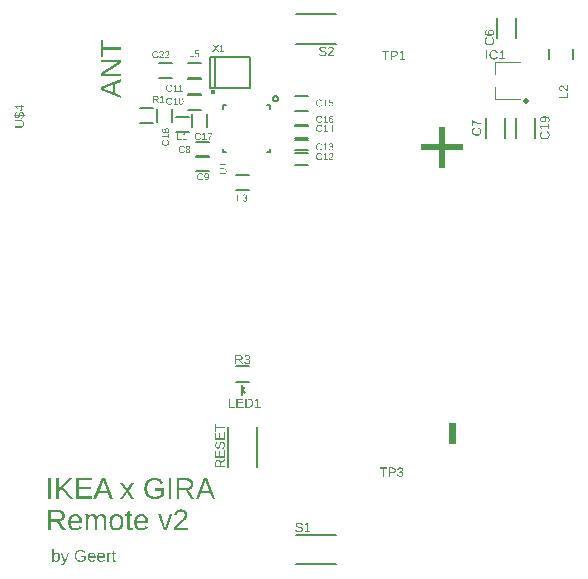
<source format=gbr>
G04 EAGLE Gerber RS-274X export*
G75*
%MOMM*%
%FSLAX34Y34*%
%LPD*%
%INSilkscreen Top*%
%IPPOS*%
%AMOC8*
5,1,8,0,0,1.08239X$1,22.5*%
G01*
G04 Define Apertures*
%ADD10C,0.127000*%
%ADD11C,0.500000*%
%ADD12C,0.120000*%
%ADD13C,0.203200*%
%ADD14C,0.200000*%
%ADD15C,0.400000*%
G36*
X-165000Y162049D02*
X-182286Y169103D01*
X-182286Y171765D01*
X-165000Y178709D01*
X-165000Y176317D01*
X-170054Y174342D01*
X-170054Y166466D01*
X-165000Y164478D01*
X-165000Y162049D01*
G37*
%LPC*%
G36*
X-171882Y167177D02*
X-171882Y173642D01*
X-177587Y171422D01*
X-178489Y171078D01*
X-179501Y170735D01*
X-180519Y170404D01*
X-180176Y170293D01*
X-179013Y169913D01*
X-177563Y169385D01*
X-171882Y167177D01*
G37*
%LPD*%
G36*
X-165000Y180811D02*
X-182286Y180811D01*
X-182286Y183535D01*
X-167466Y192883D01*
X-169539Y192772D01*
X-170327Y192745D01*
X-170950Y192736D01*
X-182286Y192736D01*
X-182286Y194846D01*
X-165000Y194846D01*
X-165000Y192024D01*
X-179722Y182774D01*
X-178532Y182835D01*
X-176483Y182897D01*
X-165000Y182897D01*
X-165000Y180811D01*
G37*
G36*
X-180372Y197439D02*
X-182286Y197439D01*
X-182286Y211646D01*
X-180372Y211646D01*
X-180372Y205708D01*
X-165000Y205708D01*
X-165000Y203377D01*
X-180372Y203377D01*
X-180372Y197439D01*
G37*
G36*
X-224412Y-203450D02*
X-226755Y-203450D01*
X-226755Y-186164D01*
X-218622Y-186164D01*
X-217913Y-186185D01*
X-217245Y-186246D01*
X-216619Y-186348D01*
X-216035Y-186491D01*
X-215492Y-186675D01*
X-214991Y-186899D01*
X-214531Y-187165D01*
X-214113Y-187471D01*
X-213741Y-187814D01*
X-213418Y-188188D01*
X-213145Y-188595D01*
X-212922Y-189034D01*
X-212748Y-189504D01*
X-212624Y-190007D01*
X-212580Y-190270D01*
X-212549Y-190542D01*
X-212531Y-190821D01*
X-212524Y-191108D01*
X-212542Y-191580D01*
X-212595Y-192033D01*
X-212682Y-192467D01*
X-212805Y-192881D01*
X-212963Y-193276D01*
X-213156Y-193652D01*
X-213384Y-194009D01*
X-213647Y-194347D01*
X-213941Y-194660D01*
X-214262Y-194943D01*
X-214609Y-195195D01*
X-214764Y-195288D01*
X-214983Y-195418D01*
X-215383Y-195609D01*
X-215810Y-195771D01*
X-216264Y-195902D01*
X-216745Y-196003D01*
X-214656Y-199173D01*
X-211837Y-203450D01*
X-214536Y-203450D01*
X-219027Y-196273D01*
X-224412Y-196273D01*
X-224412Y-203450D01*
G37*
%LPC*%
G36*
X-218757Y-194421D02*
X-218307Y-194407D01*
X-217883Y-194367D01*
X-217485Y-194299D01*
X-217114Y-194205D01*
X-216769Y-194083D01*
X-216451Y-193934D01*
X-216158Y-193759D01*
X-215892Y-193556D01*
X-215655Y-193329D01*
X-215449Y-193080D01*
X-215275Y-192810D01*
X-215133Y-192518D01*
X-215022Y-192204D01*
X-214943Y-191869D01*
X-214896Y-191512D01*
X-214880Y-191133D01*
X-214896Y-190767D01*
X-214944Y-190423D01*
X-215024Y-190102D01*
X-215136Y-189803D01*
X-215280Y-189527D01*
X-215456Y-189273D01*
X-215664Y-189042D01*
X-215904Y-188833D01*
X-216174Y-188647D01*
X-216473Y-188486D01*
X-216799Y-188350D01*
X-217154Y-188239D01*
X-217537Y-188153D01*
X-217948Y-188091D01*
X-218387Y-188054D01*
X-218855Y-188041D01*
X-224412Y-188041D01*
X-224412Y-194421D01*
X-218757Y-194421D01*
G37*
%LPD*%
G36*
X-115506Y-176780D02*
X-117849Y-176780D01*
X-117849Y-159494D01*
X-109715Y-159494D01*
X-109006Y-159515D01*
X-108339Y-159576D01*
X-107713Y-159678D01*
X-107128Y-159821D01*
X-106586Y-160005D01*
X-106084Y-160229D01*
X-105625Y-160495D01*
X-105207Y-160801D01*
X-104835Y-161144D01*
X-104512Y-161518D01*
X-104239Y-161925D01*
X-104015Y-162364D01*
X-103842Y-162834D01*
X-103717Y-163337D01*
X-103674Y-163600D01*
X-103643Y-163872D01*
X-103624Y-164151D01*
X-103618Y-164438D01*
X-103636Y-164910D01*
X-103688Y-165363D01*
X-103776Y-165797D01*
X-103899Y-166211D01*
X-104057Y-166606D01*
X-104250Y-166982D01*
X-104478Y-167339D01*
X-104741Y-167677D01*
X-105035Y-167990D01*
X-105355Y-168273D01*
X-105703Y-168525D01*
X-105858Y-168618D01*
X-106076Y-168748D01*
X-106477Y-168939D01*
X-106904Y-169101D01*
X-107358Y-169232D01*
X-107838Y-169333D01*
X-105749Y-172503D01*
X-102931Y-176780D01*
X-105630Y-176780D01*
X-110120Y-169603D01*
X-115506Y-169603D01*
X-115506Y-176780D01*
G37*
%LPC*%
G36*
X-109850Y-167751D02*
X-109400Y-167737D01*
X-108977Y-167697D01*
X-108579Y-167629D01*
X-108208Y-167535D01*
X-107863Y-167413D01*
X-107544Y-167264D01*
X-107252Y-167089D01*
X-106986Y-166886D01*
X-106749Y-166659D01*
X-106543Y-166410D01*
X-106369Y-166140D01*
X-106227Y-165848D01*
X-106116Y-165534D01*
X-106037Y-165199D01*
X-105989Y-164842D01*
X-105974Y-164463D01*
X-105990Y-164097D01*
X-106038Y-163753D01*
X-106118Y-163432D01*
X-106230Y-163133D01*
X-106374Y-162857D01*
X-106550Y-162603D01*
X-106758Y-162372D01*
X-106998Y-162163D01*
X-107268Y-161977D01*
X-107567Y-161816D01*
X-107893Y-161680D01*
X-108248Y-161569D01*
X-108631Y-161483D01*
X-109042Y-161421D01*
X-109481Y-161384D01*
X-109949Y-161371D01*
X-115506Y-161371D01*
X-115506Y-167751D01*
X-109850Y-167751D01*
G37*
%LPD*%
G36*
X-168854Y-203695D02*
X-169212Y-203688D01*
X-169558Y-203668D01*
X-169894Y-203633D01*
X-170219Y-203585D01*
X-170532Y-203522D01*
X-170834Y-203446D01*
X-171125Y-203356D01*
X-171405Y-203252D01*
X-171674Y-203134D01*
X-171932Y-203003D01*
X-172179Y-202857D01*
X-172415Y-202698D01*
X-172639Y-202525D01*
X-172852Y-202338D01*
X-173055Y-202137D01*
X-173246Y-201923D01*
X-173425Y-201695D01*
X-173594Y-201455D01*
X-173750Y-201202D01*
X-173895Y-200938D01*
X-174029Y-200661D01*
X-174150Y-200371D01*
X-174260Y-200070D01*
X-174359Y-199756D01*
X-174446Y-199430D01*
X-174521Y-199091D01*
X-174637Y-198377D01*
X-174707Y-197613D01*
X-174730Y-196801D01*
X-174707Y-195969D01*
X-174678Y-195573D01*
X-174637Y-195191D01*
X-174585Y-194822D01*
X-174521Y-194466D01*
X-174445Y-194124D01*
X-174358Y-193795D01*
X-174259Y-193480D01*
X-174149Y-193178D01*
X-174027Y-192889D01*
X-173893Y-192614D01*
X-173748Y-192353D01*
X-173591Y-192104D01*
X-173423Y-191870D01*
X-173243Y-191648D01*
X-173051Y-191440D01*
X-172848Y-191246D01*
X-172633Y-191064D01*
X-172406Y-190897D01*
X-172168Y-190742D01*
X-171918Y-190602D01*
X-171656Y-190474D01*
X-171383Y-190360D01*
X-171099Y-190259D01*
X-170802Y-190172D01*
X-170494Y-190098D01*
X-170175Y-190038D01*
X-169843Y-189991D01*
X-169501Y-189957D01*
X-169146Y-189937D01*
X-168780Y-189931D01*
X-168406Y-189937D01*
X-168045Y-189957D01*
X-167696Y-189989D01*
X-167359Y-190035D01*
X-167036Y-190094D01*
X-166724Y-190166D01*
X-166426Y-190251D01*
X-166139Y-190349D01*
X-165866Y-190460D01*
X-165605Y-190585D01*
X-165356Y-190722D01*
X-165120Y-190873D01*
X-164897Y-191036D01*
X-164686Y-191213D01*
X-164488Y-191402D01*
X-164302Y-191605D01*
X-164128Y-191822D01*
X-163966Y-192053D01*
X-163814Y-192298D01*
X-163674Y-192558D01*
X-163545Y-192832D01*
X-163428Y-193121D01*
X-163321Y-193424D01*
X-163226Y-193741D01*
X-163142Y-194073D01*
X-163069Y-194420D01*
X-162957Y-195156D01*
X-162889Y-195949D01*
X-162867Y-196801D01*
X-162873Y-197229D01*
X-162891Y-197644D01*
X-162921Y-198045D01*
X-162963Y-198432D01*
X-163017Y-198805D01*
X-163083Y-199164D01*
X-163160Y-199509D01*
X-163250Y-199840D01*
X-163352Y-200158D01*
X-163466Y-200461D01*
X-163592Y-200751D01*
X-163730Y-201026D01*
X-163879Y-201288D01*
X-164041Y-201536D01*
X-164215Y-201770D01*
X-164400Y-201990D01*
X-164598Y-202197D01*
X-164805Y-202390D01*
X-165024Y-202570D01*
X-165254Y-202736D01*
X-165494Y-202889D01*
X-165746Y-203029D01*
X-166008Y-203156D01*
X-166281Y-203269D01*
X-166564Y-203369D01*
X-166859Y-203456D01*
X-167164Y-203529D01*
X-167480Y-203589D01*
X-167808Y-203635D01*
X-168145Y-203669D01*
X-168494Y-203689D01*
X-168854Y-203695D01*
G37*
%LPC*%
G36*
X-168878Y-202064D02*
X-168399Y-202044D01*
X-167955Y-201984D01*
X-167547Y-201884D01*
X-167175Y-201745D01*
X-166837Y-201565D01*
X-166535Y-201346D01*
X-166269Y-201087D01*
X-166038Y-200788D01*
X-165838Y-200446D01*
X-165665Y-200060D01*
X-165519Y-199629D01*
X-165399Y-199153D01*
X-165305Y-198632D01*
X-165239Y-198067D01*
X-165199Y-197456D01*
X-165186Y-196801D01*
X-165198Y-196137D01*
X-165237Y-195521D01*
X-165300Y-194951D01*
X-165390Y-194428D01*
X-165504Y-193953D01*
X-165644Y-193524D01*
X-165810Y-193142D01*
X-166001Y-192807D01*
X-166223Y-192516D01*
X-166479Y-192263D01*
X-166769Y-192049D01*
X-167095Y-191874D01*
X-167455Y-191737D01*
X-167850Y-191640D01*
X-168279Y-191582D01*
X-168743Y-191562D01*
X-169211Y-191582D01*
X-169645Y-191642D01*
X-170046Y-191741D01*
X-170413Y-191880D01*
X-170747Y-192058D01*
X-171047Y-192277D01*
X-171314Y-192534D01*
X-171547Y-192832D01*
X-171749Y-193172D01*
X-171925Y-193556D01*
X-172074Y-193985D01*
X-172195Y-194459D01*
X-172290Y-194977D01*
X-172357Y-195541D01*
X-172398Y-196148D01*
X-172411Y-196801D01*
X-172398Y-197437D01*
X-172358Y-198032D01*
X-172292Y-198586D01*
X-172198Y-199099D01*
X-172078Y-199572D01*
X-171932Y-200004D01*
X-171759Y-200395D01*
X-171559Y-200745D01*
X-171330Y-201054D01*
X-171072Y-201322D01*
X-170782Y-201549D01*
X-170462Y-201734D01*
X-170112Y-201878D01*
X-169731Y-201981D01*
X-169320Y-202043D01*
X-168878Y-202064D01*
G37*
%LPD*%
G36*
X-185870Y-176780D02*
X-188299Y-176780D01*
X-181244Y-159494D01*
X-178582Y-159494D01*
X-171639Y-176780D01*
X-174031Y-176780D01*
X-176006Y-171726D01*
X-183882Y-171726D01*
X-185870Y-176780D01*
G37*
%LPC*%
G36*
X-176705Y-169898D02*
X-178926Y-164193D01*
X-179269Y-163291D01*
X-179613Y-162279D01*
X-179944Y-161261D01*
X-180054Y-161604D01*
X-180435Y-162767D01*
X-180962Y-164218D01*
X-183171Y-169898D01*
X-176705Y-169898D01*
G37*
%LPD*%
G36*
X-99307Y-176780D02*
X-101736Y-176780D01*
X-94682Y-159494D01*
X-92020Y-159494D01*
X-85076Y-176780D01*
X-87468Y-176780D01*
X-89444Y-171726D01*
X-97320Y-171726D01*
X-99307Y-176780D01*
G37*
%LPC*%
G36*
X-90143Y-169898D02*
X-92363Y-164193D01*
X-92707Y-163291D01*
X-93050Y-162279D01*
X-93382Y-161261D01*
X-93492Y-161604D01*
X-93872Y-162767D01*
X-94400Y-164218D01*
X-96608Y-169898D01*
X-90143Y-169898D01*
G37*
%LPD*%
G36*
X-136467Y-177025D02*
X-137134Y-177008D01*
X-137776Y-176958D01*
X-138396Y-176874D01*
X-138992Y-176755D01*
X-139564Y-176604D01*
X-140113Y-176418D01*
X-140639Y-176199D01*
X-141142Y-175946D01*
X-141618Y-175661D01*
X-142065Y-175347D01*
X-142484Y-175002D01*
X-142873Y-174629D01*
X-143233Y-174225D01*
X-143565Y-173792D01*
X-143868Y-173329D01*
X-144141Y-172836D01*
X-144384Y-172317D01*
X-144595Y-171776D01*
X-144773Y-171212D01*
X-144919Y-170626D01*
X-145032Y-170018D01*
X-145113Y-169387D01*
X-145162Y-168733D01*
X-145178Y-168057D01*
X-145169Y-167539D01*
X-145143Y-167035D01*
X-145098Y-166546D01*
X-145037Y-166072D01*
X-144957Y-165613D01*
X-144860Y-165169D01*
X-144746Y-164739D01*
X-144613Y-164325D01*
X-144464Y-163925D01*
X-144296Y-163540D01*
X-144111Y-163170D01*
X-143908Y-162815D01*
X-143688Y-162475D01*
X-143450Y-162149D01*
X-143194Y-161839D01*
X-142921Y-161543D01*
X-142631Y-161264D01*
X-142328Y-161003D01*
X-142010Y-160759D01*
X-141678Y-160534D01*
X-141331Y-160327D01*
X-140970Y-160138D01*
X-140595Y-159966D01*
X-140206Y-159813D01*
X-139803Y-159678D01*
X-139385Y-159561D01*
X-138953Y-159462D01*
X-138506Y-159381D01*
X-138046Y-159318D01*
X-137571Y-159273D01*
X-137081Y-159246D01*
X-136578Y-159237D01*
X-135877Y-159252D01*
X-135210Y-159297D01*
X-134577Y-159373D01*
X-133977Y-159479D01*
X-133411Y-159615D01*
X-132879Y-159782D01*
X-132381Y-159979D01*
X-131916Y-160206D01*
X-131481Y-160466D01*
X-131072Y-160763D01*
X-130688Y-161097D01*
X-130330Y-161466D01*
X-129998Y-161873D01*
X-129692Y-162315D01*
X-129411Y-162794D01*
X-129156Y-163310D01*
X-131389Y-163972D01*
X-131581Y-163617D01*
X-131791Y-163286D01*
X-132019Y-162980D01*
X-132264Y-162699D01*
X-132527Y-162443D01*
X-132807Y-162212D01*
X-133104Y-162006D01*
X-133419Y-161825D01*
X-133752Y-161667D01*
X-134106Y-161530D01*
X-134478Y-161414D01*
X-134871Y-161319D01*
X-135284Y-161245D01*
X-135716Y-161193D01*
X-136168Y-161161D01*
X-136639Y-161151D01*
X-137008Y-161158D01*
X-137366Y-161179D01*
X-137712Y-161214D01*
X-138048Y-161264D01*
X-138372Y-161327D01*
X-138686Y-161405D01*
X-138988Y-161497D01*
X-139280Y-161603D01*
X-139560Y-161723D01*
X-139830Y-161857D01*
X-140088Y-162006D01*
X-140336Y-162168D01*
X-140572Y-162345D01*
X-140798Y-162536D01*
X-141012Y-162741D01*
X-141215Y-162960D01*
X-141407Y-163192D01*
X-141586Y-163436D01*
X-141753Y-163691D01*
X-141908Y-163957D01*
X-142050Y-164235D01*
X-142180Y-164525D01*
X-142297Y-164826D01*
X-142402Y-165139D01*
X-142495Y-165464D01*
X-142575Y-165799D01*
X-142643Y-166147D01*
X-142699Y-166506D01*
X-142742Y-166876D01*
X-142773Y-167259D01*
X-142792Y-167652D01*
X-142798Y-168057D01*
X-142791Y-168461D01*
X-142772Y-168855D01*
X-142739Y-169237D01*
X-142693Y-169609D01*
X-142634Y-169970D01*
X-142561Y-170320D01*
X-142476Y-170659D01*
X-142378Y-170988D01*
X-142266Y-171306D01*
X-142141Y-171613D01*
X-142003Y-171909D01*
X-141852Y-172194D01*
X-141688Y-172469D01*
X-141511Y-172733D01*
X-141321Y-172986D01*
X-141117Y-173228D01*
X-140902Y-173458D01*
X-140677Y-173673D01*
X-140442Y-173873D01*
X-140196Y-174058D01*
X-139941Y-174228D01*
X-139675Y-174383D01*
X-139400Y-174524D01*
X-139114Y-174650D01*
X-138819Y-174761D01*
X-138513Y-174857D01*
X-138197Y-174939D01*
X-137871Y-175005D01*
X-137536Y-175057D01*
X-137190Y-175094D01*
X-136834Y-175116D01*
X-136467Y-175124D01*
X-136048Y-175116D01*
X-135635Y-175092D01*
X-135230Y-175051D01*
X-134831Y-174995D01*
X-134440Y-174923D01*
X-134056Y-174834D01*
X-133679Y-174729D01*
X-133308Y-174609D01*
X-132951Y-174474D01*
X-132610Y-174328D01*
X-132287Y-174170D01*
X-131982Y-174001D01*
X-131694Y-173821D01*
X-131423Y-173629D01*
X-131170Y-173425D01*
X-130935Y-173210D01*
X-130935Y-170094D01*
X-136099Y-170094D01*
X-136099Y-168131D01*
X-128775Y-168131D01*
X-128775Y-174093D01*
X-129129Y-174433D01*
X-129501Y-174753D01*
X-129893Y-175053D01*
X-130304Y-175334D01*
X-130735Y-175595D01*
X-131185Y-175836D01*
X-131654Y-176057D01*
X-132143Y-176259D01*
X-132647Y-176438D01*
X-133161Y-176594D01*
X-133686Y-176726D01*
X-134221Y-176834D01*
X-134767Y-176918D01*
X-135323Y-176977D01*
X-135890Y-177013D01*
X-136467Y-177025D01*
G37*
G36*
X-192785Y-203450D02*
X-194981Y-203450D01*
X-194981Y-193010D01*
X-194999Y-191142D01*
X-195022Y-190546D01*
X-195054Y-190176D01*
X-192969Y-190176D01*
X-192944Y-190507D01*
X-192913Y-191127D01*
X-192871Y-192446D01*
X-192834Y-192446D01*
X-192653Y-192106D01*
X-192465Y-191794D01*
X-192271Y-191508D01*
X-192070Y-191249D01*
X-191863Y-191017D01*
X-191649Y-190812D01*
X-191429Y-190634D01*
X-191202Y-190483D01*
X-190966Y-190353D01*
X-190717Y-190241D01*
X-190455Y-190146D01*
X-190181Y-190069D01*
X-189894Y-190008D01*
X-189594Y-189965D01*
X-189282Y-189939D01*
X-188957Y-189931D01*
X-188590Y-189940D01*
X-188242Y-189968D01*
X-187914Y-190015D01*
X-187606Y-190081D01*
X-187318Y-190165D01*
X-187049Y-190269D01*
X-186800Y-190391D01*
X-186571Y-190532D01*
X-186360Y-190693D01*
X-186166Y-190877D01*
X-185988Y-191083D01*
X-185827Y-191311D01*
X-185683Y-191561D01*
X-185555Y-191834D01*
X-185444Y-192129D01*
X-185350Y-192446D01*
X-185313Y-192446D01*
X-185137Y-192123D01*
X-184952Y-191824D01*
X-184758Y-191548D01*
X-184554Y-191295D01*
X-184342Y-191066D01*
X-184121Y-190861D01*
X-183890Y-190678D01*
X-183651Y-190519D01*
X-183401Y-190381D01*
X-183138Y-190262D01*
X-182862Y-190161D01*
X-182573Y-190078D01*
X-182271Y-190013D01*
X-181957Y-189967D01*
X-181630Y-189940D01*
X-181289Y-189931D01*
X-180804Y-189948D01*
X-180352Y-189999D01*
X-179935Y-190084D01*
X-179552Y-190204D01*
X-179203Y-190357D01*
X-178889Y-190545D01*
X-178609Y-190767D01*
X-178364Y-191022D01*
X-178149Y-191317D01*
X-177964Y-191656D01*
X-177807Y-192038D01*
X-177678Y-192464D01*
X-177578Y-192934D01*
X-177507Y-193447D01*
X-177464Y-194004D01*
X-177450Y-194605D01*
X-177450Y-203450D01*
X-179633Y-203450D01*
X-179633Y-195034D01*
X-179642Y-194571D01*
X-179666Y-194145D01*
X-179707Y-193757D01*
X-179765Y-193406D01*
X-179839Y-193091D01*
X-179930Y-192814D01*
X-180037Y-192575D01*
X-180161Y-192372D01*
X-180306Y-192199D01*
X-180477Y-192050D01*
X-180675Y-191923D01*
X-180900Y-191820D01*
X-181151Y-191739D01*
X-181428Y-191682D01*
X-181732Y-191647D01*
X-182062Y-191636D01*
X-182414Y-191653D01*
X-182746Y-191703D01*
X-183057Y-191787D01*
X-183349Y-191904D01*
X-183620Y-192055D01*
X-183872Y-192240D01*
X-184103Y-192458D01*
X-184314Y-192709D01*
X-184502Y-192992D01*
X-184665Y-193302D01*
X-184803Y-193641D01*
X-184916Y-194008D01*
X-185004Y-194403D01*
X-185067Y-194827D01*
X-185105Y-195278D01*
X-185117Y-195758D01*
X-185117Y-203450D01*
X-187301Y-203450D01*
X-187301Y-195034D01*
X-187309Y-194571D01*
X-187334Y-194145D01*
X-187375Y-193757D01*
X-187433Y-193406D01*
X-187507Y-193091D01*
X-187598Y-192814D01*
X-187705Y-192575D01*
X-187828Y-192372D01*
X-187973Y-192199D01*
X-188145Y-192050D01*
X-188343Y-191923D01*
X-188567Y-191820D01*
X-188818Y-191739D01*
X-189096Y-191682D01*
X-189400Y-191647D01*
X-189730Y-191636D01*
X-190073Y-191653D01*
X-190398Y-191703D01*
X-190705Y-191788D01*
X-190994Y-191906D01*
X-191263Y-192058D01*
X-191515Y-192243D01*
X-191748Y-192462D01*
X-191963Y-192715D01*
X-192155Y-192999D01*
X-192322Y-193310D01*
X-192464Y-193649D01*
X-192579Y-194016D01*
X-192669Y-194410D01*
X-192733Y-194832D01*
X-192772Y-195281D01*
X-192785Y-195758D01*
X-192785Y-203450D01*
G37*
G36*
X-189419Y-176780D02*
X-203037Y-176780D01*
X-203037Y-159494D01*
X-189922Y-159494D01*
X-189922Y-161408D01*
X-200693Y-161408D01*
X-200693Y-166953D01*
X-190658Y-166953D01*
X-190658Y-168843D01*
X-200693Y-168843D01*
X-200693Y-174866D01*
X-189419Y-174866D01*
X-189419Y-176780D01*
G37*
G36*
X-203600Y-203695D02*
X-203963Y-203689D01*
X-204315Y-203668D01*
X-204655Y-203634D01*
X-204985Y-203586D01*
X-205304Y-203524D01*
X-205611Y-203449D01*
X-205908Y-203360D01*
X-206194Y-203257D01*
X-206468Y-203140D01*
X-206732Y-203010D01*
X-206985Y-202866D01*
X-207227Y-202709D01*
X-207458Y-202537D01*
X-207678Y-202352D01*
X-207887Y-202153D01*
X-208084Y-201941D01*
X-208271Y-201715D01*
X-208445Y-201476D01*
X-208608Y-201223D01*
X-208758Y-200957D01*
X-208896Y-200678D01*
X-209023Y-200386D01*
X-209137Y-200080D01*
X-209239Y-199760D01*
X-209329Y-199428D01*
X-209408Y-199082D01*
X-209474Y-198723D01*
X-209528Y-198350D01*
X-209570Y-197965D01*
X-209600Y-197565D01*
X-209618Y-197153D01*
X-209624Y-196727D01*
X-209618Y-196322D01*
X-209600Y-195929D01*
X-209570Y-195548D01*
X-209528Y-195179D01*
X-209474Y-194822D01*
X-209408Y-194477D01*
X-209329Y-194144D01*
X-209239Y-193823D01*
X-209137Y-193514D01*
X-209023Y-193216D01*
X-208896Y-192931D01*
X-208758Y-192658D01*
X-208608Y-192397D01*
X-208445Y-192148D01*
X-208271Y-191910D01*
X-208084Y-191685D01*
X-207887Y-191473D01*
X-207679Y-191274D01*
X-207461Y-191089D01*
X-207232Y-190917D01*
X-206993Y-190760D01*
X-206744Y-190616D01*
X-206485Y-190486D01*
X-206215Y-190369D01*
X-205935Y-190266D01*
X-205645Y-190177D01*
X-205344Y-190102D01*
X-205033Y-190040D01*
X-204712Y-189992D01*
X-204380Y-189958D01*
X-204039Y-189937D01*
X-203686Y-189931D01*
X-203326Y-189938D01*
X-202978Y-189958D01*
X-202641Y-189993D01*
X-202315Y-190041D01*
X-202001Y-190103D01*
X-201698Y-190179D01*
X-201406Y-190268D01*
X-201126Y-190372D01*
X-200858Y-190489D01*
X-200600Y-190620D01*
X-200355Y-190764D01*
X-200120Y-190923D01*
X-199898Y-191095D01*
X-199686Y-191281D01*
X-199486Y-191481D01*
X-199297Y-191694D01*
X-199120Y-191921D01*
X-198955Y-192163D01*
X-198800Y-192417D01*
X-198657Y-192686D01*
X-198526Y-192969D01*
X-198406Y-193265D01*
X-198297Y-193575D01*
X-198200Y-193899D01*
X-198115Y-194236D01*
X-198040Y-194587D01*
X-197977Y-194953D01*
X-197926Y-195331D01*
X-197857Y-196131D01*
X-197835Y-196985D01*
X-197835Y-197279D01*
X-207305Y-197279D01*
X-207291Y-197833D01*
X-207246Y-198355D01*
X-207173Y-198844D01*
X-207069Y-199300D01*
X-206936Y-199724D01*
X-206774Y-200115D01*
X-206582Y-200474D01*
X-206361Y-200800D01*
X-206111Y-201091D01*
X-205834Y-201342D01*
X-205530Y-201555D01*
X-205198Y-201729D01*
X-204840Y-201865D01*
X-204454Y-201962D01*
X-204041Y-202020D01*
X-203600Y-202039D01*
X-203251Y-202030D01*
X-202918Y-202003D01*
X-202604Y-201958D01*
X-202308Y-201895D01*
X-202029Y-201814D01*
X-201768Y-201715D01*
X-201525Y-201598D01*
X-201300Y-201463D01*
X-201093Y-201314D01*
X-200903Y-201155D01*
X-200730Y-200987D01*
X-200575Y-200809D01*
X-200437Y-200622D01*
X-200317Y-200425D01*
X-200214Y-200219D01*
X-200129Y-200003D01*
X-198190Y-200555D01*
X-198351Y-200935D01*
X-198535Y-201291D01*
X-198743Y-201622D01*
X-198975Y-201929D01*
X-199230Y-202211D01*
X-199509Y-202469D01*
X-199812Y-202702D01*
X-200138Y-202910D01*
X-200488Y-203094D01*
X-200861Y-203254D01*
X-201259Y-203389D01*
X-201680Y-203499D01*
X-202124Y-203585D01*
X-202593Y-203646D01*
X-203085Y-203683D01*
X-203600Y-203695D01*
G37*
%LPC*%
G36*
X-200116Y-195586D02*
X-200173Y-195079D01*
X-200252Y-194608D01*
X-200353Y-194172D01*
X-200475Y-193772D01*
X-200620Y-193407D01*
X-200786Y-193078D01*
X-200974Y-192784D01*
X-201184Y-192525D01*
X-201417Y-192300D01*
X-201674Y-192104D01*
X-201955Y-191938D01*
X-202260Y-191803D01*
X-202590Y-191698D01*
X-202943Y-191622D01*
X-203321Y-191577D01*
X-203723Y-191562D01*
X-204115Y-191579D01*
X-204485Y-191629D01*
X-204834Y-191713D01*
X-205163Y-191831D01*
X-205471Y-191982D01*
X-205758Y-192166D01*
X-206024Y-192384D01*
X-206269Y-192636D01*
X-206490Y-192917D01*
X-206684Y-193223D01*
X-206851Y-193554D01*
X-206991Y-193910D01*
X-207104Y-194291D01*
X-207190Y-194698D01*
X-207249Y-195130D01*
X-207281Y-195586D01*
X-200116Y-195586D01*
G37*
%LPD*%
G36*
X-147725Y-203695D02*
X-148088Y-203689D01*
X-148440Y-203668D01*
X-148780Y-203634D01*
X-149110Y-203586D01*
X-149429Y-203524D01*
X-149736Y-203449D01*
X-150033Y-203360D01*
X-150319Y-203257D01*
X-150593Y-203140D01*
X-150857Y-203010D01*
X-151110Y-202866D01*
X-151352Y-202709D01*
X-151583Y-202537D01*
X-151803Y-202352D01*
X-152012Y-202153D01*
X-152209Y-201941D01*
X-152396Y-201715D01*
X-152570Y-201476D01*
X-152733Y-201223D01*
X-152883Y-200957D01*
X-153021Y-200678D01*
X-153148Y-200386D01*
X-153262Y-200080D01*
X-153364Y-199760D01*
X-153454Y-199428D01*
X-153533Y-199082D01*
X-153599Y-198723D01*
X-153653Y-198350D01*
X-153695Y-197965D01*
X-153725Y-197565D01*
X-153743Y-197153D01*
X-153749Y-196727D01*
X-153743Y-196322D01*
X-153725Y-195929D01*
X-153695Y-195548D01*
X-153653Y-195179D01*
X-153599Y-194822D01*
X-153533Y-194477D01*
X-153454Y-194144D01*
X-153364Y-193823D01*
X-153262Y-193514D01*
X-153148Y-193216D01*
X-153021Y-192931D01*
X-152883Y-192658D01*
X-152733Y-192397D01*
X-152570Y-192148D01*
X-152396Y-191910D01*
X-152209Y-191685D01*
X-152012Y-191473D01*
X-151804Y-191274D01*
X-151586Y-191089D01*
X-151357Y-190917D01*
X-151118Y-190760D01*
X-150869Y-190616D01*
X-150610Y-190486D01*
X-150340Y-190369D01*
X-150060Y-190266D01*
X-149770Y-190177D01*
X-149469Y-190102D01*
X-149158Y-190040D01*
X-148837Y-189992D01*
X-148505Y-189958D01*
X-148164Y-189937D01*
X-147811Y-189931D01*
X-147451Y-189938D01*
X-147103Y-189958D01*
X-146766Y-189993D01*
X-146440Y-190041D01*
X-146126Y-190103D01*
X-145823Y-190179D01*
X-145531Y-190268D01*
X-145251Y-190372D01*
X-144983Y-190489D01*
X-144725Y-190620D01*
X-144480Y-190764D01*
X-144245Y-190923D01*
X-144023Y-191095D01*
X-143811Y-191281D01*
X-143611Y-191481D01*
X-143422Y-191694D01*
X-143245Y-191921D01*
X-143080Y-192163D01*
X-142925Y-192417D01*
X-142782Y-192686D01*
X-142651Y-192969D01*
X-142531Y-193265D01*
X-142422Y-193575D01*
X-142325Y-193899D01*
X-142240Y-194236D01*
X-142165Y-194587D01*
X-142102Y-194953D01*
X-142051Y-195331D01*
X-141982Y-196131D01*
X-141960Y-196985D01*
X-141960Y-197279D01*
X-151430Y-197279D01*
X-151416Y-197833D01*
X-151371Y-198355D01*
X-151298Y-198844D01*
X-151194Y-199300D01*
X-151061Y-199724D01*
X-150899Y-200115D01*
X-150707Y-200474D01*
X-150486Y-200800D01*
X-150236Y-201091D01*
X-149959Y-201342D01*
X-149655Y-201555D01*
X-149323Y-201729D01*
X-148965Y-201865D01*
X-148579Y-201962D01*
X-148166Y-202020D01*
X-147725Y-202039D01*
X-147376Y-202030D01*
X-147043Y-202003D01*
X-146729Y-201958D01*
X-146433Y-201895D01*
X-146154Y-201814D01*
X-145893Y-201715D01*
X-145650Y-201598D01*
X-145425Y-201463D01*
X-145218Y-201314D01*
X-145028Y-201155D01*
X-144855Y-200987D01*
X-144700Y-200809D01*
X-144562Y-200622D01*
X-144442Y-200425D01*
X-144339Y-200219D01*
X-144254Y-200003D01*
X-142315Y-200555D01*
X-142476Y-200935D01*
X-142660Y-201291D01*
X-142868Y-201622D01*
X-143100Y-201929D01*
X-143355Y-202211D01*
X-143634Y-202469D01*
X-143937Y-202702D01*
X-144263Y-202910D01*
X-144613Y-203094D01*
X-144986Y-203254D01*
X-145384Y-203389D01*
X-145805Y-203499D01*
X-146249Y-203585D01*
X-146718Y-203646D01*
X-147210Y-203683D01*
X-147725Y-203695D01*
G37*
%LPC*%
G36*
X-144241Y-195586D02*
X-144298Y-195079D01*
X-144377Y-194608D01*
X-144478Y-194172D01*
X-144600Y-193772D01*
X-144745Y-193407D01*
X-144911Y-193078D01*
X-145099Y-192784D01*
X-145309Y-192525D01*
X-145542Y-192300D01*
X-145799Y-192104D01*
X-146080Y-191938D01*
X-146385Y-191803D01*
X-146715Y-191698D01*
X-147068Y-191622D01*
X-147446Y-191577D01*
X-147848Y-191562D01*
X-148240Y-191579D01*
X-148610Y-191629D01*
X-148959Y-191713D01*
X-149288Y-191831D01*
X-149596Y-191982D01*
X-149883Y-192166D01*
X-150149Y-192384D01*
X-150394Y-192636D01*
X-150615Y-192917D01*
X-150809Y-193223D01*
X-150976Y-193554D01*
X-151116Y-193910D01*
X-151229Y-194291D01*
X-151315Y-194698D01*
X-151374Y-195130D01*
X-151406Y-195586D01*
X-144241Y-195586D01*
G37*
%LPD*%
G36*
X-217443Y-176780D02*
X-219787Y-176780D01*
X-219787Y-159494D01*
X-217443Y-159494D01*
X-217443Y-168156D01*
X-209113Y-159494D01*
X-206353Y-159494D01*
X-213714Y-167002D01*
X-205372Y-176780D01*
X-208279Y-176780D01*
X-215186Y-168438D01*
X-217443Y-170155D01*
X-217443Y-176780D01*
G37*
G36*
X-108607Y-203450D02*
X-120053Y-203450D01*
X-120053Y-201892D01*
X-119723Y-201195D01*
X-119358Y-200541D01*
X-118959Y-199929D01*
X-118525Y-199359D01*
X-118069Y-198823D01*
X-117601Y-198313D01*
X-117121Y-197829D01*
X-116630Y-197371D01*
X-115641Y-196514D01*
X-114661Y-195721D01*
X-113733Y-194961D01*
X-112901Y-194200D01*
X-112527Y-193815D01*
X-112191Y-193421D01*
X-111892Y-193018D01*
X-111631Y-192605D01*
X-111517Y-192393D01*
X-111419Y-192174D01*
X-111336Y-191948D01*
X-111267Y-191716D01*
X-111214Y-191476D01*
X-111176Y-191230D01*
X-111154Y-190976D01*
X-111146Y-190716D01*
X-111159Y-190370D01*
X-111198Y-190044D01*
X-111264Y-189738D01*
X-111355Y-189452D01*
X-111472Y-189186D01*
X-111615Y-188940D01*
X-111785Y-188714D01*
X-111980Y-188508D01*
X-112199Y-188324D01*
X-112438Y-188164D01*
X-112698Y-188029D01*
X-112977Y-187919D01*
X-113277Y-187833D01*
X-113598Y-187771D01*
X-113938Y-187735D01*
X-114299Y-187722D01*
X-114644Y-187734D01*
X-114973Y-187770D01*
X-115287Y-187830D01*
X-115586Y-187914D01*
X-115869Y-188022D01*
X-116136Y-188154D01*
X-116388Y-188309D01*
X-116624Y-188489D01*
X-116841Y-188690D01*
X-117034Y-188911D01*
X-117203Y-189151D01*
X-117349Y-189411D01*
X-117472Y-189690D01*
X-117570Y-189988D01*
X-117646Y-190305D01*
X-117697Y-190642D01*
X-119955Y-190434D01*
X-119874Y-189929D01*
X-119753Y-189450D01*
X-119592Y-188998D01*
X-119392Y-188572D01*
X-119152Y-188173D01*
X-118872Y-187800D01*
X-118553Y-187453D01*
X-118194Y-187134D01*
X-117802Y-186846D01*
X-117383Y-186597D01*
X-116936Y-186386D01*
X-116463Y-186213D01*
X-115962Y-186079D01*
X-115435Y-185983D01*
X-114881Y-185926D01*
X-114299Y-185907D01*
X-113665Y-185926D01*
X-113068Y-185984D01*
X-112509Y-186080D01*
X-111988Y-186215D01*
X-111505Y-186388D01*
X-111059Y-186600D01*
X-110651Y-186851D01*
X-110281Y-187140D01*
X-109952Y-187464D01*
X-109667Y-187821D01*
X-109425Y-188210D01*
X-109228Y-188632D01*
X-109074Y-189086D01*
X-108964Y-189572D01*
X-108899Y-190091D01*
X-108877Y-190642D01*
X-108884Y-190893D01*
X-108905Y-191144D01*
X-108941Y-191395D01*
X-108992Y-191645D01*
X-109135Y-192144D01*
X-109337Y-192642D01*
X-109595Y-193139D01*
X-109909Y-193636D01*
X-110279Y-194132D01*
X-110705Y-194629D01*
X-111262Y-195194D01*
X-112026Y-195896D01*
X-112998Y-196734D01*
X-114176Y-197709D01*
X-114846Y-198271D01*
X-115443Y-198805D01*
X-115968Y-199311D01*
X-116421Y-199788D01*
X-116809Y-200247D01*
X-117139Y-200697D01*
X-117411Y-201139D01*
X-117624Y-201573D01*
X-108607Y-201573D01*
X-108607Y-203450D01*
G37*
G36*
X-163311Y-176780D02*
X-165691Y-176780D01*
X-160967Y-169959D01*
X-165470Y-163506D01*
X-163028Y-163506D01*
X-159716Y-168671D01*
X-156428Y-163506D01*
X-153962Y-163506D01*
X-158465Y-169934D01*
X-153680Y-176780D01*
X-156146Y-176780D01*
X-159716Y-171333D01*
X-163311Y-176780D01*
G37*
G36*
X-126359Y-203450D02*
X-128972Y-203450D01*
X-133793Y-190176D01*
X-131438Y-190176D01*
X-128518Y-198813D01*
X-128226Y-199785D01*
X-127671Y-201720D01*
X-127242Y-200285D01*
X-126763Y-198837D01*
X-123746Y-190176D01*
X-121402Y-190176D01*
X-126359Y-203450D01*
G37*
G36*
X-157253Y-203646D02*
X-157574Y-203635D01*
X-157874Y-203599D01*
X-158153Y-203541D01*
X-158412Y-203458D01*
X-158650Y-203353D01*
X-158868Y-203224D01*
X-159064Y-203071D01*
X-159240Y-202895D01*
X-159395Y-202695D01*
X-159530Y-202472D01*
X-159644Y-202226D01*
X-159737Y-201956D01*
X-159809Y-201662D01*
X-159861Y-201345D01*
X-159892Y-201005D01*
X-159903Y-200641D01*
X-159903Y-191783D01*
X-161436Y-191783D01*
X-161436Y-190176D01*
X-159817Y-190176D01*
X-159167Y-187207D01*
X-157694Y-187207D01*
X-157694Y-190176D01*
X-155241Y-190176D01*
X-155241Y-191783D01*
X-157694Y-191783D01*
X-157694Y-200162D01*
X-157675Y-200605D01*
X-157616Y-200976D01*
X-157572Y-201135D01*
X-157518Y-201277D01*
X-157455Y-201400D01*
X-157382Y-201506D01*
X-157296Y-201596D01*
X-157196Y-201675D01*
X-157082Y-201741D01*
X-156954Y-201795D01*
X-156811Y-201838D01*
X-156653Y-201868D01*
X-156482Y-201886D01*
X-156296Y-201892D01*
X-156050Y-201881D01*
X-155756Y-201849D01*
X-155020Y-201720D01*
X-155020Y-203352D01*
X-155569Y-203481D01*
X-156124Y-203573D01*
X-156685Y-203628D01*
X-157253Y-203646D01*
G37*
G36*
X-224155Y-176780D02*
X-226498Y-176780D01*
X-226498Y-159494D01*
X-224155Y-159494D01*
X-224155Y-176780D01*
G37*
G36*
X-122248Y-176780D02*
X-124592Y-176780D01*
X-124592Y-159494D01*
X-122248Y-159494D01*
X-122248Y-176780D01*
G37*
G36*
X-219418Y-230300D02*
X-219831Y-230281D01*
X-220207Y-230222D01*
X-220547Y-230125D01*
X-220851Y-229988D01*
X-221123Y-229809D01*
X-221368Y-229581D01*
X-221587Y-229306D01*
X-221779Y-228983D01*
X-221793Y-228983D01*
X-221821Y-229645D01*
X-221863Y-230160D01*
X-223081Y-230160D01*
X-223050Y-229580D01*
X-223039Y-228598D01*
X-223039Y-219766D01*
X-221779Y-219766D01*
X-221779Y-222729D01*
X-221807Y-223801D01*
X-221779Y-223801D01*
X-221589Y-223462D01*
X-221372Y-223176D01*
X-221125Y-222940D01*
X-220851Y-222757D01*
X-220544Y-222619D01*
X-220204Y-222521D01*
X-219828Y-222462D01*
X-219418Y-222442D01*
X-219071Y-222457D01*
X-218748Y-222502D01*
X-218448Y-222578D01*
X-218173Y-222683D01*
X-217921Y-222819D01*
X-217692Y-222986D01*
X-217488Y-223182D01*
X-217307Y-223408D01*
X-217148Y-223666D01*
X-217011Y-223954D01*
X-216895Y-224273D01*
X-216800Y-224624D01*
X-216726Y-225005D01*
X-216673Y-225418D01*
X-216641Y-225861D01*
X-216631Y-226336D01*
X-216642Y-226816D01*
X-216674Y-227265D01*
X-216729Y-227683D01*
X-216805Y-228070D01*
X-216903Y-228426D01*
X-217023Y-228752D01*
X-217164Y-229046D01*
X-217328Y-229309D01*
X-217513Y-229541D01*
X-217720Y-229743D01*
X-217948Y-229913D01*
X-218199Y-230052D01*
X-218471Y-230161D01*
X-218765Y-230238D01*
X-219081Y-230285D01*
X-219418Y-230300D01*
G37*
%LPC*%
G36*
X-219755Y-229369D02*
X-219525Y-229358D01*
X-219311Y-229325D01*
X-219115Y-229270D01*
X-218934Y-229193D01*
X-218770Y-229094D01*
X-218623Y-228973D01*
X-218493Y-228830D01*
X-218378Y-228665D01*
X-218279Y-228475D01*
X-218193Y-228258D01*
X-218120Y-228013D01*
X-218061Y-227741D01*
X-218014Y-227442D01*
X-217981Y-227114D01*
X-217961Y-226760D01*
X-217955Y-226378D01*
X-217961Y-225995D01*
X-217981Y-225640D01*
X-218014Y-225313D01*
X-218060Y-225014D01*
X-218119Y-224744D01*
X-218191Y-224501D01*
X-218276Y-224287D01*
X-218375Y-224102D01*
X-218488Y-223941D01*
X-218618Y-223801D01*
X-218764Y-223684D01*
X-218926Y-223587D01*
X-219105Y-223512D01*
X-219301Y-223458D01*
X-219512Y-223426D01*
X-219741Y-223415D01*
X-219998Y-223427D01*
X-220237Y-223461D01*
X-220458Y-223518D01*
X-220661Y-223597D01*
X-220846Y-223700D01*
X-221012Y-223825D01*
X-221161Y-223973D01*
X-221292Y-224144D01*
X-221406Y-224339D01*
X-221505Y-224561D01*
X-221589Y-224810D01*
X-221657Y-225086D01*
X-221710Y-225388D01*
X-221748Y-225717D01*
X-221771Y-226073D01*
X-221779Y-226455D01*
X-221771Y-226816D01*
X-221749Y-227152D01*
X-221712Y-227464D01*
X-221660Y-227752D01*
X-221593Y-228015D01*
X-221511Y-228253D01*
X-221414Y-228468D01*
X-221302Y-228658D01*
X-221174Y-228824D01*
X-221027Y-228969D01*
X-220862Y-229091D01*
X-220677Y-229191D01*
X-220475Y-229269D01*
X-220253Y-229324D01*
X-220013Y-229357D01*
X-219755Y-229369D01*
G37*
%LPD*%
G36*
X-199187Y-230300D02*
X-199567Y-230290D01*
X-199934Y-230262D01*
X-200288Y-230213D01*
X-200628Y-230146D01*
X-200955Y-230059D01*
X-201268Y-229953D01*
X-201568Y-229828D01*
X-201855Y-229684D01*
X-202127Y-229521D01*
X-202382Y-229342D01*
X-202621Y-229145D01*
X-202844Y-228932D01*
X-203049Y-228701D01*
X-203239Y-228454D01*
X-203411Y-228190D01*
X-203568Y-227908D01*
X-203706Y-227612D01*
X-203827Y-227303D01*
X-203928Y-226981D01*
X-204012Y-226647D01*
X-204076Y-226299D01*
X-204122Y-225939D01*
X-204150Y-225566D01*
X-204159Y-225180D01*
X-204139Y-224597D01*
X-204079Y-224047D01*
X-203978Y-223531D01*
X-203837Y-223049D01*
X-203656Y-222602D01*
X-203435Y-222188D01*
X-203173Y-221807D01*
X-202871Y-221461D01*
X-202532Y-221153D01*
X-202161Y-220885D01*
X-201758Y-220659D01*
X-201321Y-220474D01*
X-200852Y-220330D01*
X-200351Y-220227D01*
X-199817Y-220165D01*
X-199250Y-220145D01*
X-198850Y-220153D01*
X-198469Y-220179D01*
X-198107Y-220222D01*
X-197765Y-220283D01*
X-197442Y-220361D01*
X-197138Y-220456D01*
X-196854Y-220568D01*
X-196588Y-220698D01*
X-196340Y-220847D01*
X-196106Y-221016D01*
X-195887Y-221206D01*
X-195683Y-221418D01*
X-195494Y-221649D01*
X-195319Y-221902D01*
X-195158Y-222176D01*
X-195013Y-222470D01*
X-196287Y-222848D01*
X-196517Y-222456D01*
X-196647Y-222282D01*
X-196787Y-222121D01*
X-196937Y-221975D01*
X-197097Y-221843D01*
X-197267Y-221726D01*
X-197446Y-221622D01*
X-197637Y-221532D01*
X-197838Y-221454D01*
X-198051Y-221388D01*
X-198275Y-221334D01*
X-198511Y-221291D01*
X-198758Y-221261D01*
X-199016Y-221243D01*
X-199285Y-221237D01*
X-199699Y-221253D01*
X-200089Y-221302D01*
X-200453Y-221382D01*
X-200792Y-221495D01*
X-201106Y-221641D01*
X-201395Y-221818D01*
X-201659Y-222028D01*
X-201897Y-222270D01*
X-202109Y-222542D01*
X-202293Y-222840D01*
X-202448Y-223164D01*
X-202575Y-223514D01*
X-202674Y-223891D01*
X-202744Y-224295D01*
X-202787Y-224724D01*
X-202801Y-225180D01*
X-202786Y-225636D01*
X-202741Y-226066D01*
X-202666Y-226472D01*
X-202561Y-226853D01*
X-202426Y-227210D01*
X-202261Y-227542D01*
X-202066Y-227850D01*
X-201841Y-228132D01*
X-201590Y-228386D01*
X-201316Y-228606D01*
X-201018Y-228792D01*
X-200698Y-228944D01*
X-200355Y-229062D01*
X-199988Y-229147D01*
X-199599Y-229198D01*
X-199187Y-229215D01*
X-198712Y-229196D01*
X-198253Y-229141D01*
X-197810Y-229049D01*
X-197383Y-228920D01*
X-196985Y-228760D01*
X-196626Y-228574D01*
X-196307Y-228361D01*
X-196028Y-228122D01*
X-196028Y-226343D01*
X-198977Y-226343D01*
X-198977Y-225222D01*
X-194795Y-225222D01*
X-194795Y-228626D01*
X-195210Y-229003D01*
X-195668Y-229334D01*
X-196171Y-229621D01*
X-196718Y-229862D01*
X-197006Y-229965D01*
X-197299Y-230054D01*
X-197599Y-230129D01*
X-197904Y-230191D01*
X-198216Y-230239D01*
X-198533Y-230273D01*
X-198857Y-230293D01*
X-199187Y-230300D01*
G37*
G36*
X-189676Y-230300D02*
X-190084Y-230284D01*
X-190467Y-230237D01*
X-190824Y-230159D01*
X-191157Y-230050D01*
X-191464Y-229909D01*
X-191747Y-229737D01*
X-192004Y-229533D01*
X-192236Y-229299D01*
X-192442Y-229033D01*
X-192621Y-228737D01*
X-192772Y-228411D01*
X-192896Y-228054D01*
X-192992Y-227666D01*
X-193060Y-227249D01*
X-193102Y-226801D01*
X-193115Y-226322D01*
X-193102Y-225866D01*
X-193060Y-225438D01*
X-192992Y-225037D01*
X-192896Y-224664D01*
X-192772Y-224318D01*
X-192621Y-223999D01*
X-192442Y-223707D01*
X-192236Y-223443D01*
X-192005Y-223209D01*
X-191750Y-223005D01*
X-191471Y-222833D01*
X-191169Y-222692D01*
X-190843Y-222583D01*
X-190494Y-222504D01*
X-190122Y-222458D01*
X-189725Y-222442D01*
X-189321Y-222458D01*
X-188942Y-222505D01*
X-188590Y-222583D01*
X-188264Y-222694D01*
X-187964Y-222835D01*
X-187690Y-223008D01*
X-187442Y-223213D01*
X-187220Y-223449D01*
X-187024Y-223716D01*
X-186854Y-224015D01*
X-186711Y-224345D01*
X-186593Y-224707D01*
X-186502Y-225100D01*
X-186437Y-225525D01*
X-186398Y-225981D01*
X-186385Y-226469D01*
X-186385Y-226637D01*
X-191792Y-226637D01*
X-191783Y-226954D01*
X-191758Y-227251D01*
X-191716Y-227530D01*
X-191657Y-227791D01*
X-191581Y-228033D01*
X-191488Y-228256D01*
X-191379Y-228461D01*
X-191252Y-228647D01*
X-191110Y-228813D01*
X-190952Y-228957D01*
X-190778Y-229078D01*
X-190589Y-229178D01*
X-190384Y-229255D01*
X-190164Y-229310D01*
X-189928Y-229344D01*
X-189676Y-229355D01*
X-189287Y-229334D01*
X-188938Y-229272D01*
X-188630Y-229169D01*
X-188363Y-229025D01*
X-188136Y-228850D01*
X-187949Y-228652D01*
X-187802Y-228433D01*
X-187694Y-228192D01*
X-186588Y-228507D01*
X-186679Y-228724D01*
X-186785Y-228927D01*
X-186903Y-229116D01*
X-187036Y-229292D01*
X-187181Y-229453D01*
X-187341Y-229600D01*
X-187513Y-229733D01*
X-187700Y-229852D01*
X-187899Y-229957D01*
X-188113Y-230048D01*
X-188340Y-230125D01*
X-188580Y-230188D01*
X-188834Y-230237D01*
X-189101Y-230272D01*
X-189382Y-230293D01*
X-189676Y-230300D01*
G37*
%LPC*%
G36*
X-187687Y-225671D02*
X-187720Y-225381D01*
X-187765Y-225112D01*
X-187822Y-224863D01*
X-187892Y-224635D01*
X-187975Y-224427D01*
X-188070Y-224239D01*
X-188177Y-224071D01*
X-188297Y-223923D01*
X-188430Y-223794D01*
X-188576Y-223683D01*
X-188737Y-223588D01*
X-188911Y-223511D01*
X-189099Y-223451D01*
X-189301Y-223408D01*
X-189517Y-223382D01*
X-189746Y-223373D01*
X-189970Y-223383D01*
X-190181Y-223412D01*
X-190381Y-223460D01*
X-190569Y-223527D01*
X-190744Y-223613D01*
X-190908Y-223718D01*
X-191060Y-223843D01*
X-191200Y-223986D01*
X-191326Y-224147D01*
X-191437Y-224321D01*
X-191532Y-224510D01*
X-191612Y-224714D01*
X-191677Y-224931D01*
X-191726Y-225163D01*
X-191759Y-225410D01*
X-191778Y-225671D01*
X-187687Y-225671D01*
G37*
%LPD*%
G36*
X-181708Y-230300D02*
X-182115Y-230284D01*
X-182498Y-230237D01*
X-182856Y-230159D01*
X-183188Y-230050D01*
X-183496Y-229909D01*
X-183778Y-229737D01*
X-184035Y-229533D01*
X-184268Y-229299D01*
X-184474Y-229033D01*
X-184652Y-228737D01*
X-184803Y-228411D01*
X-184927Y-228054D01*
X-185023Y-227666D01*
X-185092Y-227249D01*
X-185133Y-226801D01*
X-185147Y-226322D01*
X-185133Y-225866D01*
X-185092Y-225438D01*
X-185023Y-225037D01*
X-184927Y-224664D01*
X-184803Y-224318D01*
X-184652Y-223999D01*
X-184474Y-223707D01*
X-184268Y-223443D01*
X-184036Y-223209D01*
X-183781Y-223005D01*
X-183502Y-222833D01*
X-183200Y-222692D01*
X-182875Y-222583D01*
X-182526Y-222504D01*
X-182153Y-222458D01*
X-181757Y-222442D01*
X-181352Y-222458D01*
X-180974Y-222505D01*
X-180621Y-222583D01*
X-180295Y-222694D01*
X-179995Y-222835D01*
X-179721Y-223008D01*
X-179473Y-223213D01*
X-179251Y-223449D01*
X-179055Y-223716D01*
X-178886Y-224015D01*
X-178742Y-224345D01*
X-178625Y-224707D01*
X-178533Y-225100D01*
X-178468Y-225525D01*
X-178429Y-225981D01*
X-178416Y-226469D01*
X-178416Y-226637D01*
X-183823Y-226637D01*
X-183814Y-226954D01*
X-183789Y-227251D01*
X-183747Y-227530D01*
X-183688Y-227791D01*
X-183612Y-228033D01*
X-183519Y-228256D01*
X-183410Y-228461D01*
X-183284Y-228647D01*
X-183141Y-228813D01*
X-182983Y-228957D01*
X-182809Y-229078D01*
X-182620Y-229178D01*
X-182415Y-229255D01*
X-182195Y-229310D01*
X-181959Y-229344D01*
X-181708Y-229355D01*
X-181318Y-229334D01*
X-180970Y-229272D01*
X-180662Y-229169D01*
X-180394Y-229025D01*
X-180168Y-228850D01*
X-179980Y-228652D01*
X-179833Y-228433D01*
X-179726Y-228192D01*
X-178619Y-228507D01*
X-178711Y-228724D01*
X-178816Y-228927D01*
X-178935Y-229116D01*
X-179067Y-229292D01*
X-179213Y-229453D01*
X-179372Y-229600D01*
X-179545Y-229733D01*
X-179731Y-229852D01*
X-179931Y-229957D01*
X-180144Y-230048D01*
X-180371Y-230125D01*
X-180611Y-230188D01*
X-180865Y-230237D01*
X-181132Y-230272D01*
X-181413Y-230293D01*
X-181708Y-230300D01*
G37*
%LPC*%
G36*
X-179719Y-225671D02*
X-179751Y-225381D01*
X-179796Y-225112D01*
X-179854Y-224863D01*
X-179923Y-224635D01*
X-180006Y-224427D01*
X-180101Y-224239D01*
X-180208Y-224071D01*
X-180328Y-223923D01*
X-180461Y-223794D01*
X-180608Y-223683D01*
X-180768Y-223588D01*
X-180943Y-223511D01*
X-181131Y-223451D01*
X-181333Y-223408D01*
X-181548Y-223382D01*
X-181778Y-223373D01*
X-182001Y-223383D01*
X-182213Y-223412D01*
X-182412Y-223460D01*
X-182600Y-223527D01*
X-182775Y-223613D01*
X-182939Y-223718D01*
X-183091Y-223843D01*
X-183231Y-223986D01*
X-183357Y-224147D01*
X-183468Y-224321D01*
X-183563Y-224510D01*
X-183643Y-224714D01*
X-183708Y-224931D01*
X-183757Y-225163D01*
X-183791Y-225410D01*
X-183809Y-225671D01*
X-179719Y-225671D01*
G37*
%LPD*%
G36*
X-214699Y-233137D02*
X-215176Y-233117D01*
X-215568Y-233060D01*
X-215568Y-232114D01*
X-215288Y-232146D01*
X-214980Y-232156D01*
X-214834Y-232149D01*
X-214693Y-232129D01*
X-214422Y-232048D01*
X-214166Y-231913D01*
X-213925Y-231724D01*
X-213700Y-231480D01*
X-213490Y-231183D01*
X-213296Y-230832D01*
X-213117Y-230426D01*
X-212997Y-230125D01*
X-216002Y-222582D01*
X-214657Y-222582D01*
X-213061Y-226770D01*
X-212976Y-227005D01*
X-212661Y-227919D01*
X-212374Y-228787D01*
X-211884Y-227408D01*
X-210224Y-222582D01*
X-208893Y-222582D01*
X-211807Y-230160D01*
X-212038Y-230727D01*
X-212260Y-231217D01*
X-212475Y-231629D01*
X-212682Y-231963D01*
X-212891Y-232241D01*
X-213110Y-232480D01*
X-213341Y-232682D01*
X-213582Y-232846D01*
X-213837Y-232973D01*
X-214108Y-233064D01*
X-214396Y-233118D01*
X-214699Y-233137D01*
G37*
G36*
X-170400Y-230272D02*
X-170584Y-230265D01*
X-170755Y-230245D01*
X-170915Y-230212D01*
X-171062Y-230165D01*
X-171198Y-230105D01*
X-171322Y-230031D01*
X-171435Y-229944D01*
X-171535Y-229843D01*
X-171624Y-229729D01*
X-171701Y-229602D01*
X-171766Y-229461D01*
X-171819Y-229307D01*
X-171860Y-229139D01*
X-171890Y-228958D01*
X-171907Y-228764D01*
X-171913Y-228556D01*
X-171913Y-223499D01*
X-172789Y-223499D01*
X-172789Y-222582D01*
X-171864Y-222582D01*
X-171493Y-220887D01*
X-170653Y-220887D01*
X-170653Y-222582D01*
X-169252Y-222582D01*
X-169252Y-223499D01*
X-170653Y-223499D01*
X-170653Y-228283D01*
X-170641Y-228536D01*
X-170608Y-228748D01*
X-170552Y-228919D01*
X-170474Y-229050D01*
X-170368Y-229146D01*
X-170230Y-229215D01*
X-170058Y-229257D01*
X-169854Y-229271D01*
X-169546Y-229246D01*
X-169126Y-229172D01*
X-169126Y-230104D01*
X-169439Y-230178D01*
X-169756Y-230230D01*
X-170077Y-230262D01*
X-170400Y-230272D01*
G37*
G36*
X-175532Y-230160D02*
X-176793Y-230160D01*
X-176793Y-224347D01*
X-176803Y-223506D01*
X-176835Y-222582D01*
X-175644Y-222582D01*
X-175588Y-224130D01*
X-175560Y-224130D01*
X-175404Y-223682D01*
X-175236Y-223310D01*
X-175057Y-223016D01*
X-174867Y-222799D01*
X-174650Y-222643D01*
X-174394Y-222531D01*
X-174097Y-222464D01*
X-173760Y-222442D01*
X-173506Y-222459D01*
X-173249Y-222512D01*
X-173249Y-223668D01*
X-173543Y-223615D01*
X-173921Y-223597D01*
X-174111Y-223608D01*
X-174290Y-223640D01*
X-174457Y-223693D01*
X-174613Y-223766D01*
X-174757Y-223861D01*
X-174889Y-223978D01*
X-175010Y-224115D01*
X-175119Y-224273D01*
X-175216Y-224451D01*
X-175299Y-224648D01*
X-175370Y-224862D01*
X-175429Y-225095D01*
X-175474Y-225347D01*
X-175506Y-225616D01*
X-175525Y-225904D01*
X-175532Y-226210D01*
X-175532Y-230160D01*
G37*
G36*
X-114070Y156763D02*
X-114314Y156775D01*
X-114541Y156811D01*
X-114753Y156871D01*
X-114950Y156955D01*
X-115131Y157062D01*
X-115296Y157194D01*
X-115446Y157349D01*
X-115580Y157528D01*
X-115698Y157731D01*
X-115800Y157955D01*
X-115887Y158201D01*
X-115958Y158469D01*
X-116013Y158759D01*
X-116053Y159071D01*
X-116076Y159405D01*
X-116084Y159761D01*
X-116076Y160125D01*
X-116053Y160465D01*
X-116015Y160781D01*
X-115962Y161074D01*
X-115893Y161344D01*
X-115808Y161590D01*
X-115709Y161812D01*
X-115594Y162011D01*
X-115463Y162186D01*
X-115313Y162338D01*
X-115147Y162467D01*
X-114962Y162572D01*
X-114759Y162654D01*
X-114539Y162712D01*
X-114301Y162748D01*
X-114045Y162759D01*
X-113796Y162747D01*
X-113564Y162712D01*
X-113349Y162653D01*
X-113151Y162570D01*
X-112969Y162464D01*
X-112804Y162334D01*
X-112657Y162180D01*
X-112526Y162003D01*
X-112411Y161802D01*
X-112311Y161579D01*
X-112227Y161333D01*
X-112158Y161064D01*
X-112105Y160772D01*
X-112066Y160458D01*
X-112043Y160121D01*
X-112036Y159761D01*
X-112044Y159407D01*
X-112068Y159075D01*
X-112108Y158764D01*
X-112164Y158474D01*
X-112237Y158206D01*
X-112325Y157960D01*
X-112430Y157736D01*
X-112551Y157532D01*
X-112687Y157352D01*
X-112839Y157196D01*
X-113006Y157064D01*
X-113188Y156956D01*
X-113386Y156871D01*
X-113598Y156811D01*
X-113827Y156775D01*
X-114070Y156763D01*
G37*
%LPC*%
G36*
X-114062Y157371D02*
X-113903Y157380D01*
X-113755Y157408D01*
X-113618Y157454D01*
X-113492Y157518D01*
X-113377Y157601D01*
X-113273Y157701D01*
X-113180Y157821D01*
X-113098Y157958D01*
X-113027Y158115D01*
X-112965Y158291D01*
X-112869Y158703D01*
X-112812Y159193D01*
X-112792Y159761D01*
X-112811Y160348D01*
X-112865Y160849D01*
X-112956Y161262D01*
X-113016Y161437D01*
X-113084Y161589D01*
X-113163Y161722D01*
X-113253Y161837D01*
X-113356Y161934D01*
X-113470Y162014D01*
X-113596Y162076D01*
X-113734Y162120D01*
X-113884Y162147D01*
X-114045Y162156D01*
X-114211Y162147D01*
X-114364Y162121D01*
X-114506Y162077D01*
X-114635Y162016D01*
X-114752Y161937D01*
X-114858Y161841D01*
X-114951Y161728D01*
X-115032Y161597D01*
X-115102Y161446D01*
X-115163Y161273D01*
X-115214Y161077D01*
X-115256Y160859D01*
X-115313Y160355D01*
X-115331Y159761D01*
X-115312Y159183D01*
X-115255Y158687D01*
X-115160Y158275D01*
X-115099Y158100D01*
X-115028Y157946D01*
X-114946Y157811D01*
X-114853Y157694D01*
X-114749Y157596D01*
X-114634Y157515D01*
X-114508Y157452D01*
X-114370Y157407D01*
X-114222Y157380D01*
X-114062Y157371D01*
G37*
%LPD*%
G36*
X-123956Y156763D02*
X-124382Y156786D01*
X-124778Y156855D01*
X-125144Y156969D01*
X-125480Y157129D01*
X-125783Y157332D01*
X-126047Y157574D01*
X-126273Y157855D01*
X-126460Y158175D01*
X-126608Y158531D01*
X-126713Y158918D01*
X-126776Y159337D01*
X-126797Y159786D01*
X-126786Y160125D01*
X-126750Y160445D01*
X-126691Y160746D01*
X-126609Y161029D01*
X-126503Y161292D01*
X-126374Y161537D01*
X-126221Y161763D01*
X-126045Y161969D01*
X-125848Y162155D01*
X-125632Y162315D01*
X-125399Y162451D01*
X-125147Y162562D01*
X-124878Y162648D01*
X-124590Y162710D01*
X-124284Y162747D01*
X-123961Y162759D01*
X-123515Y162736D01*
X-123107Y162668D01*
X-122737Y162555D01*
X-122406Y162395D01*
X-122114Y162191D01*
X-121864Y161944D01*
X-121655Y161652D01*
X-121488Y161316D01*
X-122236Y161068D01*
X-122353Y161307D01*
X-122500Y161517D01*
X-122679Y161696D01*
X-122888Y161845D01*
X-123122Y161963D01*
X-123378Y162047D01*
X-123655Y162097D01*
X-123952Y162114D01*
X-124188Y162104D01*
X-124409Y162075D01*
X-124618Y162027D01*
X-124812Y161959D01*
X-124994Y161871D01*
X-125162Y161764D01*
X-125316Y161638D01*
X-125458Y161492D01*
X-125583Y161329D01*
X-125693Y161152D01*
X-125785Y160960D01*
X-125861Y160754D01*
X-125919Y160534D01*
X-125961Y160299D01*
X-125987Y160050D01*
X-125995Y159786D01*
X-125986Y159525D01*
X-125960Y159277D01*
X-125916Y159042D01*
X-125855Y158820D01*
X-125776Y158611D01*
X-125680Y158416D01*
X-125566Y158233D01*
X-125435Y158064D01*
X-125289Y157911D01*
X-125130Y157779D01*
X-124959Y157667D01*
X-124776Y157575D01*
X-124580Y157504D01*
X-124372Y157453D01*
X-124152Y157423D01*
X-123919Y157413D01*
X-123623Y157431D01*
X-123345Y157488D01*
X-123087Y157583D01*
X-122847Y157715D01*
X-122627Y157886D01*
X-122425Y158094D01*
X-122243Y158340D01*
X-122079Y158624D01*
X-121434Y158302D01*
X-121632Y157948D01*
X-121867Y157639D01*
X-122138Y157375D01*
X-122445Y157156D01*
X-122784Y156984D01*
X-123149Y156862D01*
X-123539Y156788D01*
X-123745Y156769D01*
X-123956Y156763D01*
G37*
G36*
X-116837Y156846D02*
X-120489Y156846D01*
X-120489Y157479D01*
X-119004Y157479D01*
X-119004Y161961D01*
X-120319Y161022D01*
X-120319Y161725D01*
X-118942Y162672D01*
X-118256Y162672D01*
X-118256Y157479D01*
X-116837Y157479D01*
X-116837Y156846D01*
G37*
G36*
X-123939Y167823D02*
X-124365Y167846D01*
X-124761Y167915D01*
X-125127Y168029D01*
X-125463Y168189D01*
X-125765Y168392D01*
X-126030Y168634D01*
X-126255Y168915D01*
X-126443Y169235D01*
X-126591Y169591D01*
X-126696Y169978D01*
X-126759Y170397D01*
X-126780Y170846D01*
X-126768Y171185D01*
X-126733Y171505D01*
X-126674Y171806D01*
X-126592Y172089D01*
X-126486Y172352D01*
X-126357Y172597D01*
X-126204Y172823D01*
X-126028Y173029D01*
X-125830Y173215D01*
X-125615Y173375D01*
X-125382Y173511D01*
X-125130Y173622D01*
X-124861Y173708D01*
X-124573Y173770D01*
X-124267Y173807D01*
X-123943Y173819D01*
X-123497Y173796D01*
X-123089Y173728D01*
X-122720Y173615D01*
X-122389Y173455D01*
X-122097Y173251D01*
X-121847Y173004D01*
X-121638Y172712D01*
X-121471Y172376D01*
X-122219Y172128D01*
X-122336Y172367D01*
X-122483Y172577D01*
X-122661Y172756D01*
X-122870Y172905D01*
X-123105Y173023D01*
X-123361Y173107D01*
X-123638Y173157D01*
X-123935Y173174D01*
X-124170Y173164D01*
X-124392Y173135D01*
X-124600Y173087D01*
X-124795Y173019D01*
X-124977Y172931D01*
X-125145Y172824D01*
X-125299Y172698D01*
X-125440Y172552D01*
X-125566Y172389D01*
X-125676Y172212D01*
X-125768Y172020D01*
X-125843Y171814D01*
X-125902Y171594D01*
X-125944Y171359D01*
X-125969Y171110D01*
X-125978Y170846D01*
X-125969Y170585D01*
X-125943Y170337D01*
X-125899Y170102D01*
X-125838Y169880D01*
X-125759Y169671D01*
X-125663Y169476D01*
X-125549Y169293D01*
X-125418Y169124D01*
X-125271Y168971D01*
X-125113Y168839D01*
X-124942Y168727D01*
X-124759Y168635D01*
X-124563Y168564D01*
X-124355Y168513D01*
X-124135Y168483D01*
X-123902Y168473D01*
X-123606Y168491D01*
X-123328Y168548D01*
X-123070Y168643D01*
X-122830Y168775D01*
X-122609Y168946D01*
X-122408Y169154D01*
X-122225Y169400D01*
X-122062Y169684D01*
X-121417Y169362D01*
X-121615Y169008D01*
X-121849Y168699D01*
X-122120Y168435D01*
X-122428Y168216D01*
X-122767Y168044D01*
X-123131Y167922D01*
X-123522Y167848D01*
X-123728Y167829D01*
X-123939Y167823D01*
G37*
G36*
X-116820Y167906D02*
X-120471Y167906D01*
X-120471Y168539D01*
X-118987Y168539D01*
X-118987Y173021D01*
X-120302Y172082D01*
X-120302Y172785D01*
X-118925Y173732D01*
X-118238Y173732D01*
X-118238Y168539D01*
X-116820Y168539D01*
X-116820Y167906D01*
G37*
G36*
X-112726Y167906D02*
X-116378Y167906D01*
X-116378Y168539D01*
X-114893Y168539D01*
X-114893Y173021D01*
X-116208Y172082D01*
X-116208Y172785D01*
X-114831Y173732D01*
X-114145Y173732D01*
X-114145Y168539D01*
X-112726Y168539D01*
X-112726Y167906D01*
G37*
G36*
X3044Y109883D02*
X2618Y109906D01*
X2222Y109975D01*
X1856Y110089D01*
X1520Y110249D01*
X1217Y110452D01*
X953Y110694D01*
X727Y110975D01*
X540Y111295D01*
X392Y111651D01*
X287Y112038D01*
X224Y112457D01*
X203Y112906D01*
X215Y113245D01*
X250Y113565D01*
X309Y113866D01*
X391Y114149D01*
X497Y114412D01*
X626Y114657D01*
X779Y114883D01*
X955Y115089D01*
X1153Y115275D01*
X1368Y115435D01*
X1601Y115571D01*
X1853Y115682D01*
X2122Y115768D01*
X2410Y115830D01*
X2716Y115867D01*
X3039Y115879D01*
X3486Y115856D01*
X3893Y115788D01*
X4263Y115675D01*
X4594Y115515D01*
X4886Y115311D01*
X5136Y115064D01*
X5345Y114772D01*
X5512Y114436D01*
X4764Y114188D01*
X4647Y114427D01*
X4500Y114637D01*
X4321Y114816D01*
X4113Y114965D01*
X3878Y115083D01*
X3622Y115167D01*
X3345Y115217D01*
X3048Y115234D01*
X2813Y115224D01*
X2591Y115195D01*
X2382Y115147D01*
X2188Y115079D01*
X2006Y114991D01*
X1838Y114884D01*
X1684Y114758D01*
X1543Y114612D01*
X1417Y114449D01*
X1307Y114272D01*
X1215Y114080D01*
X1139Y113874D01*
X1081Y113654D01*
X1039Y113419D01*
X1013Y113170D01*
X1005Y112906D01*
X1014Y112645D01*
X1040Y112397D01*
X1084Y112162D01*
X1145Y111940D01*
X1224Y111731D01*
X1320Y111536D01*
X1434Y111353D01*
X1565Y111184D01*
X1712Y111031D01*
X1870Y110899D01*
X2041Y110787D01*
X2224Y110695D01*
X2420Y110624D01*
X2628Y110573D01*
X2848Y110543D01*
X3081Y110533D01*
X3377Y110551D01*
X3655Y110608D01*
X3913Y110703D01*
X4153Y110835D01*
X4373Y111006D01*
X4575Y111214D01*
X4757Y111460D01*
X4921Y111744D01*
X5566Y111422D01*
X5368Y111068D01*
X5133Y110759D01*
X4862Y110495D01*
X4555Y110276D01*
X4216Y110104D01*
X3851Y109982D01*
X3461Y109908D01*
X3255Y109889D01*
X3044Y109883D01*
G37*
G36*
X14869Y109966D02*
X11011Y109966D01*
X11011Y110491D01*
X11122Y110726D01*
X11245Y110947D01*
X11380Y111153D01*
X11526Y111345D01*
X11838Y111698D01*
X12165Y112015D01*
X12828Y112571D01*
X13141Y112828D01*
X13422Y113084D01*
X13661Y113346D01*
X13850Y113621D01*
X13921Y113767D01*
X13972Y113921D01*
X14003Y114085D01*
X14013Y114258D01*
X13996Y114485D01*
X13943Y114684D01*
X13855Y114857D01*
X13732Y115003D01*
X13578Y115118D01*
X13396Y115201D01*
X13187Y115251D01*
X12950Y115267D01*
X12723Y115251D01*
X12517Y115203D01*
X12331Y115122D01*
X12167Y115009D01*
X12029Y114867D01*
X11922Y114698D01*
X11848Y114504D01*
X11805Y114283D01*
X11044Y114353D01*
X11072Y114524D01*
X11112Y114685D01*
X11166Y114837D01*
X11234Y114981D01*
X11409Y115241D01*
X11638Y115466D01*
X11911Y115647D01*
X12062Y115718D01*
X12221Y115776D01*
X12390Y115821D01*
X12568Y115853D01*
X12754Y115873D01*
X12950Y115879D01*
X13164Y115873D01*
X13365Y115853D01*
X13554Y115821D01*
X13729Y115775D01*
X13892Y115717D01*
X14043Y115645D01*
X14180Y115561D01*
X14305Y115464D01*
X14416Y115354D01*
X14512Y115234D01*
X14593Y115103D01*
X14660Y114961D01*
X14712Y114808D01*
X14749Y114644D01*
X14771Y114469D01*
X14778Y114283D01*
X14769Y114114D01*
X14739Y113945D01*
X14691Y113777D01*
X14623Y113609D01*
X14536Y113442D01*
X14430Y113274D01*
X14162Y112939D01*
X13717Y112512D01*
X12992Y111901D01*
X12565Y111532D01*
X12235Y111200D01*
X11993Y110894D01*
X11830Y110599D01*
X14869Y110599D01*
X14869Y109966D01*
G37*
G36*
X10163Y109966D02*
X6512Y109966D01*
X6512Y110599D01*
X7996Y110599D01*
X7996Y115081D01*
X6681Y114142D01*
X6681Y114845D01*
X8058Y115792D01*
X8744Y115792D01*
X8744Y110599D01*
X10163Y110599D01*
X10163Y109966D01*
G37*
G36*
X3044Y118043D02*
X2618Y118066D01*
X2222Y118135D01*
X1856Y118249D01*
X1520Y118409D01*
X1217Y118612D01*
X953Y118854D01*
X727Y119135D01*
X540Y119455D01*
X392Y119811D01*
X287Y120198D01*
X224Y120617D01*
X203Y121066D01*
X215Y121405D01*
X250Y121725D01*
X309Y122026D01*
X391Y122309D01*
X497Y122572D01*
X626Y122817D01*
X779Y123043D01*
X955Y123249D01*
X1153Y123435D01*
X1368Y123595D01*
X1601Y123731D01*
X1853Y123842D01*
X2122Y123928D01*
X2410Y123990D01*
X2716Y124027D01*
X3039Y124039D01*
X3486Y124016D01*
X3893Y123948D01*
X4263Y123835D01*
X4594Y123675D01*
X4886Y123471D01*
X5136Y123224D01*
X5345Y122932D01*
X5512Y122596D01*
X4764Y122348D01*
X4647Y122587D01*
X4500Y122797D01*
X4321Y122976D01*
X4113Y123125D01*
X3878Y123243D01*
X3622Y123327D01*
X3345Y123377D01*
X3048Y123394D01*
X2813Y123384D01*
X2591Y123355D01*
X2382Y123307D01*
X2188Y123239D01*
X2006Y123151D01*
X1838Y123044D01*
X1684Y122918D01*
X1543Y122772D01*
X1417Y122609D01*
X1307Y122432D01*
X1215Y122240D01*
X1139Y122034D01*
X1081Y121814D01*
X1039Y121579D01*
X1013Y121330D01*
X1005Y121066D01*
X1014Y120805D01*
X1040Y120557D01*
X1084Y120322D01*
X1145Y120100D01*
X1224Y119891D01*
X1320Y119696D01*
X1434Y119513D01*
X1565Y119344D01*
X1712Y119191D01*
X1870Y119059D01*
X2041Y118947D01*
X2224Y118855D01*
X2420Y118784D01*
X2628Y118733D01*
X2848Y118703D01*
X3081Y118693D01*
X3377Y118711D01*
X3655Y118768D01*
X3913Y118863D01*
X4153Y118995D01*
X4373Y119166D01*
X4575Y119374D01*
X4757Y119620D01*
X4921Y119904D01*
X5566Y119582D01*
X5368Y119228D01*
X5133Y118919D01*
X4862Y118655D01*
X4555Y118436D01*
X4216Y118264D01*
X3851Y118142D01*
X3461Y118068D01*
X3255Y118049D01*
X3044Y118043D01*
G37*
G36*
X12946Y118043D02*
X12731Y118050D01*
X12526Y118068D01*
X12333Y118099D01*
X12151Y118143D01*
X11980Y118199D01*
X11820Y118268D01*
X11672Y118349D01*
X11534Y118442D01*
X11409Y118548D01*
X11297Y118666D01*
X11199Y118795D01*
X11114Y118937D01*
X11042Y119091D01*
X10984Y119256D01*
X10939Y119434D01*
X10908Y119623D01*
X11677Y119693D01*
X11729Y119451D01*
X11812Y119241D01*
X11925Y119063D01*
X12069Y118918D01*
X12243Y118805D01*
X12447Y118724D01*
X12681Y118676D01*
X12946Y118659D01*
X13212Y118677D01*
X13448Y118729D01*
X13654Y118815D01*
X13829Y118936D01*
X13969Y119092D01*
X14070Y119281D01*
X14130Y119503D01*
X14150Y119759D01*
X14127Y119984D01*
X14058Y120183D01*
X13944Y120355D01*
X13784Y120502D01*
X13580Y120618D01*
X13337Y120702D01*
X13052Y120752D01*
X12727Y120768D01*
X12305Y120768D01*
X12305Y121413D01*
X12711Y121413D01*
X12999Y121430D01*
X13254Y121480D01*
X13474Y121563D01*
X13660Y121680D01*
X13807Y121826D01*
X13912Y121998D01*
X13976Y122195D01*
X13997Y122418D01*
X13979Y122640D01*
X13928Y122836D01*
X13842Y123009D01*
X13722Y123156D01*
X13568Y123275D01*
X13380Y123360D01*
X13159Y123410D01*
X12905Y123427D01*
X12671Y123411D01*
X12460Y123364D01*
X12273Y123285D01*
X12109Y123175D01*
X11973Y123036D01*
X11869Y122871D01*
X11796Y122680D01*
X11755Y122464D01*
X11007Y122522D01*
X11034Y122696D01*
X11075Y122860D01*
X11129Y123014D01*
X11197Y123158D01*
X11278Y123293D01*
X11372Y123418D01*
X11600Y123638D01*
X11874Y123814D01*
X12184Y123939D01*
X12353Y123983D01*
X12530Y124014D01*
X12717Y124033D01*
X12913Y124039D01*
X13126Y124033D01*
X13327Y124014D01*
X13516Y123982D01*
X13692Y123937D01*
X13856Y123880D01*
X14008Y123810D01*
X14148Y123727D01*
X14276Y123632D01*
X14390Y123525D01*
X14488Y123408D01*
X14572Y123281D01*
X14640Y123144D01*
X14693Y122998D01*
X14731Y122841D01*
X14754Y122674D01*
X14762Y122497D01*
X14742Y122231D01*
X14684Y121991D01*
X14586Y121777D01*
X14449Y121589D01*
X14276Y121429D01*
X14066Y121296D01*
X13822Y121192D01*
X13542Y121116D01*
X13542Y121099D01*
X13850Y121045D01*
X14123Y120954D01*
X14359Y120826D01*
X14559Y120661D01*
X14718Y120465D01*
X14832Y120245D01*
X14900Y120002D01*
X14923Y119735D01*
X14915Y119539D01*
X14891Y119354D01*
X14851Y119181D01*
X14795Y119019D01*
X14723Y118869D01*
X14635Y118730D01*
X14530Y118602D01*
X14410Y118486D01*
X14275Y118382D01*
X14126Y118292D01*
X13964Y118216D01*
X13788Y118154D01*
X13598Y118106D01*
X13394Y118071D01*
X13177Y118050D01*
X12946Y118043D01*
G37*
G36*
X10163Y118126D02*
X6512Y118126D01*
X6512Y118759D01*
X7996Y118759D01*
X7996Y123241D01*
X6681Y122302D01*
X6681Y123005D01*
X8058Y123952D01*
X8744Y123952D01*
X8744Y118759D01*
X10163Y118759D01*
X10163Y118126D01*
G37*
G36*
X14228Y133826D02*
X13525Y133826D01*
X13525Y135145D01*
X10780Y135145D01*
X10780Y135724D01*
X13447Y139652D01*
X14228Y139652D01*
X14228Y135732D01*
X15047Y135732D01*
X15047Y135145D01*
X14228Y135145D01*
X14228Y133826D01*
G37*
%LPC*%
G36*
X13525Y135732D02*
X13525Y138813D01*
X13409Y138594D01*
X13248Y138321D01*
X11755Y136121D01*
X11532Y135815D01*
X11466Y135732D01*
X13525Y135732D01*
G37*
%LPD*%
G36*
X3044Y133743D02*
X2618Y133766D01*
X2222Y133835D01*
X1856Y133949D01*
X1520Y134109D01*
X1217Y134312D01*
X953Y134554D01*
X727Y134835D01*
X540Y135155D01*
X392Y135511D01*
X287Y135898D01*
X224Y136317D01*
X203Y136766D01*
X215Y137105D01*
X250Y137425D01*
X309Y137726D01*
X391Y138009D01*
X497Y138272D01*
X626Y138517D01*
X779Y138743D01*
X955Y138949D01*
X1153Y139135D01*
X1368Y139295D01*
X1601Y139431D01*
X1853Y139542D01*
X2122Y139628D01*
X2410Y139690D01*
X2716Y139727D01*
X3039Y139739D01*
X3486Y139716D01*
X3893Y139648D01*
X4263Y139535D01*
X4594Y139375D01*
X4886Y139171D01*
X5136Y138924D01*
X5345Y138632D01*
X5512Y138296D01*
X4764Y138048D01*
X4647Y138287D01*
X4500Y138497D01*
X4321Y138676D01*
X4113Y138825D01*
X3878Y138943D01*
X3622Y139027D01*
X3345Y139077D01*
X3048Y139094D01*
X2813Y139084D01*
X2591Y139055D01*
X2382Y139007D01*
X2188Y138939D01*
X2006Y138851D01*
X1838Y138744D01*
X1684Y138618D01*
X1543Y138472D01*
X1417Y138309D01*
X1307Y138132D01*
X1215Y137940D01*
X1139Y137734D01*
X1081Y137514D01*
X1039Y137279D01*
X1013Y137030D01*
X1005Y136766D01*
X1014Y136505D01*
X1040Y136257D01*
X1084Y136022D01*
X1145Y135800D01*
X1224Y135591D01*
X1320Y135396D01*
X1434Y135213D01*
X1565Y135044D01*
X1712Y134891D01*
X1870Y134759D01*
X2041Y134647D01*
X2224Y134555D01*
X2420Y134484D01*
X2628Y134433D01*
X2848Y134403D01*
X3081Y134393D01*
X3377Y134411D01*
X3655Y134468D01*
X3913Y134563D01*
X4153Y134695D01*
X4373Y134866D01*
X4575Y135074D01*
X4757Y135320D01*
X4921Y135604D01*
X5566Y135282D01*
X5368Y134928D01*
X5133Y134619D01*
X4862Y134355D01*
X4555Y134136D01*
X4216Y133964D01*
X3851Y133842D01*
X3461Y133768D01*
X3255Y133749D01*
X3044Y133743D01*
G37*
G36*
X10163Y133826D02*
X6512Y133826D01*
X6512Y134459D01*
X7996Y134459D01*
X7996Y138941D01*
X6681Y138002D01*
X6681Y138705D01*
X8058Y139652D01*
X8744Y139652D01*
X8744Y134459D01*
X10163Y134459D01*
X10163Y133826D01*
G37*
G36*
X3044Y155223D02*
X2618Y155246D01*
X2222Y155315D01*
X1856Y155429D01*
X1520Y155589D01*
X1217Y155792D01*
X953Y156034D01*
X727Y156315D01*
X540Y156635D01*
X392Y156991D01*
X287Y157378D01*
X224Y157797D01*
X203Y158246D01*
X215Y158585D01*
X250Y158905D01*
X309Y159206D01*
X391Y159489D01*
X497Y159752D01*
X626Y159997D01*
X779Y160223D01*
X955Y160429D01*
X1153Y160615D01*
X1368Y160775D01*
X1601Y160911D01*
X1853Y161022D01*
X2122Y161108D01*
X2410Y161170D01*
X2716Y161207D01*
X3039Y161219D01*
X3486Y161196D01*
X3893Y161128D01*
X4263Y161015D01*
X4594Y160855D01*
X4886Y160651D01*
X5136Y160404D01*
X5345Y160112D01*
X5512Y159776D01*
X4764Y159528D01*
X4647Y159767D01*
X4500Y159977D01*
X4321Y160156D01*
X4113Y160305D01*
X3878Y160423D01*
X3622Y160507D01*
X3345Y160557D01*
X3048Y160574D01*
X2813Y160564D01*
X2591Y160535D01*
X2382Y160487D01*
X2188Y160419D01*
X2006Y160331D01*
X1838Y160224D01*
X1684Y160098D01*
X1543Y159952D01*
X1417Y159789D01*
X1307Y159612D01*
X1215Y159420D01*
X1139Y159214D01*
X1081Y158994D01*
X1039Y158759D01*
X1013Y158510D01*
X1005Y158246D01*
X1014Y157985D01*
X1040Y157737D01*
X1084Y157502D01*
X1145Y157280D01*
X1224Y157071D01*
X1320Y156876D01*
X1434Y156693D01*
X1565Y156524D01*
X1712Y156371D01*
X1870Y156239D01*
X2041Y156127D01*
X2224Y156035D01*
X2420Y155964D01*
X2628Y155913D01*
X2848Y155883D01*
X3081Y155873D01*
X3377Y155891D01*
X3655Y155948D01*
X3913Y156043D01*
X4153Y156175D01*
X4373Y156346D01*
X4575Y156554D01*
X4757Y156800D01*
X4921Y157084D01*
X5566Y156762D01*
X5368Y156408D01*
X5133Y156099D01*
X4862Y155835D01*
X4555Y155616D01*
X4216Y155444D01*
X3851Y155322D01*
X3461Y155248D01*
X3255Y155229D01*
X3044Y155223D01*
G37*
G36*
X12872Y155223D02*
X12484Y155246D01*
X12136Y155312D01*
X11827Y155423D01*
X11557Y155579D01*
X11330Y155777D01*
X11149Y156014D01*
X11013Y156291D01*
X10924Y156609D01*
X11677Y156695D01*
X11747Y156493D01*
X11841Y156317D01*
X11958Y156169D01*
X12098Y156047D01*
X12261Y155953D01*
X12447Y155885D01*
X12656Y155845D01*
X12888Y155831D01*
X13172Y155854D01*
X13423Y155922D01*
X13641Y156035D01*
X13827Y156193D01*
X13975Y156391D01*
X14081Y156623D01*
X14145Y156888D01*
X14166Y157187D01*
X14145Y157449D01*
X14081Y157685D01*
X13974Y157894D01*
X13825Y158077D01*
X13640Y158225D01*
X13424Y158331D01*
X13180Y158394D01*
X12905Y158416D01*
X12613Y158392D01*
X12343Y158321D01*
X12082Y158192D01*
X11822Y157998D01*
X11094Y157998D01*
X11288Y161132D01*
X14600Y161132D01*
X14600Y160500D01*
X11966Y160500D01*
X11855Y158651D01*
X12111Y158814D01*
X12397Y158930D01*
X12713Y159000D01*
X13058Y159023D01*
X13268Y159016D01*
X13466Y158992D01*
X13654Y158953D01*
X13831Y158897D01*
X13997Y158826D01*
X14152Y158740D01*
X14296Y158637D01*
X14429Y158519D01*
X14548Y158388D01*
X14652Y158248D01*
X14740Y158098D01*
X14812Y157938D01*
X14868Y157769D01*
X14908Y157590D01*
X14932Y157402D01*
X14939Y157204D01*
X14931Y156980D01*
X14905Y156768D01*
X14862Y156568D01*
X14803Y156380D01*
X14725Y156205D01*
X14631Y156042D01*
X14520Y155891D01*
X14392Y155753D01*
X14248Y155629D01*
X14091Y155521D01*
X13921Y155430D01*
X13738Y155356D01*
X13541Y155298D01*
X13331Y155256D01*
X13108Y155232D01*
X12872Y155223D01*
G37*
G36*
X10163Y155306D02*
X6512Y155306D01*
X6512Y155939D01*
X7996Y155939D01*
X7996Y160421D01*
X6681Y159482D01*
X6681Y160185D01*
X8058Y161132D01*
X8744Y161132D01*
X8744Y155939D01*
X10163Y155939D01*
X10163Y155306D01*
G37*
G36*
X13041Y141443D02*
X12803Y141455D01*
X12578Y141489D01*
X12368Y141546D01*
X12173Y141626D01*
X11992Y141729D01*
X11826Y141855D01*
X11674Y142004D01*
X11536Y142175D01*
X11414Y142369D01*
X11308Y142583D01*
X11219Y142818D01*
X11145Y143074D01*
X11089Y143350D01*
X11048Y143648D01*
X11023Y143966D01*
X11015Y144305D01*
X11024Y144672D01*
X11049Y145018D01*
X11091Y145341D01*
X11151Y145643D01*
X11227Y145922D01*
X11320Y146180D01*
X11430Y146415D01*
X11557Y146629D01*
X11700Y146819D01*
X11856Y146983D01*
X12028Y147123D01*
X12213Y147237D01*
X12413Y147325D01*
X12628Y147389D01*
X12856Y147427D01*
X13099Y147439D01*
X13414Y147421D01*
X13698Y147365D01*
X13951Y147272D01*
X14174Y147143D01*
X14367Y146976D01*
X14529Y146772D01*
X14661Y146531D01*
X14762Y146252D01*
X14050Y146124D01*
X13987Y146291D01*
X13908Y146435D01*
X13813Y146558D01*
X13701Y146658D01*
X13573Y146735D01*
X13429Y146791D01*
X13268Y146824D01*
X13091Y146836D01*
X12936Y146826D01*
X12791Y146798D01*
X12654Y146752D01*
X12526Y146687D01*
X12407Y146604D01*
X12298Y146502D01*
X12197Y146381D01*
X12105Y146242D01*
X12023Y146085D01*
X11952Y145912D01*
X11892Y145722D01*
X11843Y145516D01*
X11777Y145053D01*
X11755Y144524D01*
X11867Y144701D01*
X11999Y144855D01*
X12152Y144987D01*
X12326Y145097D01*
X12517Y145183D01*
X12721Y145244D01*
X12939Y145281D01*
X13170Y145293D01*
X13366Y145285D01*
X13552Y145262D01*
X13728Y145222D01*
X13893Y145167D01*
X14048Y145096D01*
X14192Y145009D01*
X14326Y144907D01*
X14449Y144789D01*
X14560Y144657D01*
X14657Y144515D01*
X14738Y144361D01*
X14805Y144197D01*
X14856Y144022D01*
X14893Y143837D01*
X14916Y143640D01*
X14923Y143432D01*
X14915Y143208D01*
X14892Y142996D01*
X14853Y142795D01*
X14798Y142607D01*
X14727Y142431D01*
X14641Y142268D01*
X14540Y142116D01*
X14423Y141977D01*
X14292Y141852D01*
X14149Y141743D01*
X13994Y141652D01*
X13827Y141577D01*
X13649Y141518D01*
X13458Y141477D01*
X13256Y141452D01*
X13041Y141443D01*
G37*
%LPC*%
G36*
X13017Y142043D02*
X13271Y142066D01*
X13496Y142133D01*
X13693Y142246D01*
X13860Y142405D01*
X13994Y142603D01*
X14090Y142834D01*
X14147Y143100D01*
X14166Y143399D01*
X14147Y143697D01*
X14089Y143960D01*
X13992Y144185D01*
X13856Y144375D01*
X13686Y144525D01*
X13485Y144633D01*
X13254Y144697D01*
X12992Y144718D01*
X12744Y144699D01*
X12521Y144642D01*
X12323Y144547D01*
X12150Y144414D01*
X12010Y144248D01*
X11910Y144053D01*
X11850Y143829D01*
X11830Y143577D01*
X11851Y143255D01*
X11913Y142964D01*
X12017Y142703D01*
X12163Y142473D01*
X12341Y142285D01*
X12543Y142150D01*
X12768Y142070D01*
X12889Y142050D01*
X13017Y142043D01*
G37*
%LPD*%
G36*
X3044Y141443D02*
X2618Y141466D01*
X2222Y141535D01*
X1856Y141649D01*
X1520Y141809D01*
X1217Y142012D01*
X953Y142254D01*
X727Y142535D01*
X540Y142855D01*
X392Y143211D01*
X287Y143598D01*
X224Y144017D01*
X203Y144466D01*
X215Y144805D01*
X250Y145125D01*
X309Y145426D01*
X391Y145709D01*
X497Y145972D01*
X626Y146217D01*
X779Y146443D01*
X955Y146649D01*
X1153Y146835D01*
X1368Y146995D01*
X1601Y147131D01*
X1853Y147242D01*
X2122Y147328D01*
X2410Y147390D01*
X2716Y147427D01*
X3039Y147439D01*
X3486Y147416D01*
X3893Y147348D01*
X4263Y147235D01*
X4594Y147075D01*
X4886Y146871D01*
X5136Y146624D01*
X5345Y146332D01*
X5512Y145996D01*
X4764Y145748D01*
X4647Y145987D01*
X4500Y146197D01*
X4321Y146376D01*
X4113Y146525D01*
X3878Y146643D01*
X3622Y146727D01*
X3345Y146777D01*
X3048Y146794D01*
X2813Y146784D01*
X2591Y146755D01*
X2382Y146707D01*
X2188Y146639D01*
X2006Y146551D01*
X1838Y146444D01*
X1684Y146318D01*
X1543Y146172D01*
X1417Y146009D01*
X1307Y145832D01*
X1215Y145640D01*
X1139Y145434D01*
X1081Y145214D01*
X1039Y144979D01*
X1013Y144730D01*
X1005Y144466D01*
X1014Y144205D01*
X1040Y143957D01*
X1084Y143722D01*
X1145Y143500D01*
X1224Y143291D01*
X1320Y143096D01*
X1434Y142913D01*
X1565Y142744D01*
X1712Y142591D01*
X1870Y142459D01*
X2041Y142347D01*
X2224Y142255D01*
X2420Y142184D01*
X2628Y142133D01*
X2848Y142103D01*
X3081Y142093D01*
X3377Y142111D01*
X3655Y142168D01*
X3913Y142263D01*
X4153Y142395D01*
X4373Y142566D01*
X4575Y142774D01*
X4757Y143020D01*
X4921Y143304D01*
X5566Y142982D01*
X5368Y142628D01*
X5133Y142319D01*
X4862Y142055D01*
X4555Y141836D01*
X4216Y141664D01*
X3851Y141542D01*
X3461Y141468D01*
X3255Y141449D01*
X3044Y141443D01*
G37*
G36*
X10163Y141526D02*
X6512Y141526D01*
X6512Y142159D01*
X7996Y142159D01*
X7996Y146641D01*
X6681Y145702D01*
X6681Y146405D01*
X8058Y147352D01*
X8744Y147352D01*
X8744Y142159D01*
X10163Y142159D01*
X10163Y141526D01*
G37*
G36*
X-99620Y126807D02*
X-100046Y126830D01*
X-100442Y126899D01*
X-100808Y127013D01*
X-101144Y127173D01*
X-101447Y127376D01*
X-101711Y127618D01*
X-101937Y127899D01*
X-102124Y128219D01*
X-102272Y128575D01*
X-102377Y128962D01*
X-102440Y129381D01*
X-102461Y129830D01*
X-102450Y130169D01*
X-102414Y130489D01*
X-102355Y130790D01*
X-102273Y131073D01*
X-102167Y131336D01*
X-102038Y131581D01*
X-101885Y131807D01*
X-101709Y132013D01*
X-101512Y132199D01*
X-101296Y132359D01*
X-101063Y132495D01*
X-100811Y132606D01*
X-100542Y132692D01*
X-100254Y132754D01*
X-99948Y132791D01*
X-99625Y132803D01*
X-99179Y132780D01*
X-98771Y132712D01*
X-98401Y132599D01*
X-98070Y132439D01*
X-97778Y132235D01*
X-97528Y131988D01*
X-97319Y131696D01*
X-97152Y131360D01*
X-97900Y131112D01*
X-98017Y131351D01*
X-98164Y131561D01*
X-98343Y131740D01*
X-98552Y131889D01*
X-98786Y132007D01*
X-99042Y132091D01*
X-99319Y132141D01*
X-99616Y132158D01*
X-99852Y132148D01*
X-100073Y132119D01*
X-100282Y132071D01*
X-100476Y132003D01*
X-100658Y131915D01*
X-100826Y131808D01*
X-100980Y131682D01*
X-101122Y131536D01*
X-101247Y131373D01*
X-101357Y131196D01*
X-101449Y131004D01*
X-101525Y130798D01*
X-101583Y130578D01*
X-101625Y130343D01*
X-101651Y130094D01*
X-101659Y129830D01*
X-101650Y129569D01*
X-101624Y129321D01*
X-101580Y129086D01*
X-101519Y128864D01*
X-101440Y128655D01*
X-101344Y128460D01*
X-101230Y128277D01*
X-101099Y128108D01*
X-100953Y127955D01*
X-100794Y127823D01*
X-100623Y127711D01*
X-100440Y127619D01*
X-100244Y127548D01*
X-100036Y127497D01*
X-99816Y127467D01*
X-99583Y127457D01*
X-99287Y127475D01*
X-99009Y127532D01*
X-98751Y127627D01*
X-98511Y127759D01*
X-98291Y127930D01*
X-98089Y128138D01*
X-97907Y128384D01*
X-97743Y128668D01*
X-97098Y128346D01*
X-97296Y127992D01*
X-97531Y127683D01*
X-97802Y127419D01*
X-98109Y127200D01*
X-98448Y127028D01*
X-98813Y126906D01*
X-99203Y126832D01*
X-99409Y126813D01*
X-99620Y126807D01*
G37*
G36*
X-92501Y126890D02*
X-96153Y126890D01*
X-96153Y127523D01*
X-94668Y127523D01*
X-94668Y132005D01*
X-95983Y131066D01*
X-95983Y131769D01*
X-94606Y132716D01*
X-93920Y132716D01*
X-93920Y127523D01*
X-92501Y127523D01*
X-92501Y126890D01*
G37*
G36*
X-89792Y126890D02*
X-90570Y126890D01*
X-90562Y127171D01*
X-90540Y127456D01*
X-90503Y127744D01*
X-90451Y128036D01*
X-90303Y128631D01*
X-90096Y129241D01*
X-89820Y129881D01*
X-89464Y130569D01*
X-89029Y131303D01*
X-88514Y132084D01*
X-91645Y132084D01*
X-91645Y132716D01*
X-87795Y132716D01*
X-87795Y132113D01*
X-88209Y131467D01*
X-88557Y130896D01*
X-88839Y130398D01*
X-89056Y129975D01*
X-89229Y129589D01*
X-89378Y129207D01*
X-89505Y128827D01*
X-89608Y128449D01*
X-89689Y128069D01*
X-89746Y127683D01*
X-89781Y127290D01*
X-89792Y126890D01*
G37*
G36*
X-126013Y132763D02*
X-126287Y132784D01*
X-126538Y132845D01*
X-126766Y132947D01*
X-126972Y133090D01*
X-127147Y133265D01*
X-127284Y133462D01*
X-127383Y133682D01*
X-127444Y133925D01*
X-127460Y133925D01*
X-127532Y133700D01*
X-127637Y133500D01*
X-127774Y133325D01*
X-127944Y133175D01*
X-128138Y133054D01*
X-128348Y132968D01*
X-128574Y132917D01*
X-128816Y132900D01*
X-128979Y132907D01*
X-129134Y132931D01*
X-129280Y132970D01*
X-129419Y133024D01*
X-129550Y133094D01*
X-129673Y133180D01*
X-129788Y133281D01*
X-129896Y133398D01*
X-129993Y133528D01*
X-130077Y133668D01*
X-130148Y133820D01*
X-130206Y133982D01*
X-130251Y134154D01*
X-130283Y134337D01*
X-130303Y134531D01*
X-130309Y134736D01*
X-130303Y134945D01*
X-130284Y135143D01*
X-130252Y135330D01*
X-130208Y135505D01*
X-130151Y135669D01*
X-130081Y135822D01*
X-129999Y135964D01*
X-129904Y136094D01*
X-129798Y136211D01*
X-129684Y136312D01*
X-129560Y136398D01*
X-129427Y136468D01*
X-129286Y136522D01*
X-129136Y136561D01*
X-128976Y136585D01*
X-128808Y136592D01*
X-128566Y136575D01*
X-128340Y136523D01*
X-128130Y136437D01*
X-127936Y136315D01*
X-127767Y136164D01*
X-127760Y136156D01*
X-127633Y135988D01*
X-127533Y135786D01*
X-127468Y135559D01*
X-127452Y135559D01*
X-127388Y135822D01*
X-127288Y136055D01*
X-127151Y136256D01*
X-126994Y136412D01*
X-126978Y136427D01*
X-126775Y136563D01*
X-126548Y136660D01*
X-126296Y136718D01*
X-126021Y136737D01*
X-125825Y136729D01*
X-125640Y136705D01*
X-125466Y136665D01*
X-125304Y136609D01*
X-125152Y136537D01*
X-125012Y136449D01*
X-124882Y136344D01*
X-124764Y136224D01*
X-124658Y136089D01*
X-124567Y135940D01*
X-124489Y135777D01*
X-124426Y135600D01*
X-124377Y135409D01*
X-124341Y135204D01*
X-124320Y134985D01*
X-124313Y134752D01*
X-124320Y134525D01*
X-124341Y134310D01*
X-124376Y134109D01*
X-124424Y133920D01*
X-124486Y133743D01*
X-124562Y133580D01*
X-124652Y133429D01*
X-124756Y133290D01*
X-124872Y133167D01*
X-125000Y133060D01*
X-125140Y132969D01*
X-125291Y132895D01*
X-125454Y132837D01*
X-125629Y132796D01*
X-125815Y132771D01*
X-126013Y132763D01*
G37*
%LPC*%
G36*
X-126075Y133532D02*
X-125793Y133552D01*
X-125548Y133609D01*
X-125342Y133705D01*
X-125172Y133839D01*
X-125041Y134012D01*
X-124947Y134223D01*
X-124890Y134473D01*
X-124872Y134760D01*
X-124890Y135045D01*
X-124944Y135291D01*
X-125036Y135498D01*
X-125163Y135666D01*
X-125330Y135796D01*
X-125541Y135889D01*
X-125795Y135945D01*
X-126091Y135964D01*
X-126346Y135944D01*
X-126566Y135883D01*
X-126754Y135782D01*
X-126908Y135641D01*
X-127028Y135464D01*
X-127114Y135254D01*
X-127166Y135011D01*
X-127183Y134736D01*
X-127165Y134468D01*
X-127109Y134231D01*
X-127017Y134025D01*
X-126887Y133851D01*
X-126726Y133711D01*
X-126536Y133612D01*
X-126319Y133552D01*
X-126075Y133532D01*
G37*
G36*
X-128767Y133661D02*
X-128532Y133678D01*
X-128326Y133731D01*
X-128150Y133820D01*
X-128004Y133944D01*
X-127889Y134100D01*
X-127807Y134285D01*
X-127758Y134500D01*
X-127741Y134744D01*
X-127756Y134991D01*
X-127802Y135207D01*
X-127877Y135391D01*
X-127983Y135544D01*
X-128123Y135664D01*
X-128300Y135750D01*
X-128515Y135802D01*
X-128767Y135819D01*
X-128998Y135802D01*
X-129199Y135751D01*
X-129369Y135667D01*
X-129508Y135548D01*
X-129616Y135396D01*
X-129693Y135210D01*
X-129740Y134990D01*
X-129755Y134736D01*
X-129740Y134489D01*
X-129693Y134273D01*
X-129616Y134089D01*
X-129507Y133936D01*
X-129368Y133815D01*
X-129198Y133729D01*
X-128998Y133678D01*
X-128767Y133661D01*
G37*
%LPD*%
G36*
X-127336Y122013D02*
X-127675Y122025D01*
X-127995Y122060D01*
X-128296Y122119D01*
X-128579Y122201D01*
X-128842Y122307D01*
X-129087Y122436D01*
X-129313Y122589D01*
X-129519Y122765D01*
X-129705Y122963D01*
X-129865Y123178D01*
X-130001Y123411D01*
X-130112Y123663D01*
X-130198Y123932D01*
X-130260Y124220D01*
X-130297Y124526D01*
X-130309Y124849D01*
X-130286Y125296D01*
X-130218Y125703D01*
X-130105Y126073D01*
X-129945Y126404D01*
X-129741Y126696D01*
X-129494Y126946D01*
X-129202Y127155D01*
X-128866Y127322D01*
X-128618Y126574D01*
X-128857Y126457D01*
X-129067Y126310D01*
X-129246Y126131D01*
X-129395Y125923D01*
X-129513Y125688D01*
X-129597Y125432D01*
X-129647Y125155D01*
X-129664Y124858D01*
X-129654Y124623D01*
X-129625Y124401D01*
X-129577Y124192D01*
X-129509Y123998D01*
X-129421Y123816D01*
X-129314Y123648D01*
X-129188Y123494D01*
X-129042Y123353D01*
X-128879Y123227D01*
X-128702Y123117D01*
X-128510Y123025D01*
X-128304Y122949D01*
X-128084Y122891D01*
X-127849Y122849D01*
X-127600Y122823D01*
X-127336Y122815D01*
X-127075Y122824D01*
X-126827Y122850D01*
X-126592Y122894D01*
X-126370Y122955D01*
X-126161Y123034D01*
X-125966Y123130D01*
X-125783Y123244D01*
X-125614Y123375D01*
X-125461Y123522D01*
X-125329Y123680D01*
X-125217Y123851D01*
X-125125Y124034D01*
X-125054Y124230D01*
X-125003Y124438D01*
X-124973Y124658D01*
X-124963Y124891D01*
X-124981Y125187D01*
X-125038Y125465D01*
X-125133Y125723D01*
X-125265Y125963D01*
X-125436Y126183D01*
X-125644Y126385D01*
X-125890Y126567D01*
X-126174Y126731D01*
X-125852Y127376D01*
X-125498Y127178D01*
X-125189Y126943D01*
X-124925Y126672D01*
X-124706Y126365D01*
X-124534Y126026D01*
X-124412Y125661D01*
X-124338Y125271D01*
X-124319Y125065D01*
X-124313Y124854D01*
X-124336Y124428D01*
X-124405Y124032D01*
X-124519Y123666D01*
X-124679Y123330D01*
X-124882Y123027D01*
X-125124Y122763D01*
X-125405Y122537D01*
X-125725Y122350D01*
X-126081Y122202D01*
X-126468Y122097D01*
X-126887Y122034D01*
X-127336Y122013D01*
G37*
G36*
X-124396Y128322D02*
X-125029Y128322D01*
X-125029Y129806D01*
X-129511Y129806D01*
X-128572Y128491D01*
X-129275Y128491D01*
X-130222Y129868D01*
X-130222Y130554D01*
X-125029Y130554D01*
X-125029Y131973D01*
X-124396Y131973D01*
X-124396Y128322D01*
G37*
G36*
X192528Y141712D02*
X192231Y141722D01*
X191951Y141754D01*
X191686Y141808D01*
X191438Y141883D01*
X191206Y141979D01*
X190991Y142097D01*
X190792Y142236D01*
X190609Y142397D01*
X190445Y142576D01*
X190303Y142773D01*
X190183Y142986D01*
X190085Y143216D01*
X190008Y143462D01*
X189954Y143725D01*
X189921Y144005D01*
X189910Y144302D01*
X189925Y144617D01*
X189970Y144912D01*
X190045Y145187D01*
X190150Y145443D01*
X190286Y145679D01*
X190451Y145895D01*
X190646Y146092D01*
X190871Y146269D01*
X191127Y146425D01*
X191412Y146561D01*
X191728Y146676D01*
X192074Y146770D01*
X192450Y146843D01*
X192857Y146895D01*
X193293Y146927D01*
X193760Y146937D01*
X194247Y146926D01*
X194705Y146891D01*
X195133Y146834D01*
X195533Y146754D01*
X195904Y146651D01*
X196246Y146525D01*
X196559Y146377D01*
X196842Y146205D01*
X197095Y146013D01*
X197314Y145800D01*
X197499Y145569D01*
X197650Y145318D01*
X197768Y145048D01*
X197852Y144758D01*
X197903Y144449D01*
X197919Y144120D01*
X197913Y143898D01*
X197895Y143687D01*
X197865Y143487D01*
X197823Y143299D01*
X197770Y143122D01*
X197704Y142956D01*
X197626Y142802D01*
X197536Y142659D01*
X197432Y142526D01*
X197314Y142404D01*
X197181Y142291D01*
X197034Y142187D01*
X196694Y142010D01*
X196296Y141872D01*
X196146Y142822D01*
X196374Y142908D01*
X196572Y143016D01*
X196739Y143147D01*
X196876Y143300D01*
X196982Y143475D01*
X197058Y143673D01*
X197103Y143894D01*
X197119Y144137D01*
X197106Y144345D01*
X197069Y144540D01*
X197007Y144724D01*
X196920Y144896D01*
X196808Y145056D01*
X196671Y145203D01*
X196510Y145339D01*
X196323Y145462D01*
X196114Y145573D01*
X195883Y145669D01*
X195631Y145751D01*
X195358Y145820D01*
X195064Y145874D01*
X194748Y145915D01*
X194411Y145941D01*
X194053Y145954D01*
X194289Y145824D01*
X194501Y145654D01*
X194688Y145445D01*
X194851Y145197D01*
X194983Y144923D01*
X195077Y144635D01*
X195133Y144334D01*
X195152Y144021D01*
X195141Y143765D01*
X195107Y143522D01*
X195051Y143292D01*
X194973Y143076D01*
X194872Y142873D01*
X194748Y142682D01*
X194602Y142505D01*
X194434Y142341D01*
X194247Y142194D01*
X194046Y142066D01*
X193829Y141958D01*
X193599Y141869D01*
X193353Y141800D01*
X193093Y141751D01*
X192818Y141722D01*
X192528Y141712D01*
G37*
%LPC*%
G36*
X192528Y142723D02*
X192735Y142729D01*
X192931Y142748D01*
X193116Y142781D01*
X193290Y142826D01*
X193453Y142884D01*
X193604Y142956D01*
X193744Y143040D01*
X193873Y143137D01*
X193989Y143245D01*
X194090Y143362D01*
X194175Y143489D01*
X194244Y143624D01*
X194298Y143769D01*
X194337Y143923D01*
X194360Y144086D01*
X194368Y144258D01*
X194356Y144470D01*
X194319Y144674D01*
X194257Y144870D01*
X194172Y145059D01*
X194063Y145234D01*
X193935Y145390D01*
X193786Y145526D01*
X193617Y145642D01*
X193431Y145735D01*
X193233Y145801D01*
X193022Y145841D01*
X192799Y145854D01*
X192570Y145848D01*
X192352Y145828D01*
X192146Y145794D01*
X191952Y145747D01*
X191769Y145686D01*
X191597Y145612D01*
X191437Y145525D01*
X191288Y145424D01*
X191154Y145311D01*
X191038Y145190D01*
X190940Y145059D01*
X190860Y144920D01*
X190797Y144771D01*
X190752Y144613D01*
X190726Y144445D01*
X190717Y144269D01*
X190724Y144094D01*
X190747Y143929D01*
X190785Y143773D01*
X190839Y143627D01*
X190908Y143490D01*
X190992Y143363D01*
X191091Y143245D01*
X191205Y143137D01*
X191333Y143040D01*
X191471Y142956D01*
X191621Y142884D01*
X191781Y142826D01*
X191951Y142781D01*
X192133Y142748D01*
X192325Y142729D01*
X192528Y142723D01*
G37*
%LPD*%
G36*
X193882Y127318D02*
X193429Y127334D01*
X193001Y127381D01*
X192599Y127460D01*
X192222Y127570D01*
X191870Y127711D01*
X191543Y127884D01*
X191242Y128088D01*
X190965Y128324D01*
X190718Y128587D01*
X190504Y128875D01*
X190322Y129186D01*
X190174Y129522D01*
X190059Y129882D01*
X189976Y130267D01*
X189927Y130675D01*
X189910Y131108D01*
X189918Y131412D01*
X189941Y131703D01*
X189979Y131982D01*
X190032Y132248D01*
X190100Y132501D01*
X190184Y132742D01*
X190282Y132970D01*
X190396Y133185D01*
X190525Y133386D01*
X190669Y133574D01*
X190827Y133748D01*
X191000Y133908D01*
X191187Y134054D01*
X191389Y134187D01*
X191606Y134306D01*
X191838Y134411D01*
X192169Y133411D01*
X191850Y133255D01*
X191570Y133058D01*
X191330Y132820D01*
X191131Y132541D01*
X190974Y132227D01*
X190862Y131886D01*
X190794Y131516D01*
X190772Y131119D01*
X190785Y130805D01*
X190824Y130508D01*
X190889Y130230D01*
X190980Y129970D01*
X191097Y129727D01*
X191239Y129503D01*
X191408Y129297D01*
X191603Y129108D01*
X191821Y128940D01*
X192057Y128794D01*
X192313Y128670D01*
X192588Y128569D01*
X192883Y128491D01*
X193197Y128435D01*
X193530Y128401D01*
X193882Y128390D01*
X194231Y128402D01*
X194562Y128437D01*
X194876Y128495D01*
X195172Y128577D01*
X195451Y128682D01*
X195712Y128811D01*
X195956Y128963D01*
X196182Y129138D01*
X196386Y129334D01*
X196563Y129546D01*
X196712Y129774D01*
X196835Y130019D01*
X196930Y130280D01*
X196998Y130558D01*
X197039Y130852D01*
X197052Y131163D01*
X197046Y131364D01*
X197027Y131559D01*
X196951Y131930D01*
X196825Y132275D01*
X196648Y132595D01*
X196420Y132889D01*
X196142Y133159D01*
X195813Y133402D01*
X195434Y133621D01*
X195865Y134483D01*
X196109Y134356D01*
X196337Y134218D01*
X196551Y134067D01*
X196750Y133905D01*
X196934Y133730D01*
X197102Y133543D01*
X197256Y133343D01*
X197395Y133132D01*
X197518Y132910D01*
X197624Y132680D01*
X197715Y132440D01*
X197788Y132192D01*
X197846Y131936D01*
X197887Y131670D01*
X197911Y131396D01*
X197919Y131113D01*
X197912Y130824D01*
X197889Y130545D01*
X197851Y130275D01*
X197797Y130016D01*
X197729Y129767D01*
X197645Y129527D01*
X197545Y129297D01*
X197431Y129078D01*
X197302Y128869D01*
X197160Y128674D01*
X197005Y128491D01*
X196837Y128321D01*
X196656Y128164D01*
X196461Y128019D01*
X196254Y127887D01*
X196033Y127769D01*
X195801Y127663D01*
X195558Y127572D01*
X195305Y127494D01*
X195041Y127431D01*
X194767Y127382D01*
X194482Y127347D01*
X194187Y127325D01*
X193882Y127318D01*
G37*
G36*
X197809Y135762D02*
X196964Y135762D01*
X196964Y137745D01*
X190976Y137745D01*
X192230Y135988D01*
X191291Y135988D01*
X190026Y137828D01*
X190026Y138745D01*
X196964Y138745D01*
X196964Y140639D01*
X197809Y140639D01*
X197809Y135762D01*
G37*
G36*
X-135736Y196243D02*
X-136162Y196266D01*
X-136558Y196335D01*
X-136924Y196449D01*
X-137260Y196609D01*
X-137563Y196812D01*
X-137827Y197054D01*
X-138053Y197335D01*
X-138240Y197655D01*
X-138388Y198011D01*
X-138493Y198398D01*
X-138556Y198817D01*
X-138577Y199266D01*
X-138566Y199605D01*
X-138530Y199925D01*
X-138471Y200226D01*
X-138389Y200509D01*
X-138283Y200772D01*
X-138154Y201017D01*
X-138001Y201243D01*
X-137825Y201449D01*
X-137628Y201635D01*
X-137412Y201795D01*
X-137179Y201931D01*
X-136927Y202042D01*
X-136658Y202128D01*
X-136370Y202190D01*
X-136064Y202227D01*
X-135741Y202239D01*
X-135295Y202216D01*
X-134887Y202148D01*
X-134517Y202035D01*
X-134186Y201875D01*
X-133894Y201671D01*
X-133644Y201424D01*
X-133435Y201132D01*
X-133268Y200796D01*
X-134016Y200548D01*
X-134133Y200787D01*
X-134280Y200997D01*
X-134459Y201176D01*
X-134668Y201325D01*
X-134902Y201443D01*
X-135158Y201527D01*
X-135435Y201577D01*
X-135732Y201594D01*
X-135968Y201584D01*
X-136189Y201555D01*
X-136398Y201507D01*
X-136592Y201439D01*
X-136774Y201351D01*
X-136942Y201244D01*
X-137096Y201118D01*
X-137238Y200972D01*
X-137363Y200809D01*
X-137473Y200632D01*
X-137565Y200440D01*
X-137641Y200234D01*
X-137699Y200014D01*
X-137741Y199779D01*
X-137767Y199530D01*
X-137775Y199266D01*
X-137766Y199005D01*
X-137740Y198757D01*
X-137696Y198522D01*
X-137635Y198300D01*
X-137556Y198091D01*
X-137460Y197896D01*
X-137346Y197713D01*
X-137215Y197544D01*
X-137069Y197391D01*
X-136910Y197259D01*
X-136739Y197147D01*
X-136556Y197055D01*
X-136360Y196984D01*
X-136152Y196933D01*
X-135932Y196903D01*
X-135699Y196893D01*
X-135403Y196911D01*
X-135125Y196968D01*
X-134867Y197063D01*
X-134627Y197195D01*
X-134407Y197366D01*
X-134205Y197574D01*
X-134023Y197820D01*
X-133859Y198104D01*
X-133214Y197782D01*
X-133412Y197428D01*
X-133647Y197119D01*
X-133918Y196855D01*
X-134225Y196636D01*
X-134564Y196464D01*
X-134929Y196342D01*
X-135319Y196268D01*
X-135525Y196249D01*
X-135736Y196243D01*
G37*
G36*
X-128630Y196326D02*
X-132488Y196326D01*
X-132488Y196851D01*
X-132376Y197086D01*
X-132254Y197307D01*
X-132119Y197513D01*
X-131973Y197705D01*
X-131661Y198058D01*
X-131334Y198375D01*
X-130670Y198931D01*
X-130358Y199188D01*
X-130077Y199444D01*
X-129838Y199706D01*
X-129649Y199981D01*
X-129577Y200127D01*
X-129526Y200281D01*
X-129496Y200445D01*
X-129486Y200618D01*
X-129503Y200845D01*
X-129556Y201044D01*
X-129644Y201217D01*
X-129767Y201363D01*
X-129921Y201478D01*
X-130103Y201561D01*
X-130312Y201611D01*
X-130548Y201627D01*
X-130776Y201611D01*
X-130982Y201563D01*
X-131167Y201482D01*
X-131332Y201369D01*
X-131470Y201227D01*
X-131576Y201058D01*
X-131651Y200864D01*
X-131694Y200643D01*
X-132455Y200713D01*
X-132427Y200884D01*
X-132386Y201045D01*
X-132332Y201197D01*
X-132265Y201341D01*
X-132090Y201601D01*
X-131861Y201826D01*
X-131588Y202007D01*
X-131437Y202078D01*
X-131278Y202136D01*
X-131109Y202181D01*
X-130931Y202213D01*
X-130744Y202233D01*
X-130548Y202239D01*
X-130334Y202233D01*
X-130133Y202213D01*
X-129945Y202181D01*
X-129769Y202135D01*
X-129606Y202077D01*
X-129456Y202005D01*
X-129319Y201921D01*
X-129194Y201824D01*
X-129083Y201714D01*
X-128987Y201594D01*
X-128906Y201463D01*
X-128839Y201321D01*
X-128787Y201168D01*
X-128750Y201004D01*
X-128728Y200829D01*
X-128721Y200643D01*
X-128730Y200474D01*
X-128759Y200305D01*
X-128808Y200137D01*
X-128876Y199969D01*
X-128963Y199802D01*
X-129068Y199634D01*
X-129337Y199299D01*
X-129782Y198872D01*
X-130507Y198261D01*
X-130934Y197892D01*
X-131264Y197560D01*
X-131506Y197254D01*
X-131669Y196959D01*
X-128630Y196959D01*
X-128630Y196326D01*
G37*
G36*
X-123911Y196326D02*
X-127769Y196326D01*
X-127769Y196851D01*
X-127658Y197086D01*
X-127535Y197307D01*
X-127400Y197513D01*
X-127254Y197705D01*
X-126942Y198058D01*
X-126615Y198375D01*
X-125952Y198931D01*
X-125639Y199188D01*
X-125358Y199444D01*
X-125119Y199706D01*
X-124930Y199981D01*
X-124859Y200127D01*
X-124808Y200281D01*
X-124777Y200445D01*
X-124767Y200618D01*
X-124784Y200845D01*
X-124837Y201044D01*
X-124925Y201217D01*
X-125048Y201363D01*
X-125202Y201478D01*
X-125384Y201561D01*
X-125593Y201611D01*
X-125830Y201627D01*
X-126057Y201611D01*
X-126263Y201563D01*
X-126449Y201482D01*
X-126613Y201369D01*
X-126751Y201227D01*
X-126858Y201058D01*
X-126932Y200864D01*
X-126975Y200643D01*
X-127736Y200713D01*
X-127708Y200884D01*
X-127668Y201045D01*
X-127614Y201197D01*
X-127546Y201341D01*
X-127371Y201601D01*
X-127142Y201826D01*
X-126869Y202007D01*
X-126718Y202078D01*
X-126559Y202136D01*
X-126390Y202181D01*
X-126212Y202213D01*
X-126026Y202233D01*
X-125830Y202239D01*
X-125616Y202233D01*
X-125415Y202213D01*
X-125226Y202181D01*
X-125051Y202135D01*
X-124888Y202077D01*
X-124737Y202005D01*
X-124600Y201921D01*
X-124475Y201824D01*
X-124364Y201714D01*
X-124268Y201594D01*
X-124187Y201463D01*
X-124120Y201321D01*
X-124068Y201168D01*
X-124031Y201004D01*
X-124009Y200829D01*
X-124002Y200643D01*
X-124012Y200474D01*
X-124041Y200305D01*
X-124089Y200137D01*
X-124157Y199969D01*
X-124244Y199802D01*
X-124350Y199634D01*
X-124618Y199299D01*
X-125064Y198872D01*
X-125788Y198261D01*
X-126215Y197892D01*
X-126545Y197560D01*
X-126787Y197254D01*
X-126950Y196959D01*
X-123911Y196959D01*
X-123911Y196326D01*
G37*
G36*
X147209Y215130D02*
X146718Y215142D01*
X146257Y215176D01*
X145825Y215232D01*
X145422Y215311D01*
X145049Y215413D01*
X144705Y215538D01*
X144390Y215685D01*
X144105Y215854D01*
X143851Y216045D01*
X143631Y216254D01*
X143445Y216483D01*
X143293Y216731D01*
X143174Y216998D01*
X143090Y217284D01*
X143039Y217590D01*
X143022Y217914D01*
X143028Y218130D01*
X143047Y218335D01*
X143078Y218529D01*
X143121Y218714D01*
X143177Y218888D01*
X143245Y219053D01*
X143418Y219351D01*
X143641Y219608D01*
X143914Y219824D01*
X144236Y220000D01*
X144607Y220135D01*
X144779Y219185D01*
X144556Y219101D01*
X144363Y218995D01*
X144200Y218867D01*
X144066Y218718D01*
X143962Y218547D01*
X143888Y218354D01*
X143843Y218140D01*
X143829Y217903D01*
X143841Y217697D01*
X143878Y217502D01*
X143940Y217319D01*
X144027Y217149D01*
X144138Y216990D01*
X144274Y216843D01*
X144435Y216709D01*
X144621Y216586D01*
X144831Y216477D01*
X145062Y216382D01*
X145316Y216302D01*
X145591Y216236D01*
X145889Y216185D01*
X146210Y216148D01*
X146552Y216127D01*
X146916Y216119D01*
X146680Y216268D01*
X146474Y216445D01*
X146298Y216650D01*
X146151Y216882D01*
X146037Y217136D01*
X145955Y217409D01*
X145905Y217700D01*
X145889Y218008D01*
X145899Y218271D01*
X145931Y218519D01*
X145984Y218754D01*
X146057Y218974D01*
X146152Y219181D01*
X146268Y219374D01*
X146405Y219553D01*
X146563Y219718D01*
X146739Y219866D01*
X146929Y219995D01*
X147134Y220103D01*
X147353Y220192D01*
X147586Y220261D01*
X147835Y220311D01*
X148097Y220340D01*
X148375Y220350D01*
X148674Y220340D01*
X148958Y220309D01*
X149225Y220256D01*
X149477Y220183D01*
X149712Y220089D01*
X149930Y219974D01*
X150133Y219839D01*
X150319Y219682D01*
X150486Y219507D01*
X150631Y219316D01*
X150753Y219109D01*
X150853Y218887D01*
X150931Y218648D01*
X150987Y218394D01*
X151020Y218123D01*
X151031Y217837D01*
X151016Y217518D01*
X150970Y217218D01*
X150894Y216938D01*
X150787Y216677D01*
X150650Y216435D01*
X150482Y216213D01*
X150283Y216010D01*
X150054Y215826D01*
X149795Y215663D01*
X149509Y215522D01*
X149195Y215402D01*
X148854Y215304D01*
X148484Y215228D01*
X148087Y215174D01*
X147662Y215141D01*
X147209Y215130D01*
G37*
%LPC*%
G36*
X148181Y216219D02*
X148401Y216226D01*
X148611Y216246D01*
X148811Y216281D01*
X149000Y216330D01*
X149179Y216392D01*
X149349Y216469D01*
X149507Y216559D01*
X149656Y216663D01*
X149791Y216778D01*
X149907Y216901D01*
X150006Y217032D01*
X150087Y217171D01*
X150150Y217317D01*
X150195Y217472D01*
X150222Y217634D01*
X150231Y217804D01*
X150223Y217979D01*
X150200Y218144D01*
X150163Y218299D01*
X150110Y218445D01*
X150042Y218581D01*
X149959Y218707D01*
X149861Y218824D01*
X149747Y218931D01*
X149621Y219027D01*
X149483Y219110D01*
X149334Y219180D01*
X149173Y219237D01*
X149002Y219282D01*
X148819Y219314D01*
X148624Y219333D01*
X148419Y219340D01*
X148214Y219333D01*
X148020Y219314D01*
X147839Y219281D01*
X147670Y219236D01*
X147513Y219178D01*
X147369Y219107D01*
X147236Y219022D01*
X147115Y218925D01*
X147008Y218817D01*
X146915Y218698D01*
X146836Y218569D01*
X146771Y218430D01*
X146721Y218280D01*
X146685Y218121D01*
X146664Y217951D01*
X146657Y217771D01*
X146663Y217601D01*
X146682Y217440D01*
X146714Y217286D01*
X146758Y217142D01*
X146885Y216878D01*
X147063Y216647D01*
X147285Y216459D01*
X147410Y216386D01*
X147545Y216326D01*
X147690Y216279D01*
X147844Y216245D01*
X148008Y216225D01*
X148181Y216219D01*
G37*
%LPD*%
G36*
X146994Y206974D02*
X146541Y206990D01*
X146113Y207037D01*
X145711Y207116D01*
X145334Y207226D01*
X144982Y207367D01*
X144655Y207540D01*
X144354Y207744D01*
X144077Y207980D01*
X143830Y208243D01*
X143616Y208531D01*
X143434Y208842D01*
X143286Y209178D01*
X143171Y209538D01*
X143088Y209923D01*
X143039Y210331D01*
X143022Y210763D01*
X143030Y211068D01*
X143053Y211359D01*
X143091Y211638D01*
X143144Y211904D01*
X143212Y212157D01*
X143296Y212398D01*
X143394Y212625D01*
X143508Y212840D01*
X143637Y213042D01*
X143781Y213230D01*
X143939Y213404D01*
X144112Y213564D01*
X144299Y213710D01*
X144501Y213843D01*
X144718Y213962D01*
X144950Y214067D01*
X145281Y213067D01*
X144962Y212911D01*
X144682Y212714D01*
X144442Y212476D01*
X144243Y212197D01*
X144086Y211883D01*
X143974Y211542D01*
X143906Y211172D01*
X143884Y210775D01*
X143897Y210460D01*
X143936Y210164D01*
X144001Y209886D01*
X144092Y209626D01*
X144209Y209383D01*
X144351Y209159D01*
X144520Y208952D01*
X144715Y208764D01*
X144933Y208596D01*
X145169Y208450D01*
X145425Y208326D01*
X145700Y208225D01*
X145995Y208147D01*
X146309Y208091D01*
X146642Y208057D01*
X146994Y208046D01*
X147343Y208058D01*
X147674Y208093D01*
X147988Y208151D01*
X148284Y208233D01*
X148563Y208338D01*
X148824Y208467D01*
X149068Y208619D01*
X149294Y208794D01*
X149498Y208990D01*
X149675Y209201D01*
X149824Y209430D01*
X149947Y209675D01*
X150042Y209936D01*
X150110Y210214D01*
X150151Y210508D01*
X150164Y210819D01*
X150158Y211020D01*
X150139Y211215D01*
X150063Y211585D01*
X149937Y211931D01*
X149760Y212251D01*
X149532Y212545D01*
X149254Y212815D01*
X148925Y213058D01*
X148546Y213277D01*
X148977Y214138D01*
X149221Y214012D01*
X149449Y213874D01*
X149663Y213723D01*
X149862Y213561D01*
X150046Y213386D01*
X150214Y213199D01*
X150368Y212999D01*
X150507Y212788D01*
X150630Y212566D01*
X150736Y212335D01*
X150827Y212096D01*
X150900Y211848D01*
X150958Y211591D01*
X150999Y211326D01*
X151023Y211052D01*
X151031Y210769D01*
X151024Y210480D01*
X151001Y210201D01*
X150963Y209931D01*
X150909Y209672D01*
X150841Y209422D01*
X150757Y209183D01*
X150657Y208953D01*
X150543Y208734D01*
X150414Y208525D01*
X150272Y208330D01*
X150117Y208147D01*
X149949Y207977D01*
X149768Y207820D01*
X149573Y207675D01*
X149366Y207543D01*
X149145Y207424D01*
X148913Y207319D01*
X148670Y207227D01*
X148417Y207150D01*
X148153Y207087D01*
X147879Y207038D01*
X147594Y207002D01*
X147299Y206981D01*
X146994Y206974D01*
G37*
G36*
X136132Y130464D02*
X135679Y130480D01*
X135251Y130527D01*
X134849Y130605D01*
X134472Y130715D01*
X134120Y130857D01*
X133793Y131029D01*
X133492Y131233D01*
X133215Y131469D01*
X132968Y131733D01*
X132754Y132020D01*
X132572Y132332D01*
X132424Y132668D01*
X132309Y133028D01*
X132226Y133412D01*
X132177Y133820D01*
X132160Y134253D01*
X132168Y134557D01*
X132191Y134849D01*
X132229Y135128D01*
X132282Y135394D01*
X132350Y135647D01*
X132434Y135887D01*
X132532Y136115D01*
X132646Y136330D01*
X132775Y136532D01*
X132919Y136719D01*
X133077Y136893D01*
X133250Y137054D01*
X133437Y137200D01*
X133639Y137333D01*
X133856Y137451D01*
X134088Y137556D01*
X134419Y136556D01*
X134100Y136401D01*
X133820Y136204D01*
X133580Y135966D01*
X133381Y135686D01*
X133224Y135373D01*
X133112Y135031D01*
X133044Y134662D01*
X133022Y134264D01*
X133035Y133950D01*
X133074Y133654D01*
X133139Y133375D01*
X133230Y133115D01*
X133347Y132873D01*
X133489Y132648D01*
X133658Y132442D01*
X133853Y132253D01*
X134071Y132085D01*
X134307Y131939D01*
X134563Y131816D01*
X134838Y131715D01*
X135133Y131636D01*
X135447Y131580D01*
X135780Y131547D01*
X136132Y131535D01*
X136481Y131547D01*
X136812Y131582D01*
X137126Y131641D01*
X137422Y131723D01*
X137701Y131828D01*
X137962Y131956D01*
X138206Y132108D01*
X138432Y132284D01*
X138636Y132479D01*
X138813Y132691D01*
X138962Y132919D01*
X139085Y133164D01*
X139180Y133425D01*
X139248Y133703D01*
X139289Y133998D01*
X139302Y134308D01*
X139296Y134509D01*
X139277Y134704D01*
X139201Y135075D01*
X139075Y135420D01*
X138898Y135740D01*
X138670Y136035D01*
X138392Y136304D01*
X138063Y136548D01*
X137684Y136766D01*
X138115Y137628D01*
X138359Y137502D01*
X138587Y137363D01*
X138801Y137213D01*
X139000Y137050D01*
X139184Y136875D01*
X139352Y136688D01*
X139506Y136489D01*
X139645Y136277D01*
X139768Y136056D01*
X139874Y135825D01*
X139965Y135586D01*
X140038Y135338D01*
X140096Y135081D01*
X140137Y134816D01*
X140161Y134541D01*
X140169Y134259D01*
X140162Y133969D01*
X140139Y133690D01*
X140101Y133421D01*
X140047Y133161D01*
X139979Y132912D01*
X139895Y132672D01*
X139795Y132443D01*
X139681Y132223D01*
X139552Y132015D01*
X139410Y131819D01*
X139255Y131636D01*
X139087Y131466D01*
X138906Y131309D01*
X138711Y131165D01*
X138504Y131033D01*
X138283Y130914D01*
X138051Y130808D01*
X137808Y130717D01*
X137555Y130640D01*
X137291Y130576D01*
X137017Y130527D01*
X136732Y130492D01*
X136437Y130471D01*
X136132Y130464D01*
G37*
G36*
X133121Y138626D02*
X132276Y138626D01*
X132276Y143768D01*
X133083Y143768D01*
X133945Y143215D01*
X134708Y142750D01*
X135373Y142373D01*
X135938Y142083D01*
X136453Y141853D01*
X136964Y141653D01*
X137472Y141484D01*
X137977Y141346D01*
X138484Y141238D01*
X139000Y141162D01*
X139525Y141116D01*
X140059Y141100D01*
X140059Y140062D01*
X139684Y140072D01*
X139303Y140101D01*
X138918Y140151D01*
X138528Y140220D01*
X138133Y140309D01*
X137733Y140417D01*
X137329Y140546D01*
X136919Y140694D01*
X136499Y140866D01*
X136063Y141063D01*
X135612Y141288D01*
X135145Y141539D01*
X134164Y142120D01*
X133121Y142807D01*
X133121Y138626D01*
G37*
G36*
X-108202Y115791D02*
X-108429Y115798D01*
X-108644Y115819D01*
X-108845Y115854D01*
X-109035Y115902D01*
X-109211Y115964D01*
X-109375Y116040D01*
X-109525Y116130D01*
X-109664Y116234D01*
X-109787Y116350D01*
X-109894Y116478D01*
X-109985Y116618D01*
X-110059Y116769D01*
X-110117Y116932D01*
X-110158Y117107D01*
X-110183Y117293D01*
X-110191Y117491D01*
X-110170Y117765D01*
X-110109Y118016D01*
X-110007Y118244D01*
X-109864Y118450D01*
X-109689Y118625D01*
X-109492Y118762D01*
X-109272Y118861D01*
X-109029Y118922D01*
X-109029Y118938D01*
X-109254Y119010D01*
X-109454Y119115D01*
X-109629Y119252D01*
X-109779Y119422D01*
X-109900Y119616D01*
X-109986Y119826D01*
X-110037Y120052D01*
X-110054Y120294D01*
X-110047Y120457D01*
X-110023Y120612D01*
X-109984Y120758D01*
X-109930Y120897D01*
X-109860Y121028D01*
X-109774Y121151D01*
X-109673Y121266D01*
X-109556Y121374D01*
X-109426Y121471D01*
X-109286Y121555D01*
X-109134Y121626D01*
X-108973Y121684D01*
X-108800Y121729D01*
X-108617Y121761D01*
X-108423Y121781D01*
X-108218Y121787D01*
X-108009Y121781D01*
X-107811Y121762D01*
X-107624Y121730D01*
X-107449Y121686D01*
X-107285Y121629D01*
X-107132Y121559D01*
X-106990Y121477D01*
X-106860Y121382D01*
X-106743Y121276D01*
X-106642Y121162D01*
X-106556Y121038D01*
X-106486Y120905D01*
X-106432Y120764D01*
X-106393Y120614D01*
X-106370Y120454D01*
X-106362Y120286D01*
X-106379Y120044D01*
X-106431Y119818D01*
X-106518Y119608D01*
X-106639Y119414D01*
X-106790Y119245D01*
X-106799Y119238D01*
X-106966Y119111D01*
X-107168Y119011D01*
X-107395Y118946D01*
X-107395Y118930D01*
X-107132Y118866D01*
X-106899Y118766D01*
X-106698Y118629D01*
X-106542Y118472D01*
X-106527Y118456D01*
X-106391Y118253D01*
X-106295Y118026D01*
X-106236Y117774D01*
X-106217Y117499D01*
X-106225Y117303D01*
X-106249Y117118D01*
X-106289Y116944D01*
X-106345Y116782D01*
X-106417Y116630D01*
X-106505Y116490D01*
X-106610Y116360D01*
X-106730Y116242D01*
X-106865Y116136D01*
X-107014Y116045D01*
X-107177Y115967D01*
X-107354Y115904D01*
X-107545Y115855D01*
X-107750Y115819D01*
X-107969Y115798D01*
X-108202Y115791D01*
G37*
%LPC*%
G36*
X-108194Y116350D02*
X-107909Y116368D01*
X-107663Y116422D01*
X-107456Y116514D01*
X-107288Y116641D01*
X-107158Y116808D01*
X-107065Y117019D01*
X-107009Y117273D01*
X-106990Y117569D01*
X-107010Y117824D01*
X-107071Y118044D01*
X-107172Y118232D01*
X-107313Y118386D01*
X-107490Y118506D01*
X-107700Y118592D01*
X-107943Y118644D01*
X-108218Y118661D01*
X-108486Y118643D01*
X-108723Y118587D01*
X-108929Y118495D01*
X-109103Y118365D01*
X-109243Y118204D01*
X-109342Y118014D01*
X-109402Y117797D01*
X-109422Y117553D01*
X-109403Y117271D01*
X-109345Y117026D01*
X-109249Y116820D01*
X-109115Y116650D01*
X-108942Y116519D01*
X-108731Y116425D01*
X-108481Y116368D01*
X-108194Y116350D01*
G37*
G36*
X-108210Y119219D02*
X-107963Y119234D01*
X-107748Y119280D01*
X-107563Y119355D01*
X-107410Y119461D01*
X-107290Y119601D01*
X-107204Y119778D01*
X-107152Y119993D01*
X-107135Y120245D01*
X-107152Y120476D01*
X-107203Y120677D01*
X-107287Y120847D01*
X-107406Y120986D01*
X-107558Y121094D01*
X-107744Y121171D01*
X-107964Y121218D01*
X-108218Y121233D01*
X-108465Y121218D01*
X-108681Y121171D01*
X-108865Y121094D01*
X-109019Y120985D01*
X-109139Y120846D01*
X-109225Y120676D01*
X-109276Y120476D01*
X-109294Y120245D01*
X-109276Y120010D01*
X-109223Y119804D01*
X-109134Y119628D01*
X-109010Y119482D01*
X-108854Y119367D01*
X-108669Y119285D01*
X-108454Y119236D01*
X-108210Y119219D01*
G37*
%LPD*%
G36*
X-113382Y115791D02*
X-113807Y115814D01*
X-114203Y115883D01*
X-114569Y115997D01*
X-114906Y116157D01*
X-115208Y116360D01*
X-115472Y116602D01*
X-115698Y116883D01*
X-115886Y117203D01*
X-116033Y117559D01*
X-116138Y117946D01*
X-116202Y118365D01*
X-116223Y118814D01*
X-116211Y119153D01*
X-116176Y119473D01*
X-116117Y119774D01*
X-116034Y120057D01*
X-115929Y120320D01*
X-115799Y120565D01*
X-115646Y120791D01*
X-115470Y120997D01*
X-115273Y121183D01*
X-115057Y121343D01*
X-114824Y121479D01*
X-114573Y121590D01*
X-114303Y121676D01*
X-114015Y121738D01*
X-113710Y121775D01*
X-113386Y121787D01*
X-112940Y121764D01*
X-112532Y121696D01*
X-112162Y121583D01*
X-111831Y121423D01*
X-111540Y121219D01*
X-111289Y120972D01*
X-111081Y120680D01*
X-110913Y120344D01*
X-111662Y120096D01*
X-111778Y120335D01*
X-111926Y120545D01*
X-112104Y120724D01*
X-112313Y120873D01*
X-112548Y120991D01*
X-112803Y121075D01*
X-113080Y121125D01*
X-113378Y121142D01*
X-113613Y121132D01*
X-113835Y121103D01*
X-114043Y121055D01*
X-114238Y120987D01*
X-114419Y120899D01*
X-114587Y120792D01*
X-114742Y120666D01*
X-114883Y120520D01*
X-115009Y120357D01*
X-115118Y120180D01*
X-115210Y119988D01*
X-115286Y119782D01*
X-115345Y119562D01*
X-115387Y119327D01*
X-115412Y119078D01*
X-115420Y118814D01*
X-115412Y118553D01*
X-115385Y118305D01*
X-115342Y118070D01*
X-115280Y117848D01*
X-115201Y117639D01*
X-115105Y117444D01*
X-114991Y117261D01*
X-114860Y117092D01*
X-114714Y116939D01*
X-114555Y116807D01*
X-114384Y116695D01*
X-114201Y116603D01*
X-114005Y116532D01*
X-113797Y116481D01*
X-113577Y116451D01*
X-113345Y116441D01*
X-113048Y116459D01*
X-112771Y116516D01*
X-112512Y116611D01*
X-112272Y116743D01*
X-112052Y116914D01*
X-111850Y117122D01*
X-111668Y117368D01*
X-111504Y117652D01*
X-110859Y117330D01*
X-111057Y116976D01*
X-111292Y116667D01*
X-111563Y116403D01*
X-111870Y116184D01*
X-112209Y116012D01*
X-112574Y115890D01*
X-112965Y115816D01*
X-113170Y115797D01*
X-113382Y115791D01*
G37*
G36*
X-92629Y92791D02*
X-92953Y92809D01*
X-93244Y92863D01*
X-93500Y92953D01*
X-93723Y93079D01*
X-93914Y93244D01*
X-94076Y93454D01*
X-94208Y93709D01*
X-94312Y94007D01*
X-93601Y94119D01*
X-93537Y93948D01*
X-93455Y93800D01*
X-93358Y93675D01*
X-93243Y93573D01*
X-93112Y93493D01*
X-92963Y93436D01*
X-92798Y93402D01*
X-92617Y93391D01*
X-92461Y93400D01*
X-92314Y93428D01*
X-92177Y93475D01*
X-92048Y93540D01*
X-91928Y93623D01*
X-91818Y93726D01*
X-91717Y93847D01*
X-91624Y93986D01*
X-91542Y94143D01*
X-91469Y94316D01*
X-91356Y94709D01*
X-91285Y95166D01*
X-91256Y95686D01*
X-91354Y95509D01*
X-91480Y95350D01*
X-91637Y95210D01*
X-91823Y95088D01*
X-92028Y94990D01*
X-92243Y94919D01*
X-92468Y94877D01*
X-92703Y94863D01*
X-92895Y94871D01*
X-93077Y94897D01*
X-93248Y94939D01*
X-93411Y94997D01*
X-93563Y95073D01*
X-93705Y95165D01*
X-93838Y95275D01*
X-93960Y95401D01*
X-94071Y95540D01*
X-94167Y95691D01*
X-94248Y95853D01*
X-94314Y96026D01*
X-94366Y96210D01*
X-94402Y96405D01*
X-94425Y96610D01*
X-94432Y96827D01*
X-94424Y97050D01*
X-94400Y97260D01*
X-94360Y97458D01*
X-94304Y97643D01*
X-94232Y97817D01*
X-94143Y97978D01*
X-94039Y98127D01*
X-93919Y98264D01*
X-93785Y98387D01*
X-93638Y98493D01*
X-93478Y98583D01*
X-93306Y98656D01*
X-93122Y98714D01*
X-92924Y98755D01*
X-92715Y98779D01*
X-92493Y98787D01*
X-92257Y98776D01*
X-92036Y98742D01*
X-91830Y98686D01*
X-91639Y98607D01*
X-91462Y98506D01*
X-91300Y98383D01*
X-91153Y98236D01*
X-91020Y98068D01*
X-90903Y97877D01*
X-90802Y97663D01*
X-90716Y97426D01*
X-90645Y97167D01*
X-90590Y96886D01*
X-90551Y96581D01*
X-90528Y96255D01*
X-90520Y95905D01*
X-90529Y95541D01*
X-90554Y95198D01*
X-90597Y94877D01*
X-90657Y94578D01*
X-90734Y94300D01*
X-90828Y94044D01*
X-90940Y93810D01*
X-91068Y93598D01*
X-91212Y93409D01*
X-91371Y93245D01*
X-91544Y93106D01*
X-91732Y92993D01*
X-91935Y92905D01*
X-92152Y92842D01*
X-92383Y92804D01*
X-92629Y92791D01*
G37*
%LPC*%
G36*
X-92526Y95450D02*
X-92367Y95459D01*
X-92214Y95487D01*
X-92067Y95533D01*
X-91926Y95597D01*
X-91795Y95678D01*
X-91678Y95774D01*
X-91577Y95886D01*
X-91490Y96013D01*
X-91420Y96152D01*
X-91370Y96300D01*
X-91341Y96458D01*
X-91331Y96625D01*
X-91351Y96959D01*
X-91411Y97259D01*
X-91512Y97524D01*
X-91653Y97756D01*
X-91828Y97943D01*
X-92030Y98077D01*
X-92260Y98157D01*
X-92385Y98177D01*
X-92517Y98184D01*
X-92772Y98161D01*
X-92998Y98092D01*
X-93196Y97978D01*
X-93365Y97818D01*
X-93501Y97618D01*
X-93598Y97387D01*
X-93656Y97123D01*
X-93675Y96827D01*
X-93656Y96525D01*
X-93598Y96257D01*
X-93501Y96022D01*
X-93365Y95820D01*
X-93196Y95658D01*
X-93000Y95543D01*
X-92777Y95473D01*
X-92526Y95450D01*
G37*
%LPD*%
G36*
X-97652Y92791D02*
X-98077Y92814D01*
X-98473Y92883D01*
X-98839Y92997D01*
X-99176Y93157D01*
X-99478Y93360D01*
X-99742Y93602D01*
X-99968Y93883D01*
X-100156Y94203D01*
X-100303Y94559D01*
X-100408Y94946D01*
X-100472Y95365D01*
X-100493Y95814D01*
X-100481Y96153D01*
X-100446Y96473D01*
X-100387Y96774D01*
X-100304Y97057D01*
X-100199Y97320D01*
X-100069Y97565D01*
X-99916Y97791D01*
X-99740Y97997D01*
X-99543Y98183D01*
X-99327Y98343D01*
X-99094Y98479D01*
X-98843Y98590D01*
X-98573Y98676D01*
X-98285Y98738D01*
X-97980Y98775D01*
X-97656Y98787D01*
X-97210Y98764D01*
X-96802Y98696D01*
X-96432Y98583D01*
X-96101Y98423D01*
X-95810Y98219D01*
X-95559Y97972D01*
X-95351Y97680D01*
X-95183Y97344D01*
X-95932Y97096D01*
X-96048Y97335D01*
X-96196Y97545D01*
X-96374Y97724D01*
X-96583Y97873D01*
X-96818Y97991D01*
X-97073Y98075D01*
X-97350Y98125D01*
X-97648Y98142D01*
X-97883Y98132D01*
X-98105Y98103D01*
X-98313Y98055D01*
X-98508Y97987D01*
X-98689Y97899D01*
X-98857Y97792D01*
X-99012Y97666D01*
X-99153Y97520D01*
X-99279Y97357D01*
X-99388Y97180D01*
X-99480Y96988D01*
X-99556Y96782D01*
X-99615Y96562D01*
X-99657Y96327D01*
X-99682Y96078D01*
X-99690Y95814D01*
X-99682Y95553D01*
X-99655Y95305D01*
X-99612Y95070D01*
X-99550Y94848D01*
X-99471Y94639D01*
X-99375Y94444D01*
X-99261Y94261D01*
X-99130Y94092D01*
X-98984Y93939D01*
X-98825Y93807D01*
X-98654Y93695D01*
X-98471Y93603D01*
X-98275Y93532D01*
X-98067Y93481D01*
X-97847Y93451D01*
X-97615Y93441D01*
X-97318Y93459D01*
X-97041Y93516D01*
X-96782Y93611D01*
X-96542Y93743D01*
X-96322Y93914D01*
X-96120Y94122D01*
X-95938Y94368D01*
X-95774Y94652D01*
X-95129Y94330D01*
X-95327Y93976D01*
X-95562Y93667D01*
X-95833Y93403D01*
X-96140Y93184D01*
X-96479Y93012D01*
X-96844Y92890D01*
X-97235Y92816D01*
X-97440Y92797D01*
X-97652Y92791D01*
G37*
G36*
X150713Y195004D02*
X150424Y195011D01*
X150144Y195034D01*
X149875Y195072D01*
X149616Y195126D01*
X149366Y195194D01*
X149127Y195279D01*
X148897Y195378D01*
X148677Y195492D01*
X148469Y195621D01*
X148273Y195763D01*
X148091Y195918D01*
X147921Y196086D01*
X147763Y196267D01*
X147619Y196462D01*
X147487Y196669D01*
X147368Y196890D01*
X147263Y197122D01*
X147171Y197365D01*
X147094Y197618D01*
X147031Y197882D01*
X146981Y198156D01*
X146946Y198441D01*
X146925Y198736D01*
X146918Y199041D01*
X146934Y199494D01*
X146981Y199922D01*
X147059Y200324D01*
X147169Y200701D01*
X147311Y201053D01*
X147483Y201380D01*
X147688Y201681D01*
X147923Y201958D01*
X148187Y202205D01*
X148474Y202419D01*
X148786Y202601D01*
X149122Y202749D01*
X149482Y202865D01*
X149866Y202947D01*
X150275Y202996D01*
X150707Y203013D01*
X151012Y203005D01*
X151303Y202982D01*
X151582Y202945D01*
X151848Y202891D01*
X152101Y202823D01*
X152342Y202739D01*
X152569Y202641D01*
X152784Y202527D01*
X152986Y202398D01*
X153174Y202254D01*
X153348Y202096D01*
X153508Y201923D01*
X153654Y201736D01*
X153787Y201534D01*
X153905Y201317D01*
X154010Y201085D01*
X153011Y200754D01*
X152855Y201073D01*
X152658Y201353D01*
X152420Y201593D01*
X152141Y201792D01*
X151827Y201949D01*
X151485Y202061D01*
X151116Y202129D01*
X150718Y202151D01*
X150404Y202138D01*
X150108Y202099D01*
X149830Y202034D01*
X149569Y201943D01*
X149327Y201826D01*
X149103Y201684D01*
X148896Y201515D01*
X148708Y201320D01*
X148539Y201102D01*
X148393Y200866D01*
X148270Y200610D01*
X148169Y200335D01*
X148091Y200040D01*
X148034Y199726D01*
X148001Y199394D01*
X147990Y199041D01*
X148001Y198692D01*
X148036Y198361D01*
X148095Y198047D01*
X148177Y197751D01*
X148282Y197472D01*
X148411Y197211D01*
X148563Y196967D01*
X148738Y196741D01*
X148933Y196537D01*
X149145Y196360D01*
X149374Y196211D01*
X149618Y196088D01*
X149880Y195993D01*
X150157Y195925D01*
X150452Y195884D01*
X150762Y195871D01*
X150964Y195877D01*
X151159Y195896D01*
X151529Y195972D01*
X151875Y196098D01*
X152194Y196275D01*
X152489Y196503D01*
X152758Y196781D01*
X153002Y197110D01*
X153220Y197489D01*
X154082Y197058D01*
X153956Y196815D01*
X153818Y196586D01*
X153667Y196372D01*
X153504Y196173D01*
X153329Y195989D01*
X153142Y195821D01*
X152943Y195667D01*
X152732Y195528D01*
X152510Y195405D01*
X152279Y195299D01*
X152040Y195209D01*
X151792Y195135D01*
X151535Y195077D01*
X151270Y195036D01*
X150996Y195012D01*
X150713Y195004D01*
G37*
G36*
X160239Y195114D02*
X155361Y195114D01*
X155361Y195959D01*
X157344Y195959D01*
X157344Y201947D01*
X155588Y200693D01*
X155588Y201632D01*
X157427Y202897D01*
X158344Y202897D01*
X158344Y195959D01*
X160239Y195959D01*
X160239Y195114D01*
G37*
G36*
X145317Y195114D02*
X144262Y195114D01*
X144262Y202897D01*
X145317Y202897D01*
X145317Y195114D01*
G37*
G36*
X-109026Y127090D02*
X-112677Y127090D01*
X-112677Y127723D01*
X-111192Y127723D01*
X-111192Y132205D01*
X-112507Y131266D01*
X-112507Y131969D01*
X-111130Y132916D01*
X-110444Y132916D01*
X-110444Y127723D01*
X-109026Y127723D01*
X-109026Y127090D01*
G37*
G36*
X-113581Y127090D02*
X-117315Y127090D01*
X-117315Y132916D01*
X-116525Y132916D01*
X-116525Y127735D01*
X-113581Y127735D01*
X-113581Y127090D01*
G37*
G36*
X213820Y167988D02*
X213119Y167988D01*
X212805Y168137D01*
X212510Y168301D01*
X212235Y168481D01*
X211978Y168676D01*
X211507Y169092D01*
X211083Y169529D01*
X210697Y169975D01*
X210340Y170416D01*
X209998Y170834D01*
X209655Y171208D01*
X209304Y171528D01*
X208937Y171780D01*
X208743Y171876D01*
X208537Y171944D01*
X208318Y171985D01*
X208086Y171998D01*
X207784Y171975D01*
X207518Y171904D01*
X207287Y171787D01*
X207092Y171623D01*
X206938Y171417D01*
X206827Y171174D01*
X206761Y170895D01*
X206739Y170579D01*
X206760Y170275D01*
X206825Y169999D01*
X206933Y169752D01*
X207084Y169532D01*
X207274Y169348D01*
X207499Y169205D01*
X207759Y169106D01*
X208053Y169049D01*
X207959Y168032D01*
X207732Y168069D01*
X207516Y168123D01*
X207313Y168196D01*
X207121Y168286D01*
X206941Y168394D01*
X206774Y168520D01*
X206618Y168663D01*
X206474Y168825D01*
X206344Y169002D01*
X206232Y169190D01*
X206137Y169391D01*
X206059Y169605D01*
X205999Y169830D01*
X205956Y170067D01*
X205930Y170317D01*
X205921Y170579D01*
X205930Y170864D01*
X205956Y171133D01*
X205999Y171385D01*
X206060Y171619D01*
X206138Y171837D01*
X206233Y172038D01*
X206346Y172221D01*
X206476Y172388D01*
X206622Y172536D01*
X206783Y172664D01*
X206958Y172773D01*
X207148Y172862D01*
X207353Y172931D01*
X207572Y172981D01*
X207805Y173010D01*
X208053Y173020D01*
X208279Y173007D01*
X208505Y172968D01*
X208730Y172904D01*
X208954Y172813D01*
X209177Y172697D01*
X209401Y172556D01*
X209625Y172389D01*
X209849Y172197D01*
X210103Y171946D01*
X210419Y171602D01*
X211235Y170634D01*
X211729Y170064D01*
X212171Y169623D01*
X212378Y169448D01*
X212581Y169300D01*
X212780Y169178D01*
X212975Y169082D01*
X212975Y173142D01*
X213820Y173142D01*
X213820Y167988D01*
G37*
G36*
X213820Y162066D02*
X206037Y162066D01*
X206037Y163121D01*
X212958Y163121D01*
X212958Y167054D01*
X213820Y167054D01*
X213820Y162066D01*
G37*
G36*
X-60081Y74757D02*
X-60296Y74764D01*
X-60501Y74782D01*
X-60694Y74813D01*
X-60876Y74857D01*
X-61047Y74913D01*
X-61207Y74982D01*
X-61356Y75063D01*
X-61493Y75156D01*
X-61618Y75262D01*
X-61730Y75380D01*
X-61828Y75509D01*
X-61913Y75651D01*
X-61985Y75805D01*
X-62043Y75970D01*
X-62088Y76148D01*
X-62119Y76337D01*
X-61350Y76407D01*
X-61298Y76165D01*
X-61215Y75955D01*
X-61102Y75777D01*
X-60959Y75632D01*
X-60785Y75519D01*
X-60580Y75438D01*
X-60346Y75390D01*
X-60081Y75373D01*
X-59815Y75391D01*
X-59579Y75443D01*
X-59373Y75529D01*
X-59198Y75650D01*
X-59058Y75806D01*
X-58958Y75995D01*
X-58898Y76217D01*
X-58878Y76473D01*
X-58900Y76698D01*
X-58969Y76897D01*
X-59083Y77069D01*
X-59243Y77216D01*
X-59447Y77332D01*
X-59691Y77416D01*
X-59975Y77466D01*
X-60300Y77482D01*
X-60722Y77482D01*
X-60722Y78127D01*
X-60317Y78127D01*
X-60028Y78144D01*
X-59773Y78194D01*
X-59553Y78277D01*
X-59368Y78394D01*
X-59220Y78540D01*
X-59115Y78712D01*
X-59052Y78909D01*
X-59031Y79132D01*
X-59048Y79354D01*
X-59099Y79550D01*
X-59185Y79723D01*
X-59306Y79870D01*
X-59460Y79989D01*
X-59647Y80074D01*
X-59868Y80124D01*
X-60122Y80141D01*
X-60356Y80125D01*
X-60567Y80078D01*
X-60754Y79999D01*
X-60918Y79889D01*
X-61054Y79750D01*
X-61159Y79585D01*
X-61231Y79394D01*
X-61272Y79178D01*
X-62020Y79236D01*
X-61993Y79410D01*
X-61952Y79574D01*
X-61898Y79728D01*
X-61831Y79872D01*
X-61750Y80007D01*
X-61655Y80132D01*
X-61427Y80352D01*
X-61153Y80528D01*
X-60843Y80653D01*
X-60675Y80697D01*
X-60497Y80728D01*
X-60310Y80747D01*
X-60114Y80753D01*
X-59901Y80747D01*
X-59700Y80728D01*
X-59511Y80696D01*
X-59335Y80651D01*
X-59171Y80594D01*
X-59019Y80524D01*
X-58879Y80441D01*
X-58751Y80346D01*
X-58638Y80239D01*
X-58539Y80122D01*
X-58455Y79995D01*
X-58387Y79858D01*
X-58334Y79712D01*
X-58296Y79555D01*
X-58273Y79388D01*
X-58266Y79211D01*
X-58285Y78945D01*
X-58344Y78705D01*
X-58441Y78491D01*
X-58578Y78303D01*
X-58752Y78143D01*
X-58961Y78010D01*
X-59205Y77906D01*
X-59485Y77830D01*
X-59485Y77813D01*
X-59177Y77759D01*
X-58904Y77668D01*
X-58668Y77540D01*
X-58468Y77375D01*
X-58309Y77179D01*
X-58195Y76959D01*
X-58127Y76716D01*
X-58104Y76449D01*
X-58112Y76253D01*
X-58136Y76068D01*
X-58176Y75895D01*
X-58232Y75733D01*
X-58305Y75583D01*
X-58393Y75444D01*
X-58497Y75316D01*
X-58617Y75200D01*
X-58752Y75096D01*
X-58901Y75006D01*
X-59063Y74930D01*
X-59239Y74868D01*
X-59429Y74820D01*
X-59633Y74785D01*
X-59850Y74764D01*
X-60081Y74757D01*
G37*
G36*
X-62701Y74840D02*
X-66435Y74840D01*
X-66435Y80666D01*
X-65645Y80666D01*
X-65645Y75485D01*
X-62701Y75485D01*
X-62701Y74840D01*
G37*
G36*
X-137168Y158220D02*
X-137958Y158220D01*
X-137958Y164046D01*
X-135216Y164046D01*
X-134977Y164040D01*
X-134752Y164019D01*
X-134541Y163984D01*
X-134344Y163936D01*
X-134161Y163874D01*
X-133992Y163799D01*
X-133838Y163709D01*
X-133697Y163606D01*
X-133571Y163491D01*
X-133462Y163364D01*
X-133370Y163227D01*
X-133295Y163079D01*
X-133236Y162921D01*
X-133195Y162751D01*
X-133170Y162571D01*
X-133161Y162380D01*
X-133185Y162068D01*
X-133256Y161782D01*
X-133374Y161522D01*
X-133540Y161288D01*
X-133747Y161087D01*
X-133916Y160976D01*
X-133990Y160927D01*
X-134269Y160808D01*
X-134584Y160730D01*
X-133880Y159662D01*
X-132930Y158220D01*
X-133839Y158220D01*
X-135353Y160639D01*
X-137168Y160639D01*
X-137168Y158220D01*
G37*
%LPC*%
G36*
X-135262Y161263D02*
X-134967Y161282D01*
X-134708Y161336D01*
X-134485Y161427D01*
X-134296Y161555D01*
X-134147Y161715D01*
X-134040Y161905D01*
X-133976Y162124D01*
X-133955Y162372D01*
X-133977Y162611D01*
X-134041Y162820D01*
X-134149Y162999D01*
X-134300Y163147D01*
X-134492Y163264D01*
X-134722Y163347D01*
X-134989Y163397D01*
X-135295Y163414D01*
X-137168Y163414D01*
X-137168Y161263D01*
X-135262Y161263D01*
G37*
%LPD*%
G36*
X-128262Y158220D02*
X-131914Y158220D01*
X-131914Y158853D01*
X-130429Y158853D01*
X-130429Y163335D01*
X-131744Y162396D01*
X-131744Y163099D01*
X-130367Y164046D01*
X-129681Y164046D01*
X-129681Y158853D01*
X-128262Y158853D01*
X-128262Y158220D01*
G37*
G36*
X-100655Y196897D02*
X-101043Y196920D01*
X-101391Y196986D01*
X-101700Y197097D01*
X-101970Y197253D01*
X-102197Y197451D01*
X-102379Y197688D01*
X-102514Y197965D01*
X-102603Y198283D01*
X-101850Y198369D01*
X-101780Y198167D01*
X-101686Y197991D01*
X-101569Y197843D01*
X-101430Y197721D01*
X-101267Y197627D01*
X-101080Y197559D01*
X-100871Y197519D01*
X-100639Y197505D01*
X-100355Y197528D01*
X-100104Y197596D01*
X-99886Y197709D01*
X-99700Y197867D01*
X-99552Y198065D01*
X-99446Y198297D01*
X-99382Y198562D01*
X-99361Y198861D01*
X-99382Y199123D01*
X-99446Y199359D01*
X-99553Y199568D01*
X-99702Y199751D01*
X-99888Y199899D01*
X-100103Y200005D01*
X-100348Y200068D01*
X-100622Y200090D01*
X-100914Y200066D01*
X-101185Y199995D01*
X-101445Y199866D01*
X-101706Y199672D01*
X-102433Y199672D01*
X-102239Y202806D01*
X-98927Y202806D01*
X-98927Y202174D01*
X-101561Y202174D01*
X-101673Y200325D01*
X-101416Y200488D01*
X-101130Y200604D01*
X-100814Y200674D01*
X-100469Y200697D01*
X-100260Y200690D01*
X-100061Y200666D01*
X-99873Y200627D01*
X-99696Y200571D01*
X-99531Y200500D01*
X-99376Y200414D01*
X-99232Y200311D01*
X-99098Y200193D01*
X-98979Y200062D01*
X-98875Y199922D01*
X-98787Y199772D01*
X-98715Y199612D01*
X-98660Y199443D01*
X-98620Y199264D01*
X-98596Y199076D01*
X-98588Y198878D01*
X-98596Y198654D01*
X-98622Y198442D01*
X-98665Y198242D01*
X-98725Y198054D01*
X-98802Y197879D01*
X-98896Y197716D01*
X-99007Y197565D01*
X-99136Y197427D01*
X-99279Y197303D01*
X-99436Y197195D01*
X-99606Y197104D01*
X-99789Y197030D01*
X-99986Y196972D01*
X-100196Y196930D01*
X-100419Y196906D01*
X-100655Y196897D01*
G37*
G36*
X-103201Y196980D02*
X-106935Y196980D01*
X-106935Y202806D01*
X-106145Y202806D01*
X-106145Y197625D01*
X-103201Y197625D01*
X-103201Y196980D01*
G37*
G36*
X-56855Y-99785D02*
X-59766Y-99785D01*
X-59766Y-92002D01*
X-57192Y-92002D01*
X-56712Y-92018D01*
X-56260Y-92064D01*
X-55836Y-92142D01*
X-55440Y-92250D01*
X-55073Y-92389D01*
X-54734Y-92560D01*
X-54423Y-92761D01*
X-54140Y-92994D01*
X-53888Y-93255D01*
X-53670Y-93542D01*
X-53485Y-93855D01*
X-53334Y-94194D01*
X-53217Y-94560D01*
X-53133Y-94952D01*
X-53082Y-95369D01*
X-53066Y-95814D01*
X-53073Y-96110D01*
X-53095Y-96397D01*
X-53132Y-96674D01*
X-53183Y-96942D01*
X-53249Y-97201D01*
X-53330Y-97450D01*
X-53425Y-97690D01*
X-53535Y-97921D01*
X-53659Y-98140D01*
X-53794Y-98346D01*
X-53943Y-98539D01*
X-54103Y-98718D01*
X-54275Y-98885D01*
X-54460Y-99038D01*
X-54657Y-99178D01*
X-54866Y-99304D01*
X-55086Y-99417D01*
X-55314Y-99515D01*
X-55550Y-99597D01*
X-55794Y-99665D01*
X-56047Y-99717D01*
X-56308Y-99755D01*
X-56577Y-99778D01*
X-56855Y-99785D01*
G37*
%LPC*%
G36*
X-56976Y-98940D02*
X-56561Y-98916D01*
X-56172Y-98846D01*
X-55809Y-98729D01*
X-55471Y-98564D01*
X-55166Y-98356D01*
X-54897Y-98106D01*
X-54667Y-97814D01*
X-54474Y-97482D01*
X-54322Y-97112D01*
X-54213Y-96711D01*
X-54148Y-96278D01*
X-54126Y-95814D01*
X-54139Y-95462D01*
X-54176Y-95133D01*
X-54238Y-94825D01*
X-54324Y-94538D01*
X-54436Y-94273D01*
X-54572Y-94030D01*
X-54733Y-93807D01*
X-54919Y-93607D01*
X-55128Y-93429D01*
X-55360Y-93275D01*
X-55613Y-93144D01*
X-55889Y-93037D01*
X-56187Y-92954D01*
X-56507Y-92895D01*
X-56849Y-92859D01*
X-57214Y-92847D01*
X-58711Y-92847D01*
X-58711Y-98940D01*
X-56976Y-98940D01*
G37*
%LPD*%
G36*
X-61166Y-99785D02*
X-67297Y-99785D01*
X-67297Y-92002D01*
X-61392Y-92002D01*
X-61392Y-92864D01*
X-66242Y-92864D01*
X-66242Y-95361D01*
X-61724Y-95361D01*
X-61724Y-96211D01*
X-66242Y-96211D01*
X-66242Y-98923D01*
X-61166Y-98923D01*
X-61166Y-99785D01*
G37*
G36*
X-46767Y-99785D02*
X-51645Y-99785D01*
X-51645Y-98940D01*
X-49662Y-98940D01*
X-49662Y-92952D01*
X-51418Y-94206D01*
X-51418Y-93267D01*
X-49579Y-92002D01*
X-48662Y-92002D01*
X-48662Y-98940D01*
X-46767Y-98940D01*
X-46767Y-99785D01*
G37*
G36*
X-68591Y-99785D02*
X-73578Y-99785D01*
X-73578Y-92002D01*
X-72523Y-92002D01*
X-72523Y-98923D01*
X-68591Y-98923D01*
X-68591Y-99785D01*
G37*
G36*
X-67339Y-62977D02*
X-68394Y-62977D01*
X-68394Y-55194D01*
X-64732Y-55194D01*
X-64413Y-55203D01*
X-64112Y-55231D01*
X-63830Y-55277D01*
X-63567Y-55341D01*
X-63323Y-55424D01*
X-63097Y-55525D01*
X-62890Y-55645D01*
X-62702Y-55783D01*
X-62535Y-55937D01*
X-62389Y-56106D01*
X-62266Y-56289D01*
X-62166Y-56486D01*
X-62088Y-56698D01*
X-62032Y-56924D01*
X-61998Y-57165D01*
X-61987Y-57420D01*
X-61995Y-57633D01*
X-62019Y-57837D01*
X-62058Y-58032D01*
X-62113Y-58219D01*
X-62184Y-58396D01*
X-62271Y-58566D01*
X-62374Y-58727D01*
X-62492Y-58879D01*
X-62625Y-59020D01*
X-62769Y-59147D01*
X-62925Y-59260D01*
X-62995Y-59302D01*
X-63094Y-59361D01*
X-63274Y-59447D01*
X-63466Y-59520D01*
X-63671Y-59579D01*
X-63887Y-59624D01*
X-62947Y-61052D01*
X-61678Y-62977D01*
X-62893Y-62977D01*
X-64914Y-59746D01*
X-67339Y-59746D01*
X-67339Y-62977D01*
G37*
%LPC*%
G36*
X-64793Y-58912D02*
X-64590Y-58906D01*
X-64400Y-58887D01*
X-64221Y-58857D01*
X-64053Y-58814D01*
X-63898Y-58760D01*
X-63755Y-58693D01*
X-63623Y-58614D01*
X-63503Y-58522D01*
X-63396Y-58420D01*
X-63304Y-58308D01*
X-63225Y-58186D01*
X-63161Y-58055D01*
X-63112Y-57914D01*
X-63076Y-57763D01*
X-63055Y-57602D01*
X-63047Y-57431D01*
X-63055Y-57267D01*
X-63076Y-57112D01*
X-63112Y-56967D01*
X-63163Y-56833D01*
X-63228Y-56708D01*
X-63307Y-56594D01*
X-63401Y-56490D01*
X-63509Y-56396D01*
X-63630Y-56312D01*
X-63765Y-56240D01*
X-64071Y-56128D01*
X-64429Y-56062D01*
X-64837Y-56039D01*
X-67339Y-56039D01*
X-67339Y-58912D01*
X-64793Y-58912D01*
G37*
%LPD*%
G36*
X-58012Y-63088D02*
X-58300Y-63079D01*
X-58573Y-63054D01*
X-58831Y-63013D01*
X-59075Y-62954D01*
X-59303Y-62879D01*
X-59516Y-62788D01*
X-59715Y-62680D01*
X-59898Y-62555D01*
X-60066Y-62413D01*
X-60215Y-62256D01*
X-60346Y-62083D01*
X-60460Y-61894D01*
X-60555Y-61689D01*
X-60633Y-61468D01*
X-60693Y-61231D01*
X-60735Y-60978D01*
X-59708Y-60884D01*
X-59638Y-61207D01*
X-59527Y-61488D01*
X-59376Y-61725D01*
X-59185Y-61919D01*
X-58952Y-62070D01*
X-58679Y-62178D01*
X-58366Y-62243D01*
X-58012Y-62265D01*
X-57657Y-62241D01*
X-57342Y-62172D01*
X-57067Y-62056D01*
X-56833Y-61895D01*
X-56732Y-61796D01*
X-56646Y-61687D01*
X-56572Y-61566D01*
X-56512Y-61435D01*
X-56465Y-61292D01*
X-56431Y-61137D01*
X-56411Y-60972D01*
X-56405Y-60795D01*
X-56412Y-60641D01*
X-56435Y-60495D01*
X-56473Y-60358D01*
X-56527Y-60230D01*
X-56596Y-60110D01*
X-56680Y-59999D01*
X-56779Y-59897D01*
X-56894Y-59804D01*
X-57023Y-59720D01*
X-57165Y-59648D01*
X-57321Y-59587D01*
X-57491Y-59537D01*
X-57871Y-59470D01*
X-58305Y-59448D01*
X-58868Y-59448D01*
X-58868Y-58586D01*
X-58327Y-58586D01*
X-57941Y-58564D01*
X-57601Y-58497D01*
X-57307Y-58385D01*
X-57059Y-58230D01*
X-56862Y-58034D01*
X-56785Y-57924D01*
X-56722Y-57805D01*
X-56672Y-57677D01*
X-56637Y-57541D01*
X-56616Y-57397D01*
X-56609Y-57244D01*
X-56632Y-56948D01*
X-56701Y-56685D01*
X-56816Y-56455D01*
X-56976Y-56258D01*
X-57182Y-56099D01*
X-57433Y-55986D01*
X-57728Y-55918D01*
X-58067Y-55896D01*
X-58380Y-55917D01*
X-58662Y-55980D01*
X-58912Y-56085D01*
X-59131Y-56233D01*
X-59312Y-56418D01*
X-59452Y-56639D01*
X-59549Y-56894D01*
X-59603Y-57183D01*
X-60603Y-57105D01*
X-60566Y-56873D01*
X-60512Y-56654D01*
X-60439Y-56448D01*
X-60349Y-56255D01*
X-60241Y-56075D01*
X-60115Y-55908D01*
X-59972Y-55755D01*
X-59810Y-55614D01*
X-59633Y-55489D01*
X-59445Y-55380D01*
X-59244Y-55288D01*
X-59031Y-55212D01*
X-58805Y-55154D01*
X-58568Y-55112D01*
X-58318Y-55087D01*
X-58056Y-55078D01*
X-57772Y-55087D01*
X-57503Y-55112D01*
X-57251Y-55155D01*
X-57016Y-55214D01*
X-56796Y-55291D01*
X-56593Y-55384D01*
X-56407Y-55495D01*
X-56236Y-55622D01*
X-56084Y-55765D01*
X-55952Y-55921D01*
X-55841Y-56091D01*
X-55749Y-56273D01*
X-55678Y-56470D01*
X-55628Y-56679D01*
X-55597Y-56902D01*
X-55587Y-57139D01*
X-55594Y-57321D01*
X-55613Y-57494D01*
X-55646Y-57659D01*
X-55691Y-57815D01*
X-55822Y-58100D01*
X-56004Y-58351D01*
X-56236Y-58566D01*
X-56516Y-58743D01*
X-56843Y-58882D01*
X-57217Y-58984D01*
X-57217Y-59006D01*
X-57005Y-59035D01*
X-56804Y-59077D01*
X-56617Y-59132D01*
X-56441Y-59199D01*
X-56277Y-59278D01*
X-56125Y-59370D01*
X-55985Y-59474D01*
X-55858Y-59591D01*
X-55744Y-59718D01*
X-55645Y-59853D01*
X-55562Y-59996D01*
X-55493Y-60146D01*
X-55440Y-60305D01*
X-55402Y-60471D01*
X-55379Y-60646D01*
X-55372Y-60828D01*
X-55382Y-61090D01*
X-55415Y-61337D01*
X-55468Y-61568D01*
X-55543Y-61784D01*
X-55639Y-61985D01*
X-55757Y-62171D01*
X-55896Y-62341D01*
X-56057Y-62497D01*
X-56237Y-62635D01*
X-56436Y-62755D01*
X-56653Y-62857D01*
X-56888Y-62940D01*
X-57142Y-63004D01*
X-57413Y-63051D01*
X-57704Y-63078D01*
X-58012Y-63088D01*
G37*
G36*
X64539Y194520D02*
X63484Y194520D01*
X63484Y202303D01*
X66760Y202303D01*
X67078Y202293D01*
X67377Y202265D01*
X67658Y202217D01*
X67921Y202150D01*
X68165Y202063D01*
X68391Y201958D01*
X68598Y201833D01*
X68787Y201690D01*
X68955Y201529D01*
X69101Y201352D01*
X69225Y201159D01*
X69326Y200951D01*
X69404Y200727D01*
X69460Y200487D01*
X69494Y200232D01*
X69505Y199961D01*
X69494Y199692D01*
X69460Y199437D01*
X69404Y199196D01*
X69325Y198969D01*
X69223Y198757D01*
X69100Y198559D01*
X68953Y198374D01*
X68784Y198204D01*
X68596Y198052D01*
X68392Y197919D01*
X68171Y197807D01*
X67934Y197715D01*
X67681Y197644D01*
X67412Y197593D01*
X67127Y197563D01*
X66826Y197553D01*
X64539Y197553D01*
X64539Y194520D01*
G37*
%LPC*%
G36*
X66677Y198387D02*
X66891Y198393D01*
X67091Y198411D01*
X67278Y198442D01*
X67450Y198484D01*
X67609Y198539D01*
X67754Y198606D01*
X67885Y198686D01*
X68003Y198777D01*
X68106Y198881D01*
X68196Y198997D01*
X68272Y199125D01*
X68334Y199266D01*
X68382Y199419D01*
X68417Y199583D01*
X68438Y199760D01*
X68444Y199950D01*
X68437Y200132D01*
X68416Y200303D01*
X68381Y200462D01*
X68331Y200610D01*
X68268Y200745D01*
X68190Y200869D01*
X68098Y200981D01*
X67992Y201081D01*
X67871Y201169D01*
X67737Y201246D01*
X67588Y201310D01*
X67425Y201363D01*
X67248Y201405D01*
X67057Y201434D01*
X66852Y201452D01*
X66633Y201458D01*
X64539Y201458D01*
X64539Y198387D01*
X66677Y198387D01*
G37*
%LPD*%
G36*
X59627Y194520D02*
X58578Y194520D01*
X58578Y201441D01*
X55904Y201441D01*
X55904Y202303D01*
X62301Y202303D01*
X62301Y201441D01*
X59627Y201441D01*
X59627Y194520D01*
G37*
G36*
X75827Y194520D02*
X70949Y194520D01*
X70949Y195365D01*
X72932Y195365D01*
X72932Y201353D01*
X71176Y200099D01*
X71176Y201038D01*
X73015Y202303D01*
X73932Y202303D01*
X73932Y195365D01*
X75827Y195365D01*
X75827Y194520D01*
G37*
G36*
X62789Y-158200D02*
X61734Y-158200D01*
X61734Y-150417D01*
X65010Y-150417D01*
X65328Y-150427D01*
X65627Y-150455D01*
X65908Y-150503D01*
X66171Y-150570D01*
X66415Y-150657D01*
X66641Y-150762D01*
X66848Y-150887D01*
X67037Y-151030D01*
X67205Y-151191D01*
X67351Y-151368D01*
X67475Y-151561D01*
X67576Y-151769D01*
X67654Y-151993D01*
X67710Y-152233D01*
X67744Y-152488D01*
X67755Y-152759D01*
X67744Y-153028D01*
X67710Y-153283D01*
X67654Y-153524D01*
X67575Y-153751D01*
X67473Y-153963D01*
X67350Y-154162D01*
X67203Y-154346D01*
X67034Y-154516D01*
X66846Y-154668D01*
X66642Y-154801D01*
X66421Y-154913D01*
X66184Y-155005D01*
X65931Y-155076D01*
X65662Y-155127D01*
X65377Y-155157D01*
X65076Y-155168D01*
X62789Y-155168D01*
X62789Y-158200D01*
G37*
%LPC*%
G36*
X64927Y-154333D02*
X65141Y-154327D01*
X65341Y-154309D01*
X65528Y-154278D01*
X65700Y-154236D01*
X65859Y-154181D01*
X66004Y-154114D01*
X66135Y-154034D01*
X66253Y-153943D01*
X66356Y-153839D01*
X66446Y-153723D01*
X66522Y-153595D01*
X66584Y-153454D01*
X66632Y-153301D01*
X66667Y-153137D01*
X66688Y-152960D01*
X66694Y-152770D01*
X66687Y-152588D01*
X66666Y-152417D01*
X66631Y-152258D01*
X66581Y-152111D01*
X66518Y-151975D01*
X66440Y-151851D01*
X66348Y-151739D01*
X66242Y-151639D01*
X66121Y-151551D01*
X65987Y-151474D01*
X65838Y-151410D01*
X65675Y-151357D01*
X65498Y-151315D01*
X65307Y-151286D01*
X65102Y-151268D01*
X64883Y-151262D01*
X62789Y-151262D01*
X62789Y-154333D01*
X64927Y-154333D01*
G37*
%LPD*%
G36*
X71492Y-158310D02*
X71203Y-158302D01*
X70930Y-158277D01*
X70672Y-158236D01*
X70429Y-158177D01*
X70201Y-158102D01*
X69987Y-158011D01*
X69789Y-157902D01*
X69605Y-157777D01*
X69438Y-157636D01*
X69289Y-157479D01*
X69157Y-157306D01*
X69044Y-157117D01*
X68948Y-156912D01*
X68870Y-156691D01*
X68810Y-156453D01*
X68768Y-156200D01*
X69796Y-156107D01*
X69866Y-156430D01*
X69976Y-156711D01*
X70127Y-156948D01*
X70319Y-157142D01*
X70551Y-157293D01*
X70824Y-157401D01*
X71138Y-157466D01*
X71492Y-157487D01*
X71847Y-157464D01*
X72162Y-157395D01*
X72437Y-157279D01*
X72671Y-157117D01*
X72771Y-157019D01*
X72858Y-156910D01*
X72932Y-156789D01*
X72992Y-156658D01*
X73039Y-156515D01*
X73072Y-156360D01*
X73092Y-156195D01*
X73099Y-156018D01*
X73091Y-155864D01*
X73068Y-155718D01*
X73030Y-155581D01*
X72977Y-155453D01*
X72908Y-155333D01*
X72824Y-155222D01*
X72725Y-155120D01*
X72610Y-155027D01*
X72481Y-154943D01*
X72339Y-154871D01*
X72182Y-154810D01*
X72013Y-154759D01*
X71633Y-154693D01*
X71199Y-154670D01*
X70635Y-154670D01*
X70635Y-153809D01*
X71177Y-153809D01*
X71562Y-153786D01*
X71902Y-153720D01*
X72196Y-153608D01*
X72444Y-153452D01*
X72641Y-153257D01*
X72719Y-153147D01*
X72782Y-153028D01*
X72831Y-152900D01*
X72866Y-152764D01*
X72888Y-152620D01*
X72895Y-152466D01*
X72872Y-152171D01*
X72803Y-151908D01*
X72688Y-151678D01*
X72527Y-151480D01*
X72321Y-151322D01*
X72071Y-151209D01*
X71776Y-151141D01*
X71436Y-151119D01*
X71123Y-151140D01*
X70842Y-151203D01*
X70592Y-151308D01*
X70373Y-151456D01*
X70191Y-151641D01*
X70052Y-151862D01*
X69955Y-152116D01*
X69901Y-152406D01*
X68901Y-152328D01*
X68937Y-152096D01*
X68992Y-151877D01*
X69064Y-151671D01*
X69154Y-151478D01*
X69262Y-151298D01*
X69388Y-151131D01*
X69532Y-150977D01*
X69694Y-150837D01*
X69870Y-150711D01*
X70059Y-150603D01*
X70260Y-150510D01*
X70473Y-150435D01*
X70698Y-150377D01*
X70936Y-150335D01*
X71186Y-150310D01*
X71447Y-150301D01*
X71732Y-150310D01*
X72000Y-150335D01*
X72252Y-150378D01*
X72488Y-150437D01*
X72707Y-150514D01*
X72910Y-150607D01*
X73097Y-150718D01*
X73267Y-150845D01*
X73420Y-150988D01*
X73551Y-151144D01*
X73663Y-151314D01*
X73754Y-151496D01*
X73825Y-151693D01*
X73876Y-151902D01*
X73906Y-152125D01*
X73916Y-152361D01*
X73910Y-152544D01*
X73890Y-152717D01*
X73858Y-152882D01*
X73812Y-153037D01*
X73682Y-153323D01*
X73499Y-153574D01*
X73267Y-153789D01*
X72988Y-153965D01*
X72661Y-154105D01*
X72287Y-154206D01*
X72287Y-154229D01*
X72499Y-154258D01*
X72699Y-154300D01*
X72887Y-154355D01*
X73063Y-154422D01*
X73227Y-154501D01*
X73379Y-154593D01*
X73518Y-154697D01*
X73646Y-154814D01*
X73760Y-154941D01*
X73858Y-155076D01*
X73942Y-155218D01*
X74010Y-155369D01*
X74063Y-155528D01*
X74101Y-155694D01*
X74124Y-155869D01*
X74132Y-156051D01*
X74121Y-156313D01*
X74089Y-156559D01*
X74036Y-156791D01*
X73961Y-157007D01*
X73864Y-157208D01*
X73747Y-157394D01*
X73607Y-157564D01*
X73447Y-157719D01*
X73267Y-157858D01*
X73068Y-157978D01*
X72851Y-158080D01*
X72616Y-158163D01*
X72362Y-158227D01*
X72090Y-158274D01*
X71800Y-158301D01*
X71492Y-158310D01*
G37*
G36*
X57877Y-158200D02*
X56828Y-158200D01*
X56828Y-151279D01*
X54154Y-151279D01*
X54154Y-150417D01*
X60551Y-150417D01*
X60551Y-151279D01*
X57877Y-151279D01*
X57877Y-158200D01*
G37*
G36*
X-249282Y144789D02*
X-249487Y145728D01*
X-249179Y145816D01*
X-248911Y145941D01*
X-248684Y146104D01*
X-248498Y146305D01*
X-248350Y146546D01*
X-248237Y146830D01*
X-248159Y147158D01*
X-248141Y147316D01*
X-248117Y147529D01*
X-250857Y147529D01*
X-251087Y146702D01*
X-251138Y146558D01*
X-251193Y146402D01*
X-251293Y146178D01*
X-251501Y145841D01*
X-251616Y145699D01*
X-251738Y145576D01*
X-251998Y145378D01*
X-252135Y145304D01*
X-252276Y145244D01*
X-252427Y145200D01*
X-252593Y145168D01*
X-252772Y145149D01*
X-252967Y145142D01*
X-253175Y145152D01*
X-253372Y145181D01*
X-253556Y145230D01*
X-253730Y145298D01*
X-253891Y145385D01*
X-254041Y145492D01*
X-254180Y145618D01*
X-254306Y145764D01*
X-254420Y145927D01*
X-254521Y146107D01*
X-254608Y146303D01*
X-254681Y146516D01*
X-254741Y146744D01*
X-254787Y146989D01*
X-254820Y147251D01*
X-254839Y147529D01*
X-255563Y147529D01*
X-255563Y148213D01*
X-254839Y148213D01*
X-254821Y148464D01*
X-254791Y148701D01*
X-254750Y148922D01*
X-254698Y149129D01*
X-254634Y149321D01*
X-254558Y149499D01*
X-254471Y149662D01*
X-254373Y149810D01*
X-254261Y149945D01*
X-254135Y150071D01*
X-253994Y150186D01*
X-253839Y150290D01*
X-253669Y150385D01*
X-253484Y150468D01*
X-253072Y150605D01*
X-252889Y149644D01*
X-253135Y149575D01*
X-253351Y149477D01*
X-253539Y149351D01*
X-253699Y149197D01*
X-253829Y149009D01*
X-253931Y148782D01*
X-254005Y148517D01*
X-254049Y148213D01*
X-251591Y148213D01*
X-251369Y149059D01*
X-251265Y149375D01*
X-251166Y149619D01*
X-251066Y149817D01*
X-250960Y149993D01*
X-250848Y150147D01*
X-250730Y150279D01*
X-250603Y150394D01*
X-250465Y150493D01*
X-250315Y150579D01*
X-250155Y150649D01*
X-249982Y150705D01*
X-249795Y150745D01*
X-249593Y150769D01*
X-249376Y150776D01*
X-249154Y150766D01*
X-248943Y150735D01*
X-248743Y150682D01*
X-248555Y150609D01*
X-248377Y150515D01*
X-248211Y150400D01*
X-248056Y150265D01*
X-247913Y150108D01*
X-247782Y149932D01*
X-247667Y149739D01*
X-247567Y149528D01*
X-247483Y149300D01*
X-247414Y149055D01*
X-247361Y148792D01*
X-247322Y148511D01*
X-247299Y148213D01*
X-246405Y148213D01*
X-246405Y147529D01*
X-247299Y147529D01*
X-247319Y147242D01*
X-247352Y146971D01*
X-247399Y146715D01*
X-247461Y146475D01*
X-247536Y146250D01*
X-247625Y146040D01*
X-247728Y145846D01*
X-247845Y145667D01*
X-247976Y145503D01*
X-248121Y145355D01*
X-248279Y145222D01*
X-248452Y145105D01*
X-248639Y145003D01*
X-248839Y144916D01*
X-249054Y144845D01*
X-249282Y144789D01*
G37*
%LPC*%
G36*
X-248111Y148213D02*
X-248140Y148463D01*
X-248153Y148580D01*
X-248229Y148902D01*
X-248338Y149178D01*
X-248482Y149409D01*
X-248657Y149592D01*
X-248863Y149722D01*
X-249099Y149800D01*
X-249228Y149820D01*
X-249365Y149826D01*
X-249537Y149817D01*
X-249693Y149790D01*
X-249832Y149746D01*
X-249956Y149683D01*
X-250067Y149603D01*
X-250168Y149507D01*
X-250259Y149396D01*
X-250340Y149268D01*
X-250419Y149101D01*
X-250505Y148869D01*
X-250697Y148213D01*
X-248111Y148213D01*
G37*
G36*
X-252978Y146092D02*
X-252821Y146101D01*
X-252677Y146127D01*
X-252545Y146170D01*
X-252425Y146230D01*
X-252422Y146233D01*
X-252317Y146308D01*
X-252217Y146402D01*
X-252126Y146514D01*
X-252044Y146642D01*
X-251967Y146800D01*
X-251890Y147000D01*
X-251735Y147529D01*
X-254060Y147529D01*
X-254027Y147192D01*
X-253964Y146900D01*
X-253872Y146653D01*
X-253751Y146451D01*
X-253601Y146294D01*
X-253422Y146182D01*
X-253215Y146115D01*
X-252978Y146092D01*
G37*
%LPD*%
G36*
X-248951Y151208D02*
X-249724Y151208D01*
X-254972Y154771D01*
X-254972Y155815D01*
X-249735Y155815D01*
X-249735Y156909D01*
X-248951Y156909D01*
X-248951Y155815D01*
X-247189Y155815D01*
X-247189Y154876D01*
X-248951Y154876D01*
X-248951Y151208D01*
G37*
%LPC*%
G36*
X-249735Y152125D02*
X-249735Y154876D01*
X-253851Y154876D01*
X-253558Y154721D01*
X-253193Y154506D01*
X-250255Y152512D01*
X-249846Y152213D01*
X-249735Y152125D01*
G37*
%LPD*%
G36*
X-250017Y137384D02*
X-254972Y137384D01*
X-254972Y138439D01*
X-250106Y138439D01*
X-249847Y138447D01*
X-249605Y138473D01*
X-249378Y138515D01*
X-249168Y138574D01*
X-248974Y138650D01*
X-248795Y138743D01*
X-248633Y138853D01*
X-248487Y138980D01*
X-248358Y139123D01*
X-248245Y139281D01*
X-248150Y139454D01*
X-248073Y139642D01*
X-248012Y139844D01*
X-247969Y140062D01*
X-247943Y140295D01*
X-247935Y140543D01*
X-247944Y140798D01*
X-247970Y141039D01*
X-248015Y141265D01*
X-248078Y141476D01*
X-248158Y141673D01*
X-248256Y141855D01*
X-248372Y142023D01*
X-248506Y142176D01*
X-248658Y142312D01*
X-248825Y142430D01*
X-249009Y142531D01*
X-249210Y142613D01*
X-249427Y142676D01*
X-249661Y142722D01*
X-249911Y142749D01*
X-250177Y142758D01*
X-254972Y142758D01*
X-254972Y143808D01*
X-250117Y143808D01*
X-249884Y143802D01*
X-249661Y143783D01*
X-249445Y143751D01*
X-249237Y143708D01*
X-248846Y143583D01*
X-248487Y143407D01*
X-248165Y143186D01*
X-247883Y142924D01*
X-247641Y142620D01*
X-247440Y142275D01*
X-247282Y141893D01*
X-247169Y141477D01*
X-247101Y141030D01*
X-247079Y140549D01*
X-247100Y140086D01*
X-247166Y139654D01*
X-247274Y139252D01*
X-247427Y138881D01*
X-247620Y138544D01*
X-247853Y138248D01*
X-248126Y137992D01*
X-248437Y137776D01*
X-248785Y137604D01*
X-249164Y137482D01*
X-249575Y137408D01*
X-249792Y137390D01*
X-250017Y137384D01*
G37*
G36*
X-77807Y97973D02*
X-81516Y97973D01*
X-81516Y98763D01*
X-77873Y98763D01*
X-77680Y98769D01*
X-77498Y98788D01*
X-77329Y98820D01*
X-77171Y98864D01*
X-77026Y98921D01*
X-76893Y98991D01*
X-76771Y99073D01*
X-76662Y99168D01*
X-76565Y99275D01*
X-76481Y99394D01*
X-76410Y99523D01*
X-76352Y99664D01*
X-76306Y99815D01*
X-76274Y99979D01*
X-76255Y100153D01*
X-76248Y100339D01*
X-76255Y100530D01*
X-76275Y100710D01*
X-76308Y100879D01*
X-76355Y101037D01*
X-76415Y101184D01*
X-76489Y101321D01*
X-76576Y101446D01*
X-76676Y101561D01*
X-76789Y101663D01*
X-76915Y101751D01*
X-77053Y101826D01*
X-77203Y101888D01*
X-77365Y101935D01*
X-77540Y101970D01*
X-77728Y101990D01*
X-77927Y101997D01*
X-81516Y101997D01*
X-81516Y102783D01*
X-77882Y102783D01*
X-77540Y102764D01*
X-77223Y102708D01*
X-76930Y102614D01*
X-76662Y102483D01*
X-76420Y102317D01*
X-76209Y102121D01*
X-76029Y101893D01*
X-75878Y101635D01*
X-75760Y101349D01*
X-75675Y101038D01*
X-75624Y100703D01*
X-75607Y100343D01*
X-75624Y99996D01*
X-75672Y99673D01*
X-75754Y99372D01*
X-75868Y99094D01*
X-76013Y98842D01*
X-76187Y98620D01*
X-76391Y98429D01*
X-76625Y98267D01*
X-76885Y98138D01*
X-77168Y98047D01*
X-77476Y97992D01*
X-77807Y97973D01*
G37*
G36*
X-75690Y104059D02*
X-76323Y104059D01*
X-76323Y105543D01*
X-80805Y105543D01*
X-79866Y104228D01*
X-80569Y104228D01*
X-81516Y105605D01*
X-81516Y106292D01*
X-76323Y106292D01*
X-76323Y107710D01*
X-75690Y107710D01*
X-75690Y104059D01*
G37*
G36*
X-86656Y201538D02*
X-87529Y201538D01*
X-85312Y204565D01*
X-87359Y207364D01*
X-86487Y207364D01*
X-84866Y205077D01*
X-83290Y207364D01*
X-82418Y207364D01*
X-84411Y204593D01*
X-82248Y201538D01*
X-83121Y201538D01*
X-84870Y204085D01*
X-86656Y201538D01*
G37*
G36*
X-77798Y201538D02*
X-81449Y201538D01*
X-81449Y202170D01*
X-79965Y202170D01*
X-79965Y206653D01*
X-81280Y205714D01*
X-81280Y206417D01*
X-79903Y207364D01*
X-79216Y207364D01*
X-79216Y202170D01*
X-77798Y202170D01*
X-77798Y201538D01*
G37*
G36*
X-77220Y-150142D02*
X-85003Y-150142D01*
X-85003Y-146480D01*
X-84994Y-146161D01*
X-84966Y-145860D01*
X-84920Y-145578D01*
X-84856Y-145315D01*
X-84773Y-145071D01*
X-84672Y-144845D01*
X-84552Y-144638D01*
X-84415Y-144450D01*
X-84260Y-144282D01*
X-84092Y-144137D01*
X-83909Y-144014D01*
X-83711Y-143913D01*
X-83499Y-143835D01*
X-83273Y-143779D01*
X-83032Y-143746D01*
X-82777Y-143735D01*
X-82564Y-143742D01*
X-82360Y-143766D01*
X-82165Y-143806D01*
X-81979Y-143861D01*
X-81801Y-143932D01*
X-81631Y-144019D01*
X-81471Y-144122D01*
X-81319Y-144240D01*
X-81178Y-144372D01*
X-81050Y-144517D01*
X-80937Y-144673D01*
X-80895Y-144743D01*
X-80837Y-144841D01*
X-80750Y-145022D01*
X-80677Y-145214D01*
X-80618Y-145418D01*
X-80573Y-145635D01*
X-79146Y-144694D01*
X-77220Y-143425D01*
X-77220Y-144640D01*
X-80451Y-146662D01*
X-80451Y-149087D01*
X-77220Y-149087D01*
X-77220Y-150142D01*
G37*
%LPC*%
G36*
X-81285Y-149087D02*
X-81285Y-146541D01*
X-81292Y-146338D01*
X-81310Y-146147D01*
X-81340Y-145968D01*
X-81383Y-145801D01*
X-81438Y-145646D01*
X-81504Y-145502D01*
X-81584Y-145371D01*
X-81675Y-145251D01*
X-81777Y-145144D01*
X-81889Y-145051D01*
X-82011Y-144973D01*
X-82142Y-144909D01*
X-82284Y-144859D01*
X-82435Y-144824D01*
X-82595Y-144802D01*
X-82766Y-144795D01*
X-82931Y-144802D01*
X-83085Y-144824D01*
X-83230Y-144860D01*
X-83364Y-144910D01*
X-83489Y-144975D01*
X-83603Y-145055D01*
X-83707Y-145148D01*
X-83801Y-145256D01*
X-83885Y-145378D01*
X-83957Y-145512D01*
X-84069Y-145819D01*
X-84135Y-146177D01*
X-84158Y-146585D01*
X-84158Y-149087D01*
X-81285Y-149087D01*
G37*
%LPD*%
G36*
X-77220Y-141986D02*
X-85003Y-141986D01*
X-85003Y-136081D01*
X-84141Y-136081D01*
X-84141Y-140931D01*
X-81644Y-140931D01*
X-81644Y-136412D01*
X-80794Y-136412D01*
X-80794Y-140931D01*
X-78082Y-140931D01*
X-78082Y-135855D01*
X-77220Y-135855D01*
X-77220Y-141986D01*
G37*
G36*
X-77220Y-126892D02*
X-85003Y-126892D01*
X-85003Y-120987D01*
X-84141Y-120987D01*
X-84141Y-125837D01*
X-81644Y-125837D01*
X-81644Y-121319D01*
X-80794Y-121319D01*
X-80794Y-125837D01*
X-78082Y-125837D01*
X-78082Y-120761D01*
X-77220Y-120761D01*
X-77220Y-126892D01*
G37*
G36*
X-79087Y-134869D02*
X-79291Y-133847D01*
X-79122Y-133797D01*
X-78964Y-133734D01*
X-78818Y-133658D01*
X-78683Y-133571D01*
X-78560Y-133471D01*
X-78449Y-133358D01*
X-78349Y-133233D01*
X-78261Y-133096D01*
X-78117Y-132783D01*
X-78015Y-132418D01*
X-77953Y-132001D01*
X-77933Y-131533D01*
X-77954Y-131051D01*
X-78020Y-130627D01*
X-78070Y-130437D01*
X-78130Y-130262D01*
X-78201Y-130102D01*
X-78283Y-129956D01*
X-78376Y-129825D01*
X-78479Y-129713D01*
X-78593Y-129617D01*
X-78716Y-129539D01*
X-78850Y-129478D01*
X-78994Y-129435D01*
X-79149Y-129409D01*
X-79313Y-129400D01*
X-79495Y-129411D01*
X-79659Y-129444D01*
X-79804Y-129498D01*
X-79932Y-129574D01*
X-80046Y-129670D01*
X-80149Y-129784D01*
X-80242Y-129915D01*
X-80324Y-130063D01*
X-80467Y-130408D01*
X-80584Y-130814D01*
X-80810Y-131781D01*
X-81015Y-132592D01*
X-81117Y-132915D01*
X-81219Y-133181D01*
X-81324Y-133408D01*
X-81435Y-133609D01*
X-81552Y-133785D01*
X-81675Y-133935D01*
X-81806Y-134065D01*
X-81948Y-134179D01*
X-82100Y-134277D01*
X-82263Y-134358D01*
X-82438Y-134422D01*
X-82625Y-134468D01*
X-82824Y-134495D01*
X-83036Y-134504D01*
X-83279Y-134492D01*
X-83508Y-134456D01*
X-83722Y-134397D01*
X-83922Y-134313D01*
X-84107Y-134205D01*
X-84278Y-134074D01*
X-84435Y-133919D01*
X-84578Y-133739D01*
X-84704Y-133538D01*
X-84814Y-133315D01*
X-84907Y-133073D01*
X-84984Y-132809D01*
X-85043Y-132525D01*
X-85085Y-132220D01*
X-85110Y-131895D01*
X-85119Y-131549D01*
X-85113Y-131227D01*
X-85093Y-130925D01*
X-85062Y-130643D01*
X-85017Y-130379D01*
X-84960Y-130136D01*
X-84890Y-129912D01*
X-84808Y-129707D01*
X-84713Y-129522D01*
X-84602Y-129353D01*
X-84474Y-129197D01*
X-84328Y-129055D01*
X-84164Y-128925D01*
X-83982Y-128809D01*
X-83782Y-128706D01*
X-83565Y-128616D01*
X-83329Y-128539D01*
X-83147Y-129577D01*
X-83435Y-129682D01*
X-83681Y-129826D01*
X-83884Y-130008D01*
X-84045Y-130229D01*
X-84167Y-130492D01*
X-84254Y-130802D01*
X-84306Y-131158D01*
X-84323Y-131560D01*
X-84304Y-131999D01*
X-84246Y-132383D01*
X-84149Y-132712D01*
X-84014Y-132985D01*
X-83932Y-133100D01*
X-83840Y-133200D01*
X-83739Y-133285D01*
X-83629Y-133354D01*
X-83509Y-133408D01*
X-83379Y-133446D01*
X-83240Y-133469D01*
X-83092Y-133477D01*
X-82920Y-133465D01*
X-82764Y-133429D01*
X-82623Y-133370D01*
X-82498Y-133286D01*
X-82385Y-133180D01*
X-82281Y-133054D01*
X-82186Y-132906D01*
X-82100Y-132737D01*
X-82014Y-132513D01*
X-81919Y-132200D01*
X-81700Y-131306D01*
X-81531Y-130591D01*
X-81437Y-130242D01*
X-81327Y-129909D01*
X-81198Y-129593D01*
X-81048Y-129298D01*
X-80870Y-129032D01*
X-80656Y-128804D01*
X-80403Y-128617D01*
X-80109Y-128475D01*
X-79945Y-128423D01*
X-79766Y-128386D01*
X-79574Y-128364D01*
X-79369Y-128356D01*
X-79107Y-128370D01*
X-78861Y-128409D01*
X-78629Y-128475D01*
X-78413Y-128567D01*
X-78212Y-128685D01*
X-78026Y-128830D01*
X-77856Y-129001D01*
X-77701Y-129199D01*
X-77562Y-129420D01*
X-77442Y-129663D01*
X-77340Y-129927D01*
X-77257Y-130213D01*
X-77193Y-130520D01*
X-77146Y-130849D01*
X-77119Y-131199D01*
X-77110Y-131571D01*
X-77117Y-131917D01*
X-77140Y-132245D01*
X-77179Y-132554D01*
X-77233Y-132844D01*
X-77303Y-133116D01*
X-77388Y-133368D01*
X-77488Y-133603D01*
X-77604Y-133818D01*
X-77735Y-134015D01*
X-77882Y-134193D01*
X-78044Y-134352D01*
X-78222Y-134493D01*
X-78415Y-134615D01*
X-78624Y-134718D01*
X-78848Y-134803D01*
X-79087Y-134869D01*
G37*
G36*
X-84141Y-120035D02*
X-85003Y-120035D01*
X-85003Y-113638D01*
X-84141Y-113638D01*
X-84141Y-116312D01*
X-77220Y-116312D01*
X-77220Y-117361D01*
X-84141Y-117361D01*
X-84141Y-120035D01*
G37*
G36*
X5811Y197870D02*
X5465Y197877D01*
X5138Y197900D01*
X4829Y197939D01*
X4538Y197993D01*
X4267Y198063D01*
X4014Y198148D01*
X3780Y198248D01*
X3565Y198364D01*
X3368Y198495D01*
X3190Y198642D01*
X3030Y198804D01*
X2890Y198982D01*
X2768Y199175D01*
X2664Y199384D01*
X2580Y199608D01*
X2514Y199847D01*
X3536Y200051D01*
X3586Y199882D01*
X3649Y199724D01*
X3724Y199578D01*
X3812Y199443D01*
X3912Y199320D01*
X4024Y199209D01*
X4149Y199109D01*
X4287Y199021D01*
X4600Y198877D01*
X4965Y198775D01*
X5382Y198713D01*
X5850Y198693D01*
X6332Y198714D01*
X6755Y198780D01*
X6945Y198830D01*
X7120Y198890D01*
X7281Y198961D01*
X7427Y199043D01*
X7557Y199136D01*
X7670Y199239D01*
X7765Y199353D01*
X7843Y199476D01*
X7904Y199610D01*
X7947Y199754D01*
X7973Y199909D01*
X7982Y200073D01*
X7971Y200255D01*
X7939Y200419D01*
X7884Y200564D01*
X7808Y200692D01*
X7712Y200806D01*
X7599Y200909D01*
X7468Y201002D01*
X7319Y201084D01*
X6974Y201227D01*
X6568Y201344D01*
X5601Y201570D01*
X4790Y201775D01*
X4468Y201877D01*
X4201Y201979D01*
X3975Y202084D01*
X3774Y202195D01*
X3598Y202312D01*
X3447Y202435D01*
X3317Y202566D01*
X3203Y202708D01*
X3106Y202860D01*
X3025Y203023D01*
X2961Y203198D01*
X2915Y203385D01*
X2887Y203584D01*
X2878Y203796D01*
X2890Y204039D01*
X2926Y204268D01*
X2986Y204482D01*
X3070Y204682D01*
X3177Y204867D01*
X3309Y205038D01*
X3464Y205195D01*
X3643Y205338D01*
X3845Y205464D01*
X4067Y205574D01*
X4310Y205667D01*
X4573Y205744D01*
X4857Y205803D01*
X5162Y205845D01*
X5487Y205870D01*
X5833Y205879D01*
X6155Y205873D01*
X6457Y205853D01*
X6740Y205822D01*
X7003Y205777D01*
X7247Y205720D01*
X7471Y205650D01*
X7675Y205568D01*
X7861Y205473D01*
X8029Y205362D01*
X8185Y205234D01*
X8328Y205088D01*
X8457Y204924D01*
X8574Y204742D01*
X8677Y204542D01*
X8767Y204325D01*
X8844Y204089D01*
X7805Y203907D01*
X7700Y204195D01*
X7557Y204441D01*
X7375Y204644D01*
X7154Y204805D01*
X6890Y204927D01*
X6581Y205014D01*
X6225Y205066D01*
X5822Y205083D01*
X5383Y205064D01*
X4999Y205006D01*
X4671Y204909D01*
X4397Y204774D01*
X4282Y204692D01*
X4182Y204600D01*
X4098Y204499D01*
X4029Y204389D01*
X3975Y204269D01*
X3936Y204139D01*
X3913Y204000D01*
X3906Y203852D01*
X3918Y203680D01*
X3953Y203524D01*
X4013Y203383D01*
X4096Y203258D01*
X4202Y203145D01*
X4329Y203041D01*
X4477Y202946D01*
X4646Y202860D01*
X4870Y202774D01*
X5183Y202679D01*
X6076Y202460D01*
X6792Y202291D01*
X7140Y202197D01*
X7474Y202087D01*
X7790Y201958D01*
X8084Y201808D01*
X8350Y201630D01*
X8579Y201416D01*
X8766Y201163D01*
X8907Y200869D01*
X8959Y200705D01*
X8996Y200526D01*
X9019Y200334D01*
X9026Y200129D01*
X9013Y199867D01*
X8973Y199621D01*
X8908Y199389D01*
X8816Y199173D01*
X8697Y198972D01*
X8552Y198786D01*
X8381Y198616D01*
X8184Y198461D01*
X7962Y198322D01*
X7720Y198202D01*
X7455Y198100D01*
X7169Y198017D01*
X6862Y197953D01*
X6533Y197906D01*
X6183Y197879D01*
X5811Y197870D01*
G37*
G36*
X15254Y197980D02*
X10100Y197980D01*
X10100Y198682D01*
X10249Y198995D01*
X10413Y199290D01*
X10593Y199565D01*
X10788Y199822D01*
X11204Y200293D01*
X11641Y200717D01*
X12087Y201103D01*
X12528Y201460D01*
X12946Y201802D01*
X13320Y202145D01*
X13640Y202496D01*
X13892Y202863D01*
X13988Y203057D01*
X14056Y203263D01*
X14097Y203482D01*
X14110Y203714D01*
X14087Y204016D01*
X14016Y204283D01*
X13899Y204513D01*
X13735Y204708D01*
X13529Y204863D01*
X13286Y204973D01*
X13007Y205039D01*
X12691Y205061D01*
X12387Y205040D01*
X12111Y204975D01*
X11864Y204867D01*
X11644Y204716D01*
X11460Y204526D01*
X11317Y204301D01*
X11218Y204041D01*
X11161Y203747D01*
X10144Y203841D01*
X10181Y204068D01*
X10235Y204284D01*
X10308Y204487D01*
X10398Y204679D01*
X10506Y204859D01*
X10632Y205026D01*
X10775Y205182D01*
X10937Y205326D01*
X11114Y205456D01*
X11302Y205568D01*
X11503Y205663D01*
X11717Y205741D01*
X11942Y205801D01*
X12179Y205844D01*
X12429Y205870D01*
X12691Y205879D01*
X12976Y205870D01*
X13245Y205844D01*
X13497Y205801D01*
X13731Y205740D01*
X13949Y205662D01*
X14150Y205567D01*
X14333Y205454D01*
X14500Y205324D01*
X14648Y205178D01*
X14777Y205017D01*
X14885Y204842D01*
X14974Y204652D01*
X15043Y204447D01*
X15093Y204228D01*
X15122Y203995D01*
X15132Y203747D01*
X15119Y203521D01*
X15080Y203295D01*
X15016Y203070D01*
X14925Y202846D01*
X14809Y202623D01*
X14668Y202399D01*
X14501Y202175D01*
X14309Y201952D01*
X14058Y201697D01*
X13714Y201381D01*
X12746Y200565D01*
X12176Y200071D01*
X11735Y199629D01*
X11561Y199422D01*
X11412Y199219D01*
X11290Y199020D01*
X11194Y198825D01*
X15254Y198825D01*
X15254Y197980D01*
G37*
G36*
X-14189Y-205110D02*
X-14535Y-205103D01*
X-14862Y-205080D01*
X-15171Y-205041D01*
X-15462Y-204987D01*
X-15733Y-204917D01*
X-15986Y-204832D01*
X-16220Y-204732D01*
X-16435Y-204616D01*
X-16632Y-204485D01*
X-16810Y-204338D01*
X-16970Y-204176D01*
X-17110Y-203998D01*
X-17232Y-203805D01*
X-17336Y-203596D01*
X-17420Y-203372D01*
X-17486Y-203133D01*
X-16464Y-202929D01*
X-16414Y-203098D01*
X-16351Y-203256D01*
X-16276Y-203402D01*
X-16188Y-203537D01*
X-16088Y-203660D01*
X-15976Y-203771D01*
X-15851Y-203871D01*
X-15713Y-203959D01*
X-15400Y-204103D01*
X-15035Y-204205D01*
X-14619Y-204267D01*
X-14150Y-204287D01*
X-13668Y-204266D01*
X-13245Y-204200D01*
X-13055Y-204150D01*
X-12880Y-204090D01*
X-12719Y-204019D01*
X-12573Y-203937D01*
X-12443Y-203844D01*
X-12330Y-203741D01*
X-12235Y-203627D01*
X-12157Y-203504D01*
X-12096Y-203370D01*
X-12053Y-203226D01*
X-12027Y-203071D01*
X-12018Y-202907D01*
X-12029Y-202725D01*
X-12061Y-202561D01*
X-12116Y-202416D01*
X-12192Y-202288D01*
X-12288Y-202174D01*
X-12401Y-202071D01*
X-12532Y-201978D01*
X-12681Y-201896D01*
X-13026Y-201753D01*
X-13432Y-201636D01*
X-14399Y-201410D01*
X-15210Y-201205D01*
X-15532Y-201103D01*
X-15799Y-201001D01*
X-16025Y-200896D01*
X-16226Y-200785D01*
X-16402Y-200668D01*
X-16553Y-200545D01*
X-16683Y-200414D01*
X-16797Y-200272D01*
X-16894Y-200120D01*
X-16975Y-199957D01*
X-17039Y-199782D01*
X-17085Y-199595D01*
X-17113Y-199396D01*
X-17122Y-199184D01*
X-17110Y-198941D01*
X-17074Y-198712D01*
X-17014Y-198498D01*
X-16931Y-198298D01*
X-16823Y-198113D01*
X-16691Y-197942D01*
X-16536Y-197785D01*
X-16357Y-197642D01*
X-16155Y-197516D01*
X-15933Y-197406D01*
X-15690Y-197313D01*
X-15427Y-197236D01*
X-15143Y-197177D01*
X-14838Y-197135D01*
X-14513Y-197110D01*
X-14167Y-197101D01*
X-13845Y-197108D01*
X-13543Y-197127D01*
X-13260Y-197158D01*
X-12997Y-197203D01*
X-12753Y-197260D01*
X-12529Y-197330D01*
X-12325Y-197412D01*
X-12139Y-197507D01*
X-11971Y-197618D01*
X-11815Y-197746D01*
X-11672Y-197892D01*
X-11543Y-198056D01*
X-11427Y-198238D01*
X-11323Y-198438D01*
X-11233Y-198655D01*
X-11156Y-198891D01*
X-12195Y-199073D01*
X-12300Y-198785D01*
X-12443Y-198539D01*
X-12625Y-198336D01*
X-12846Y-198176D01*
X-13110Y-198053D01*
X-13420Y-197966D01*
X-13775Y-197914D01*
X-14178Y-197897D01*
X-14617Y-197916D01*
X-15001Y-197974D01*
X-15329Y-198071D01*
X-15603Y-198206D01*
X-15718Y-198288D01*
X-15818Y-198380D01*
X-15902Y-198481D01*
X-15971Y-198591D01*
X-16025Y-198711D01*
X-16064Y-198841D01*
X-16087Y-198980D01*
X-16094Y-199128D01*
X-16082Y-199300D01*
X-16047Y-199456D01*
X-15987Y-199597D01*
X-15904Y-199722D01*
X-15798Y-199835D01*
X-15671Y-199939D01*
X-15523Y-200034D01*
X-15354Y-200120D01*
X-15130Y-200206D01*
X-14817Y-200301D01*
X-13924Y-200520D01*
X-13208Y-200689D01*
X-12860Y-200783D01*
X-12526Y-200893D01*
X-12211Y-201022D01*
X-11916Y-201172D01*
X-11650Y-201350D01*
X-11421Y-201564D01*
X-11234Y-201817D01*
X-11093Y-202111D01*
X-11041Y-202275D01*
X-11004Y-202454D01*
X-10981Y-202646D01*
X-10974Y-202851D01*
X-10987Y-203113D01*
X-11027Y-203359D01*
X-11092Y-203591D01*
X-11184Y-203807D01*
X-11303Y-204008D01*
X-11448Y-204194D01*
X-11619Y-204364D01*
X-11816Y-204519D01*
X-12038Y-204658D01*
X-12280Y-204778D01*
X-12545Y-204880D01*
X-12831Y-204963D01*
X-13138Y-205027D01*
X-13467Y-205074D01*
X-13817Y-205101D01*
X-14189Y-205110D01*
G37*
G36*
X-4730Y-205000D02*
X-9607Y-205000D01*
X-9607Y-204155D01*
X-7624Y-204155D01*
X-7624Y-198167D01*
X-9381Y-199421D01*
X-9381Y-198482D01*
X-7541Y-197217D01*
X-6624Y-197217D01*
X-6624Y-204155D01*
X-4730Y-204155D01*
X-4730Y-205000D01*
G37*
G36*
X109481Y103269D02*
X104361Y103269D01*
X104361Y118137D01*
X89354Y118137D01*
X89354Y123291D01*
X104361Y123291D01*
X104361Y138159D01*
X109481Y138159D01*
X109481Y123291D01*
X124488Y123291D01*
X124488Y118137D01*
X109481Y118137D01*
X109481Y103269D01*
G37*
G36*
X118730Y-130509D02*
X113120Y-130509D01*
X113120Y-112977D01*
X118730Y-112977D01*
X118730Y-130509D01*
G37*
D10*
X-97640Y164736D02*
X-108640Y164736D01*
X-108640Y152164D02*
X-97640Y152164D01*
X-97257Y178556D02*
X-108257Y178556D01*
X-108257Y165984D02*
X-97257Y165984D01*
X-17550Y118126D02*
X-6550Y118126D01*
X-6550Y105554D02*
X-17550Y105554D01*
X-17550Y128286D02*
X-6550Y128286D01*
X-6550Y115714D02*
X-17550Y115714D01*
X-17550Y139716D02*
X-6550Y139716D01*
X-6550Y127144D02*
X-17550Y127144D01*
X-17820Y164196D02*
X-6820Y164196D01*
X-6820Y151624D02*
X-17820Y151624D01*
X-17550Y151146D02*
X-6550Y151146D01*
X-6550Y138574D02*
X-17550Y138574D01*
X-92044Y138170D02*
X-92044Y149170D01*
X-104616Y149170D02*
X-104616Y138170D01*
X-134556Y142170D02*
X-134556Y153170D01*
X-121984Y153170D02*
X-121984Y142170D01*
X169159Y145870D02*
X169159Y128370D01*
X185141Y128370D02*
X185141Y145870D01*
X-121740Y191976D02*
X-132740Y191976D01*
X-132740Y179404D02*
X-121740Y179404D01*
X169571Y212880D02*
X169571Y230380D01*
X153589Y230380D02*
X153589Y212880D01*
X144409Y145870D02*
X144409Y128370D01*
X160391Y128370D02*
X160391Y145870D01*
X-90500Y112714D02*
X-101500Y112714D01*
X-101500Y125286D02*
X-90500Y125286D01*
X-90500Y100714D02*
X-101500Y100714D01*
X-101500Y113286D02*
X-90500Y113286D01*
D11*
X177560Y159964D03*
D12*
X172520Y161864D02*
X151520Y161864D01*
X151520Y171964D01*
X151520Y193036D02*
X172520Y193036D01*
X151520Y193036D02*
X151520Y182936D01*
D10*
X-107800Y145950D02*
X-118800Y145950D01*
X-118800Y133230D02*
X-107800Y133230D01*
X217820Y195720D02*
X217820Y203720D01*
X197820Y203720D02*
X197820Y195720D01*
X-56920Y84190D02*
X-67920Y84190D01*
X-67920Y96910D02*
X-56920Y96910D01*
X-137740Y153950D02*
X-148740Y153950D01*
X-148740Y141230D02*
X-137740Y141230D01*
X-108420Y179330D02*
X-97420Y179330D01*
X-97420Y192050D02*
X-108420Y192050D01*
D13*
X-62800Y-84800D02*
X-62800Y-89400D01*
X-62800Y-84800D02*
X-62800Y-80200D01*
X-59700Y-82462D02*
X-62800Y-84800D01*
X-62646Y-85054D02*
X-59700Y-86984D01*
D10*
X-56592Y-77627D02*
X-67592Y-77627D01*
X-67592Y-64907D02*
X-56592Y-64907D01*
D14*
X-36128Y161944D02*
X-36126Y162033D01*
X-36120Y162122D01*
X-36110Y162211D01*
X-36096Y162299D01*
X-36079Y162386D01*
X-36057Y162472D01*
X-36031Y162558D01*
X-36002Y162642D01*
X-35969Y162725D01*
X-35933Y162806D01*
X-35892Y162886D01*
X-35849Y162963D01*
X-35802Y163039D01*
X-35751Y163112D01*
X-35698Y163183D01*
X-35641Y163252D01*
X-35581Y163318D01*
X-35518Y163382D01*
X-35453Y163442D01*
X-35385Y163500D01*
X-35314Y163554D01*
X-35241Y163605D01*
X-35166Y163653D01*
X-35089Y163698D01*
X-35010Y163739D01*
X-34929Y163776D01*
X-34847Y163810D01*
X-34763Y163841D01*
X-34678Y163867D01*
X-34592Y163890D01*
X-34505Y163908D01*
X-34417Y163923D01*
X-34328Y163934D01*
X-34239Y163941D01*
X-34150Y163944D01*
X-34061Y163943D01*
X-33972Y163938D01*
X-33884Y163929D01*
X-33795Y163916D01*
X-33708Y163899D01*
X-33621Y163879D01*
X-33535Y163854D01*
X-33451Y163826D01*
X-33368Y163794D01*
X-33286Y163758D01*
X-33206Y163719D01*
X-33128Y163676D01*
X-33052Y163630D01*
X-32978Y163580D01*
X-32906Y163527D01*
X-32837Y163471D01*
X-32770Y163412D01*
X-32706Y163350D01*
X-32645Y163286D01*
X-32586Y163218D01*
X-32531Y163148D01*
X-32479Y163076D01*
X-32430Y163001D01*
X-32385Y162925D01*
X-32343Y162846D01*
X-32305Y162766D01*
X-32270Y162684D01*
X-32239Y162600D01*
X-32211Y162515D01*
X-32188Y162429D01*
X-32168Y162342D01*
X-32152Y162255D01*
X-32140Y162166D01*
X-32132Y162078D01*
X-32128Y161989D01*
X-32128Y161899D01*
X-32132Y161810D01*
X-32140Y161722D01*
X-32152Y161633D01*
X-32168Y161546D01*
X-32188Y161459D01*
X-32211Y161373D01*
X-32239Y161288D01*
X-32270Y161204D01*
X-32305Y161122D01*
X-32343Y161042D01*
X-32385Y160963D01*
X-32430Y160887D01*
X-32479Y160812D01*
X-32531Y160740D01*
X-32586Y160670D01*
X-32645Y160602D01*
X-32706Y160538D01*
X-32770Y160476D01*
X-32837Y160417D01*
X-32906Y160361D01*
X-32978Y160308D01*
X-33052Y160258D01*
X-33128Y160212D01*
X-33206Y160169D01*
X-33286Y160130D01*
X-33368Y160094D01*
X-33451Y160062D01*
X-33535Y160034D01*
X-33621Y160009D01*
X-33708Y159989D01*
X-33795Y159972D01*
X-33884Y159959D01*
X-33972Y159950D01*
X-34061Y159945D01*
X-34150Y159944D01*
X-34239Y159947D01*
X-34328Y159954D01*
X-34417Y159965D01*
X-34505Y159980D01*
X-34592Y159998D01*
X-34678Y160021D01*
X-34763Y160047D01*
X-34847Y160078D01*
X-34929Y160112D01*
X-35010Y160149D01*
X-35089Y160190D01*
X-35166Y160235D01*
X-35241Y160283D01*
X-35314Y160334D01*
X-35385Y160388D01*
X-35453Y160446D01*
X-35518Y160506D01*
X-35581Y160570D01*
X-35641Y160636D01*
X-35698Y160705D01*
X-35751Y160776D01*
X-35802Y160849D01*
X-35849Y160925D01*
X-35892Y161002D01*
X-35933Y161082D01*
X-35969Y161163D01*
X-36002Y161246D01*
X-36031Y161330D01*
X-36057Y161416D01*
X-36079Y161502D01*
X-36096Y161589D01*
X-36110Y161677D01*
X-36120Y161766D01*
X-36126Y161855D01*
X-36128Y161944D01*
D10*
X-78690Y119320D02*
X-78690Y116320D01*
X-75690Y116320D01*
X-78690Y153320D02*
X-78690Y156320D01*
X-75690Y156320D01*
X-41690Y156320D02*
X-38690Y156320D01*
X-38690Y153320D01*
X-38690Y116320D02*
X-41690Y116320D01*
X-38690Y116320D02*
X-38690Y119320D01*
X-56019Y196838D02*
X-85019Y196838D01*
X-56019Y196838D02*
X-56019Y170838D01*
X-85019Y170838D01*
X-85019Y196838D01*
X-90019Y196838D01*
X-90019Y170838D01*
X-85019Y170838D01*
D15*
X-87019Y167838D03*
D10*
X-49720Y-116070D02*
X-49720Y-150070D01*
X-74720Y-150070D02*
X-74720Y-116070D01*
X-17000Y208480D02*
X17000Y208480D01*
X17000Y233480D02*
X-17000Y233480D01*
X-17000Y-232500D02*
X17000Y-232500D01*
X17000Y-207500D02*
X-17000Y-207500D01*
M02*

</source>
